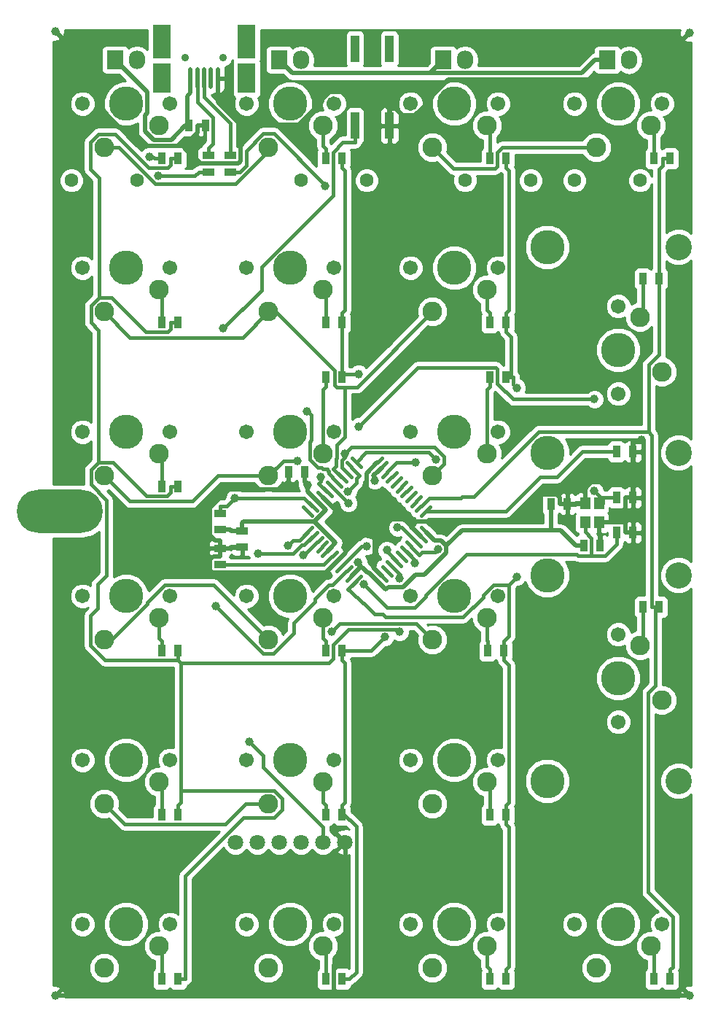
<source format=gbl>
G04 (created by PCBNEW (2013-02-13 BZR 3947)-testing) date 9/17/2013 2:51:22 PM*
%MOIN*%
G04 Gerber Fmt 3.4, Leading zero omitted, Abs format*
%FSLAX34Y34*%
G01*
G70*
G90*
G04 APERTURE LIST*
%ADD10C,0*%
%ADD11O,0.3937X0.1969*%
%ADD12R,0.0393701X0.122047*%
%ADD13R,0.0807X0.1575*%
%ADD14R,0.0807X0.1378*%
%ADD15O,0.0197008X0.0984252*%
%ADD16C,0.0354331*%
%ADD17R,0.0453X0.0551*%
%ADD18C,0.016*%
%ADD19R,0.035X0.055*%
%ADD20R,0.055X0.035*%
%ADD21C,0.0708661*%
%ADD22C,0.0629921*%
%ADD23C,0.09*%
%ADD24C,0.157*%
%ADD25C,0.067*%
%ADD26O,0.075X0.085*%
%ADD27R,0.075X0.085*%
%ADD28C,0.0393701*%
%ADD29C,0.12*%
%ADD30C,0.0159921*%
%ADD31C,0.02*%
%ADD32C,0.01*%
G04 APERTURE END LIST*
G54D10*
G54D11*
X574Y-22244D03*
G54D12*
X15639Y-4623D03*
X14064Y-1119D03*
X15638Y-1119D03*
X14064Y-4623D03*
G54D13*
X9104Y-775D03*
X5226Y-775D03*
G54D14*
X5226Y-2449D03*
X9104Y-2449D03*
G54D15*
X7165Y-2449D03*
X6850Y-2449D03*
X6535Y-2449D03*
X7480Y-2449D03*
X7795Y-2449D03*
G54D16*
X6299Y-1523D03*
X8031Y-1523D03*
G54D17*
X24586Y-21887D03*
X24586Y-22753D03*
X25216Y-21887D03*
X25216Y-22753D03*
G54D18*
X15984Y-24103D02*
X16400Y-24519D01*
X15761Y-24326D02*
X16177Y-24742D01*
X15539Y-24549D02*
X15954Y-24965D01*
X15316Y-24772D02*
X15732Y-25187D01*
X15093Y-24994D02*
X15509Y-25410D01*
X14870Y-25217D02*
X15286Y-25633D01*
X16207Y-23881D02*
X16622Y-24297D01*
X16429Y-23658D02*
X16845Y-24074D01*
X16652Y-23435D02*
X17068Y-23851D01*
X16875Y-23213D02*
X17291Y-23628D01*
X17098Y-22990D02*
X17513Y-23406D01*
X12802Y-20921D02*
X13218Y-21337D01*
X12579Y-21144D02*
X12995Y-21560D01*
X12357Y-21367D02*
X12772Y-21783D01*
X12134Y-21590D02*
X12550Y-22005D01*
X11911Y-21812D02*
X12327Y-22228D01*
X11688Y-22035D02*
X12104Y-22451D01*
X13025Y-20699D02*
X13441Y-21115D01*
X13247Y-20476D02*
X13663Y-20892D01*
X13470Y-20253D02*
X13886Y-20669D01*
X13693Y-20031D02*
X14109Y-20446D01*
X13916Y-19808D02*
X14331Y-20224D01*
X12802Y-24519D02*
X13218Y-24103D01*
X15984Y-21337D02*
X16400Y-20921D01*
X12579Y-24297D02*
X12995Y-23881D01*
X15761Y-21115D02*
X16177Y-20699D01*
X15539Y-20892D02*
X15954Y-20476D01*
X12357Y-24074D02*
X12772Y-23658D01*
X12134Y-23851D02*
X12550Y-23435D01*
X15316Y-20669D02*
X15732Y-20253D01*
X15093Y-20446D02*
X15509Y-20031D01*
X11911Y-23628D02*
X12327Y-23213D01*
X11688Y-23406D02*
X12104Y-22990D01*
X14870Y-20224D02*
X15286Y-19808D01*
X16207Y-21560D02*
X16622Y-21144D01*
X13025Y-24742D02*
X13441Y-24326D01*
X13247Y-24965D02*
X13663Y-24549D01*
X16429Y-21783D02*
X16845Y-21367D01*
X16652Y-22005D02*
X17068Y-21590D01*
X13470Y-25187D02*
X13886Y-24772D01*
X13693Y-25410D02*
X14109Y-24994D01*
X16875Y-22228D02*
X17291Y-21812D01*
X17098Y-22451D02*
X17513Y-22035D01*
X13916Y-25633D02*
X14331Y-25217D01*
G54D19*
X6476Y-4621D03*
X7226Y-4621D03*
X26026Y-21620D03*
X26776Y-21620D03*
X26026Y-23220D03*
X26776Y-23220D03*
G54D20*
X8901Y-23145D03*
X8901Y-23895D03*
G54D19*
X11771Y-20434D03*
X11021Y-20434D03*
X24526Y-23820D03*
X25276Y-23820D03*
X23026Y-21920D03*
X23776Y-21920D03*
G54D20*
X7351Y-6746D03*
X7351Y-5996D03*
X8351Y-6746D03*
X8351Y-5996D03*
X7901Y-24695D03*
X7901Y-23945D03*
G54D19*
X26026Y-19520D03*
X26776Y-19520D03*
G54D20*
X7901Y-23095D03*
X7901Y-22345D03*
G54D19*
X28476Y-43620D03*
X27726Y-43620D03*
X20976Y-43620D03*
X20226Y-43620D03*
X27976Y-26620D03*
X27226Y-26620D03*
X27976Y-11621D03*
X27226Y-11621D03*
X28476Y-6121D03*
X27726Y-6121D03*
X20876Y-28620D03*
X20126Y-28620D03*
X20976Y-16120D03*
X20226Y-16120D03*
X20976Y-13621D03*
X20226Y-13621D03*
X20976Y-6121D03*
X20226Y-6121D03*
G54D21*
X12601Y-37370D03*
X10601Y-37370D03*
X8601Y-37370D03*
X11601Y-37370D03*
X9601Y-37370D03*
X13601Y-37370D03*
G54D22*
X1101Y-7121D03*
X4101Y-7121D03*
G54D23*
X17601Y-43120D03*
X20101Y-42120D03*
G54D24*
X18601Y-41120D03*
G54D25*
X20601Y-41120D03*
X16601Y-41120D03*
G54D23*
X17601Y-28120D03*
X20101Y-27120D03*
G54D24*
X18601Y-26120D03*
G54D25*
X20601Y-26120D03*
X16601Y-26120D03*
G54D23*
X17601Y-13121D03*
X20101Y-12121D03*
G54D24*
X18601Y-11121D03*
G54D25*
X20601Y-11121D03*
X16601Y-11121D03*
G54D23*
X25101Y-5622D03*
X27601Y-4622D03*
G54D24*
X26101Y-3622D03*
G54D25*
X28101Y-3622D03*
X24101Y-3622D03*
G54D23*
X17601Y-5622D03*
X20101Y-4622D03*
G54D24*
X18601Y-3622D03*
G54D25*
X20601Y-3622D03*
X16601Y-3622D03*
G54D23*
X17601Y-20620D03*
X20101Y-19620D03*
G54D24*
X18601Y-18620D03*
G54D25*
X20601Y-18620D03*
X16601Y-18620D03*
G54D23*
X25101Y-43120D03*
X27601Y-42120D03*
G54D24*
X26101Y-41120D03*
G54D25*
X28101Y-41120D03*
X24101Y-41120D03*
G54D26*
X26601Y-1621D03*
G54D27*
X25601Y-1621D03*
G54D26*
X4101Y-1621D03*
G54D27*
X3101Y-1621D03*
G54D28*
X351Y-44370D03*
X29351Y-371D03*
X29351Y-44370D03*
X351Y-322D03*
G54D19*
X13476Y-28620D03*
X12726Y-28620D03*
X13476Y-43620D03*
X12726Y-43620D03*
X5976Y-43620D03*
X5226Y-43620D03*
X20976Y-36120D03*
X20226Y-36120D03*
X13476Y-36120D03*
X12726Y-36120D03*
X5976Y-36120D03*
X5226Y-36120D03*
X5976Y-21120D03*
X5226Y-21120D03*
X5976Y-6121D03*
X5226Y-6121D03*
X13476Y-16120D03*
X12726Y-16120D03*
X13476Y-13621D03*
X12726Y-13621D03*
X5976Y-28620D03*
X5226Y-28620D03*
X5976Y-13621D03*
X5226Y-13621D03*
X13476Y-6121D03*
X12726Y-6121D03*
G54D23*
X2601Y-5621D03*
X5101Y-4621D03*
G54D24*
X3601Y-3621D03*
G54D25*
X5601Y-3621D03*
X1601Y-3621D03*
G54D23*
X2601Y-28120D03*
X5101Y-27120D03*
G54D24*
X3601Y-26120D03*
G54D25*
X5601Y-26120D03*
X1601Y-26120D03*
G54D23*
X10101Y-28120D03*
X12601Y-27120D03*
G54D24*
X11101Y-26120D03*
G54D25*
X13101Y-26120D03*
X9101Y-26120D03*
G54D23*
X10101Y-35620D03*
X12601Y-34620D03*
G54D24*
X11101Y-33620D03*
G54D25*
X13101Y-33620D03*
X9101Y-33620D03*
G54D23*
X17601Y-35620D03*
X20101Y-34620D03*
G54D24*
X18601Y-33620D03*
G54D25*
X20601Y-33620D03*
X16601Y-33620D03*
G54D23*
X2601Y-35620D03*
X5101Y-34620D03*
G54D24*
X3601Y-33620D03*
G54D25*
X5601Y-33620D03*
X1601Y-33620D03*
G54D23*
X10101Y-20620D03*
X12601Y-19620D03*
G54D24*
X11101Y-18620D03*
G54D25*
X13101Y-18620D03*
X9101Y-18620D03*
G54D23*
X2601Y-20620D03*
X5101Y-19620D03*
G54D24*
X3601Y-18620D03*
G54D25*
X5601Y-18620D03*
X1601Y-18620D03*
G54D23*
X10101Y-13121D03*
X12601Y-12121D03*
G54D24*
X11101Y-11121D03*
G54D25*
X13101Y-11121D03*
X9101Y-11121D03*
G54D23*
X10101Y-43120D03*
X12601Y-42120D03*
G54D24*
X11101Y-41120D03*
G54D25*
X13101Y-41120D03*
X9101Y-41120D03*
G54D23*
X2601Y-43120D03*
X5101Y-42120D03*
G54D24*
X3601Y-41120D03*
G54D25*
X5601Y-41120D03*
X1601Y-41120D03*
G54D23*
X2601Y-13121D03*
X5101Y-12121D03*
G54D24*
X3601Y-11121D03*
G54D25*
X5601Y-11121D03*
X1601Y-11121D03*
G54D23*
X10101Y-5621D03*
X12601Y-4621D03*
G54D24*
X11101Y-3621D03*
G54D25*
X13101Y-3621D03*
X9101Y-3621D03*
G54D23*
X28101Y-15870D03*
X27101Y-13370D03*
G54D24*
X26101Y-14870D03*
G54D25*
X26101Y-12870D03*
X26101Y-16870D03*
G54D29*
X28851Y-10170D03*
X28851Y-19570D03*
G54D24*
X22851Y-10170D03*
X22851Y-19570D03*
G54D23*
X28101Y-30870D03*
X27101Y-28370D03*
G54D24*
X26101Y-29870D03*
G54D25*
X26101Y-27870D03*
X26101Y-31870D03*
G54D29*
X28851Y-25170D03*
X28851Y-34570D03*
G54D24*
X22851Y-25170D03*
X22851Y-34570D03*
G54D22*
X24101Y-7121D03*
X27101Y-7121D03*
X14601Y-7121D03*
X11601Y-7121D03*
X22101Y-7121D03*
X19101Y-7121D03*
G54D26*
X11601Y-1621D03*
G54D27*
X10601Y-1621D03*
G54D26*
X19101Y-1621D03*
G54D27*
X18101Y-1621D03*
G54D28*
X16006Y-22997D03*
X17869Y-23986D03*
X16809Y-24628D03*
X9247Y-32783D03*
X10996Y-23822D03*
X16105Y-27758D03*
X16105Y-25320D03*
X15524Y-24023D03*
X14229Y-15969D03*
X15436Y-27995D03*
X21465Y-25242D03*
X21465Y-16609D03*
X9630Y-24172D03*
X11878Y-17673D03*
X13588Y-19605D03*
X11421Y-19934D03*
X13012Y-27740D03*
X13740Y-21336D03*
X16823Y-20007D03*
X17775Y-19888D03*
X11686Y-24264D03*
X8574Y-21643D03*
X8044Y-13897D03*
X27178Y-18974D03*
X25005Y-21322D03*
X25005Y-17130D03*
X14237Y-18375D03*
X12502Y-20689D03*
X14479Y-25582D03*
X13764Y-21883D03*
X5081Y-6919D03*
X7687Y-26580D03*
X4664Y-6040D03*
X12702Y-7367D03*
X14600Y-23845D03*
X11889Y-21040D03*
X14213Y-24586D03*
X14968Y-20842D03*
G54D18*
X16860Y-23643D02*
X16482Y-23265D01*
X16214Y-22997D02*
X16006Y-22997D01*
X16482Y-23265D02*
X16214Y-22997D01*
X17134Y-24125D02*
X17015Y-24244D01*
X17730Y-24125D02*
X17134Y-24125D01*
X17869Y-23986D02*
X17730Y-24125D01*
X16637Y-23866D02*
X17015Y-24244D01*
X16809Y-24483D02*
X16809Y-24628D01*
X16415Y-24089D02*
X16809Y-24483D01*
X11243Y-23575D02*
X10996Y-23822D01*
X11518Y-23575D02*
X11243Y-23575D01*
X11519Y-23575D02*
X11518Y-23575D01*
X11896Y-23198D02*
X11519Y-23575D01*
X9876Y-33412D02*
X9247Y-32783D01*
X9876Y-33959D02*
X9876Y-33412D01*
X12601Y-36685D02*
X9876Y-33959D01*
X12601Y-37370D02*
X12601Y-36685D01*
X5976Y-36120D02*
X5976Y-35685D01*
X5976Y-28828D02*
X5976Y-29055D01*
X5976Y-28828D02*
X5976Y-28620D01*
X5976Y-21120D02*
X5641Y-21120D01*
X2996Y-20009D02*
X2331Y-20009D01*
X4542Y-21555D02*
X2996Y-20009D01*
X5467Y-21555D02*
X4542Y-21555D01*
X5641Y-21382D02*
X5467Y-21555D01*
X5641Y-21120D02*
X5641Y-21382D01*
X2633Y-29055D02*
X5976Y-29055D01*
X1972Y-28395D02*
X2633Y-29055D01*
X1972Y-27004D02*
X1972Y-28395D01*
X2283Y-26694D02*
X1972Y-27004D01*
X2283Y-25595D02*
X2283Y-26694D01*
X2703Y-25175D02*
X2283Y-25595D01*
X2703Y-21749D02*
X2703Y-25175D01*
X1984Y-21031D02*
X2703Y-21749D01*
X1984Y-20356D02*
X1984Y-21031D01*
X2331Y-20009D02*
X1984Y-20356D01*
X5976Y-13621D02*
X5641Y-13621D01*
X5976Y-6121D02*
X5641Y-6121D01*
X5641Y-6414D02*
X5641Y-6121D01*
X5499Y-6556D02*
X5641Y-6414D01*
X4634Y-6556D02*
X5499Y-6556D01*
X3087Y-5009D02*
X4634Y-6556D01*
X2347Y-5009D02*
X3087Y-5009D01*
X1975Y-5380D02*
X2347Y-5009D01*
X1975Y-6630D02*
X1975Y-5380D01*
X2355Y-7010D02*
X1975Y-6630D01*
X2355Y-12490D02*
X2355Y-7010D01*
X2927Y-12490D02*
X2355Y-12490D01*
X4493Y-14056D02*
X2927Y-12490D01*
X5499Y-14056D02*
X4493Y-14056D01*
X5641Y-13914D02*
X5499Y-14056D01*
X5641Y-13621D02*
X5641Y-13914D01*
X2331Y-13966D02*
X2331Y-20009D01*
X1984Y-13618D02*
X2331Y-13966D01*
X1984Y-12861D02*
X1984Y-13618D01*
X2355Y-12490D02*
X1984Y-12861D01*
X5976Y-43620D02*
X6311Y-43620D01*
X6099Y-35562D02*
X6099Y-35004D01*
X5976Y-35685D02*
X6099Y-35562D01*
X6311Y-38907D02*
X6311Y-43620D01*
X8976Y-36242D02*
X6311Y-38907D01*
X10368Y-36242D02*
X8976Y-36242D01*
X10716Y-35894D02*
X10368Y-36242D01*
X10716Y-35367D02*
X10716Y-35894D01*
X10353Y-35004D02*
X10716Y-35367D01*
X6099Y-35004D02*
X10353Y-35004D01*
X16105Y-25154D02*
X16105Y-25320D01*
X16124Y-25135D02*
X16105Y-25154D01*
X15746Y-24757D02*
X16124Y-25135D01*
X6099Y-35004D02*
X6099Y-29179D01*
X6099Y-29179D02*
X5976Y-29055D01*
X15985Y-27638D02*
X16105Y-27758D01*
X13773Y-27638D02*
X15985Y-27638D01*
X13071Y-28340D02*
X13773Y-27638D01*
X13071Y-28967D02*
X13071Y-28340D01*
X12859Y-29179D02*
X13071Y-28967D01*
X6099Y-29179D02*
X12859Y-29179D01*
X13598Y-29177D02*
X13476Y-29055D01*
X13598Y-35563D02*
X13598Y-29177D01*
X13476Y-35685D02*
X13598Y-35563D01*
X13476Y-28620D02*
X13476Y-29055D01*
X15524Y-24089D02*
X15524Y-24023D01*
X15969Y-24534D02*
X15524Y-24089D01*
X13476Y-15969D02*
X14229Y-15969D01*
X13476Y-13621D02*
X13476Y-15969D01*
X13476Y-15969D02*
X13476Y-16120D01*
X13605Y-13057D02*
X13476Y-13185D01*
X13605Y-6685D02*
X13605Y-13057D01*
X13476Y-6556D02*
X13605Y-6685D01*
X13476Y-6121D02*
X13476Y-6556D01*
X13476Y-13621D02*
X13476Y-13185D01*
X13476Y-36120D02*
X13476Y-36012D01*
X13476Y-36012D02*
X13476Y-35685D01*
X14119Y-43313D02*
X13811Y-43620D01*
X14119Y-36655D02*
X14119Y-43313D01*
X13476Y-36012D02*
X14119Y-36655D01*
X13476Y-43620D02*
X13811Y-43620D01*
X14811Y-28620D02*
X13476Y-28620D01*
X15436Y-27995D02*
X14811Y-28620D01*
X21099Y-43062D02*
X20976Y-43185D01*
X21099Y-36679D02*
X21099Y-43062D01*
X20976Y-36555D02*
X21099Y-36679D01*
X20976Y-43620D02*
X20976Y-43185D01*
X20976Y-36338D02*
X20976Y-36555D01*
X14124Y-25425D02*
X13746Y-25803D01*
X21115Y-6695D02*
X20976Y-6556D01*
X21115Y-13047D02*
X21115Y-6695D01*
X20976Y-13185D02*
X21115Y-13047D01*
X20976Y-13621D02*
X20976Y-13185D01*
X20976Y-6121D02*
X20976Y-6556D01*
X21311Y-16455D02*
X21465Y-16609D01*
X21311Y-16120D02*
X21311Y-16455D01*
X20876Y-28620D02*
X20876Y-28185D01*
X21102Y-27959D02*
X20876Y-28185D01*
X21102Y-25604D02*
X21102Y-27959D01*
X20389Y-25604D02*
X21102Y-25604D01*
X19919Y-26073D02*
X20389Y-25604D01*
X19919Y-26167D02*
X19919Y-26073D01*
X19008Y-27078D02*
X19919Y-26167D01*
X15463Y-27078D02*
X19008Y-27078D01*
X15342Y-26956D02*
X15463Y-27078D01*
X14977Y-26956D02*
X15342Y-26956D01*
X14476Y-26455D02*
X14977Y-26956D01*
X14418Y-26455D02*
X14476Y-26455D01*
X13836Y-25873D02*
X14418Y-26455D01*
X13816Y-25873D02*
X13836Y-25873D01*
X13746Y-25803D02*
X13816Y-25873D01*
X21102Y-25604D02*
X21465Y-25242D01*
X20976Y-36338D02*
X20976Y-36120D01*
X21100Y-29279D02*
X20876Y-29055D01*
X21100Y-35561D02*
X21100Y-29279D01*
X20976Y-35685D02*
X21100Y-35561D01*
X20976Y-36120D02*
X20976Y-35685D01*
X20876Y-28620D02*
X20876Y-29055D01*
X20976Y-16120D02*
X21204Y-16120D01*
X21204Y-16120D02*
X21311Y-16120D01*
X21204Y-14284D02*
X20976Y-14056D01*
X21204Y-16120D02*
X21204Y-14284D01*
X20976Y-13621D02*
X20976Y-14056D01*
X28476Y-6121D02*
X28141Y-6121D01*
X27976Y-6621D02*
X27976Y-11621D01*
X28141Y-6456D02*
X27976Y-6621D01*
X28141Y-6121D02*
X28141Y-6456D01*
X27976Y-26620D02*
X27809Y-26620D01*
X27809Y-26620D02*
X27641Y-26620D01*
X28597Y-43065D02*
X28476Y-43185D01*
X28597Y-40770D02*
X28597Y-43065D01*
X27481Y-39654D02*
X28597Y-40770D01*
X27481Y-30534D02*
X27481Y-39654D01*
X27809Y-30206D02*
X27481Y-30534D01*
X27809Y-26620D02*
X27809Y-30206D01*
X28476Y-43620D02*
X28476Y-43185D01*
X27486Y-15560D02*
X27486Y-18617D01*
X27976Y-15069D02*
X27486Y-15560D01*
X27976Y-11621D02*
X27976Y-15069D01*
X27641Y-18772D02*
X27641Y-26620D01*
X27486Y-18617D02*
X27641Y-18772D01*
X17083Y-22020D02*
X17461Y-21643D01*
X22450Y-18617D02*
X27486Y-18617D01*
X19484Y-21582D02*
X22450Y-18617D01*
X18969Y-21582D02*
X19484Y-21582D01*
X18909Y-21643D02*
X18969Y-21582D01*
X17461Y-21643D02*
X18909Y-21643D01*
X17461Y-21643D02*
X17461Y-21643D01*
X12119Y-23420D02*
X11741Y-23798D01*
X10590Y-24172D02*
X9630Y-24172D01*
X10611Y-24193D02*
X10590Y-24172D01*
X11246Y-24193D02*
X10611Y-24193D01*
X11641Y-23798D02*
X11246Y-24193D01*
X11741Y-23798D02*
X11641Y-23798D01*
X11741Y-23798D02*
X11741Y-23798D01*
G54D30*
X12838Y-20374D02*
X12838Y-20406D01*
X12788Y-20324D02*
X12838Y-20374D01*
G54D18*
X12855Y-20423D02*
X12855Y-20529D01*
X12838Y-20406D02*
X12855Y-20423D01*
X13233Y-20907D02*
X12855Y-20529D01*
X20796Y-5622D02*
X25101Y-5622D01*
X20561Y-5857D02*
X20796Y-5622D01*
X20561Y-6474D02*
X20561Y-5857D01*
X20453Y-6582D02*
X20561Y-6474D01*
X18562Y-6582D02*
X20453Y-6582D01*
X17601Y-5622D02*
X18562Y-6582D01*
X10101Y-5781D02*
X10101Y-5621D01*
X8597Y-7285D02*
X10101Y-5781D01*
X4943Y-7285D02*
X8597Y-7285D01*
X3278Y-5621D02*
X4943Y-7285D01*
X2601Y-5621D02*
X3278Y-5621D01*
X12065Y-17860D02*
X11878Y-17673D01*
X12065Y-18993D02*
X12065Y-17860D01*
X11991Y-19067D02*
X12065Y-18993D01*
X11991Y-19873D02*
X11991Y-19067D01*
X12367Y-20249D02*
X11991Y-19873D01*
X12528Y-20249D02*
X12367Y-20249D01*
X12603Y-20324D02*
X12528Y-20249D01*
X12788Y-20324D02*
X12603Y-20324D01*
X13455Y-20684D02*
X13078Y-20306D01*
X14154Y-16568D02*
X13599Y-16568D01*
X17601Y-13121D02*
X14154Y-16568D01*
X13213Y-20171D02*
X13078Y-20306D01*
X13213Y-19832D02*
X13213Y-20171D01*
X13230Y-19814D02*
X13213Y-19832D01*
X13230Y-19230D02*
X13230Y-19814D01*
X13599Y-18861D02*
X13230Y-19230D01*
X13599Y-16568D02*
X13599Y-18861D01*
X10431Y-13121D02*
X10101Y-13121D01*
X13141Y-15830D02*
X10431Y-13121D01*
X13141Y-16482D02*
X13141Y-15830D01*
X13227Y-16568D02*
X13141Y-16482D01*
X13599Y-16568D02*
X13227Y-16568D01*
X3781Y-14300D02*
X2601Y-13121D01*
X8921Y-14300D02*
X3781Y-14300D01*
X10101Y-13121D02*
X8921Y-14300D01*
X7801Y-20620D02*
X10101Y-20620D01*
X6625Y-21797D02*
X7801Y-20620D01*
X3777Y-21797D02*
X6625Y-21797D01*
X2601Y-20620D02*
X3777Y-21797D01*
X10787Y-19934D02*
X11421Y-19934D01*
X10101Y-20620D02*
X10787Y-19934D01*
X13588Y-19796D02*
X13588Y-19605D01*
X13453Y-19931D02*
X13588Y-19796D01*
X13453Y-20236D02*
X13453Y-19931D01*
X13678Y-20461D02*
X13453Y-20236D01*
X18140Y-20081D02*
X17601Y-20620D01*
X18140Y-19748D02*
X18140Y-20081D01*
X17693Y-19301D02*
X18140Y-19748D01*
X13891Y-19301D02*
X17693Y-19301D01*
X13588Y-19605D02*
X13891Y-19301D01*
X13901Y-20238D02*
X14279Y-20616D01*
X2938Y-28120D02*
X2601Y-28120D01*
X4565Y-26493D02*
X2938Y-28120D01*
X4565Y-26424D02*
X4565Y-26493D01*
X5370Y-25619D02*
X4565Y-26424D01*
X7599Y-25619D02*
X5370Y-25619D01*
X10101Y-28120D02*
X7599Y-25619D01*
X14132Y-20943D02*
X13740Y-21336D01*
X14132Y-20762D02*
X14132Y-20943D01*
X14279Y-20616D02*
X14132Y-20762D01*
X13353Y-27398D02*
X13012Y-27740D01*
X16879Y-27398D02*
X13353Y-27398D01*
X17601Y-28120D02*
X16879Y-27398D01*
X3536Y-36555D02*
X2601Y-35620D01*
X8120Y-36555D02*
X3536Y-36555D01*
X9055Y-35620D02*
X8120Y-36555D01*
X10101Y-35620D02*
X9055Y-35620D01*
X15978Y-20007D02*
X15524Y-20461D01*
X16823Y-20007D02*
X15978Y-20007D01*
X17447Y-19560D02*
X17775Y-19888D01*
X14579Y-19560D02*
X17447Y-19560D01*
X14124Y-20016D02*
X14579Y-19560D01*
X11720Y-24264D02*
X11686Y-24264D01*
X12342Y-23643D02*
X11720Y-24264D01*
X12119Y-22020D02*
X11741Y-21643D01*
X8207Y-22010D02*
X8574Y-21643D01*
X7901Y-22010D02*
X8207Y-22010D01*
X7901Y-22345D02*
X7901Y-22010D01*
X11741Y-21643D02*
X8574Y-21643D01*
X11741Y-21643D02*
X11741Y-21643D01*
X13500Y-5393D02*
X14064Y-5393D01*
X13061Y-5832D02*
X13500Y-5393D01*
X13061Y-7800D02*
X13061Y-5832D01*
X9783Y-11078D02*
X13061Y-7800D01*
X9783Y-12159D02*
X9783Y-11078D01*
X8044Y-13897D02*
X9783Y-12159D01*
X14064Y-4623D02*
X14064Y-5393D01*
G54D31*
X25216Y-23305D02*
X25216Y-22753D01*
X25276Y-23365D02*
X25216Y-23305D01*
X26776Y-23220D02*
X26421Y-23220D01*
X7226Y-4621D02*
X6871Y-4621D01*
X27087Y-19065D02*
X26776Y-19065D01*
X27178Y-18974D02*
X27087Y-19065D01*
X26776Y-19520D02*
X26776Y-19065D01*
X25276Y-23820D02*
X25276Y-23365D01*
X26776Y-21620D02*
X26421Y-21620D01*
X25216Y-22753D02*
X25623Y-22753D01*
X26421Y-22753D02*
X25623Y-22753D01*
X26421Y-23220D02*
X26421Y-22753D01*
X26421Y-22753D02*
X26421Y-21620D01*
X17083Y-23420D02*
X16691Y-23029D01*
X8901Y-23895D02*
X8446Y-23895D01*
X24586Y-21887D02*
X24179Y-21887D01*
X24586Y-21887D02*
X24586Y-21432D01*
X26776Y-19520D02*
X26776Y-20924D01*
X26776Y-20924D02*
X26776Y-21620D01*
X12564Y-21575D02*
X12956Y-21967D01*
X13624Y-24142D02*
X13624Y-22610D01*
X13625Y-24142D02*
X13624Y-24142D01*
X12981Y-21967D02*
X12956Y-21967D01*
X13624Y-22610D02*
X12981Y-21967D01*
X24146Y-21920D02*
X24179Y-21887D01*
X23776Y-21920D02*
X24146Y-21920D01*
X23776Y-21920D02*
X23421Y-21920D01*
X16837Y-22720D02*
X16628Y-22930D01*
X21182Y-22720D02*
X16837Y-22720D01*
X22437Y-21465D02*
X21182Y-22720D01*
X23277Y-21465D02*
X22437Y-21465D01*
X23421Y-21610D02*
X23277Y-21465D01*
X23421Y-21920D02*
X23421Y-21610D01*
X16628Y-22965D02*
X16691Y-23029D01*
X16628Y-22930D02*
X16628Y-22965D01*
X15301Y-25202D02*
X14909Y-24810D01*
X16315Y-22617D02*
X14981Y-22617D01*
X16628Y-22930D02*
X16315Y-22617D01*
X14981Y-24739D02*
X14909Y-24810D01*
X14981Y-22617D02*
X14981Y-24739D01*
X14560Y-22196D02*
X14981Y-22617D01*
X14589Y-22167D02*
X14560Y-22196D01*
X14589Y-20505D02*
X14589Y-22167D01*
X15078Y-20016D02*
X14589Y-20505D01*
X14146Y-22610D02*
X13624Y-22610D01*
X14560Y-22196D02*
X14146Y-22610D01*
X13429Y-24338D02*
X13625Y-24142D01*
X10659Y-21251D02*
X11021Y-20889D01*
X8274Y-21251D02*
X10659Y-21251D01*
X7429Y-22095D02*
X8274Y-21251D01*
X7429Y-23340D02*
X7429Y-22095D01*
X7679Y-23590D02*
X7429Y-23340D01*
X7901Y-23590D02*
X7679Y-23590D01*
X7901Y-23945D02*
X7901Y-23590D01*
X11021Y-20434D02*
X11021Y-20889D01*
X8406Y-23895D02*
X8356Y-23945D01*
X8446Y-23895D02*
X8406Y-23895D01*
X7901Y-23945D02*
X8356Y-23945D01*
X13429Y-24338D02*
X13233Y-24534D01*
X7590Y-24300D02*
X7901Y-24300D01*
X7446Y-24445D02*
X7590Y-24300D01*
X7446Y-24948D02*
X7446Y-24445D01*
X7548Y-25051D02*
X7446Y-24948D01*
X12716Y-25051D02*
X7548Y-25051D01*
X13233Y-24534D02*
X12716Y-25051D01*
X7901Y-23945D02*
X7901Y-24300D01*
X351Y-44370D02*
X13101Y-44370D01*
X13101Y-44370D02*
X29351Y-44370D01*
X13633Y-37403D02*
X13601Y-37370D01*
X13633Y-42440D02*
X13633Y-37403D01*
X13101Y-42973D02*
X13633Y-42440D01*
X13101Y-44370D02*
X13101Y-42973D01*
X4148Y-5550D02*
X6281Y-5550D01*
X2286Y-3688D02*
X4148Y-5550D01*
X2286Y-2257D02*
X2286Y-3688D01*
X351Y-322D02*
X2286Y-2257D01*
X6871Y-4961D02*
X6871Y-4621D01*
X6281Y-5550D02*
X6871Y-4961D01*
X15921Y-3832D02*
X15639Y-3832D01*
X16231Y-4142D02*
X15921Y-3832D01*
X16815Y-4142D02*
X16231Y-4142D01*
X17283Y-3674D02*
X16815Y-4142D01*
X17283Y-3567D02*
X17283Y-3674D01*
X18344Y-2506D02*
X17283Y-3567D01*
X27215Y-2506D02*
X18344Y-2506D01*
X29351Y-371D02*
X27215Y-2506D01*
X15639Y-4623D02*
X15639Y-3832D01*
X14894Y-3087D02*
X15639Y-3832D01*
X12904Y-3087D02*
X14894Y-3087D01*
X12571Y-3421D02*
X12904Y-3087D01*
X12571Y-3526D02*
X12571Y-3421D01*
X11508Y-4588D02*
X12571Y-3526D01*
X8822Y-4588D02*
X11508Y-4588D01*
X8822Y-6259D02*
X8822Y-4588D01*
X8730Y-6351D02*
X8822Y-6259D01*
X6983Y-6351D02*
X8730Y-6351D01*
X6281Y-5649D02*
X6983Y-6351D01*
X6281Y-5550D02*
X6281Y-5649D01*
X7795Y-3561D02*
X7795Y-2449D01*
X8822Y-4588D02*
X7795Y-3561D01*
X24586Y-21203D02*
X24586Y-21432D01*
X24865Y-20924D02*
X24586Y-21203D01*
X26776Y-20924D02*
X24865Y-20924D01*
G54D18*
X25216Y-21887D02*
X25409Y-21887D01*
X12787Y-21352D02*
X12409Y-20974D01*
X12502Y-20882D02*
X12502Y-20689D01*
X12409Y-20974D02*
X12502Y-20882D01*
X21291Y-17130D02*
X25005Y-17130D01*
X20561Y-16400D02*
X21291Y-17130D01*
X20561Y-15754D02*
X20561Y-16400D01*
X20492Y-15685D02*
X20561Y-15754D01*
X16927Y-15685D02*
X20492Y-15685D01*
X14237Y-18375D02*
X16927Y-15685D01*
X25303Y-21620D02*
X25005Y-21322D01*
X25409Y-21620D02*
X25303Y-21620D01*
X25409Y-21887D02*
X25409Y-21620D01*
X25409Y-21620D02*
X26026Y-21620D01*
X20964Y-22243D02*
X17306Y-22243D01*
X22517Y-20690D02*
X20964Y-22243D01*
X23301Y-20690D02*
X22517Y-20690D01*
X24471Y-19520D02*
X23301Y-20690D01*
X26026Y-19520D02*
X24471Y-19520D01*
X24586Y-22753D02*
X24586Y-23189D01*
X24871Y-23474D02*
X24586Y-23189D01*
X24871Y-24269D02*
X24871Y-23474D01*
X25507Y-24269D02*
X24871Y-24269D01*
X26026Y-23750D02*
X25507Y-24269D01*
X26026Y-23220D02*
X26026Y-23750D01*
X13764Y-21883D02*
X13010Y-21129D01*
X15532Y-26636D02*
X14479Y-25582D01*
X16799Y-26636D02*
X15532Y-26636D01*
X17283Y-26152D02*
X16799Y-26636D01*
X17283Y-26095D02*
X17283Y-26152D01*
X19153Y-24225D02*
X17283Y-26095D01*
X24208Y-24225D02*
X19153Y-24225D01*
X24252Y-24269D02*
X24208Y-24225D01*
X24871Y-24269D02*
X24252Y-24269D01*
X6850Y-3534D02*
X6850Y-2449D01*
X7561Y-4245D02*
X6850Y-3534D01*
X7561Y-5450D02*
X7561Y-4245D01*
X7351Y-5660D02*
X7561Y-5450D01*
X7351Y-5996D02*
X7351Y-5660D01*
X8351Y-4507D02*
X8351Y-5660D01*
X7165Y-3321D02*
X8351Y-4507D01*
X7165Y-2449D02*
X7165Y-3321D01*
X8351Y-5996D02*
X8351Y-5660D01*
X5101Y-28060D02*
X5226Y-28185D01*
X5101Y-27120D02*
X5101Y-28060D01*
X5226Y-28620D02*
X5226Y-28185D01*
X27226Y-28245D02*
X27226Y-26620D01*
X27101Y-28370D02*
X27226Y-28245D01*
X5226Y-19745D02*
X5226Y-21120D01*
X5101Y-19620D02*
X5226Y-19745D01*
X5226Y-34745D02*
X5226Y-36120D01*
X5101Y-34620D02*
X5226Y-34745D01*
X12601Y-35560D02*
X12726Y-35685D01*
X12601Y-34620D02*
X12601Y-35560D01*
X12726Y-36120D02*
X12726Y-35685D01*
X20226Y-34745D02*
X20226Y-36120D01*
X20101Y-34620D02*
X20226Y-34745D01*
X7351Y-6746D02*
X6916Y-6746D01*
X6743Y-6919D02*
X5081Y-6919D01*
X6916Y-6746D02*
X6743Y-6919D01*
X9856Y-28748D02*
X7687Y-26580D01*
X10336Y-28748D02*
X9856Y-28748D01*
X11266Y-27818D02*
X10336Y-28748D01*
X11266Y-27349D02*
X11266Y-27818D01*
X12241Y-26374D02*
X11266Y-27349D01*
X12241Y-26257D02*
X12241Y-26374D01*
X12873Y-25625D02*
X12241Y-26257D01*
X13032Y-25625D02*
X12873Y-25625D01*
X13678Y-24980D02*
X13032Y-25625D01*
X27726Y-4747D02*
X27726Y-6121D01*
X27601Y-4622D02*
X27726Y-4747D01*
X27226Y-13245D02*
X27226Y-11621D01*
X27101Y-13370D02*
X27226Y-13245D01*
X5226Y-6121D02*
X4891Y-6121D01*
X4811Y-6040D02*
X4664Y-6040D01*
X4891Y-6121D02*
X4811Y-6040D01*
X12726Y-42245D02*
X12726Y-43620D01*
X12601Y-42120D02*
X12726Y-42245D01*
X20101Y-43060D02*
X20226Y-43185D01*
X20101Y-42120D02*
X20101Y-43060D01*
X20226Y-43620D02*
X20226Y-43185D01*
X5226Y-42245D02*
X5226Y-43620D01*
X5101Y-42120D02*
X5226Y-42245D01*
X27726Y-42245D02*
X27726Y-43620D01*
X27601Y-42120D02*
X27726Y-42245D01*
X12601Y-5560D02*
X12726Y-5685D01*
X12601Y-4621D02*
X12601Y-5560D01*
X12726Y-6121D02*
X12726Y-5685D01*
X20226Y-4747D02*
X20226Y-6121D01*
X20101Y-4622D02*
X20226Y-4747D01*
X7901Y-24695D02*
X8336Y-24695D01*
X12626Y-24695D02*
X13010Y-24311D01*
X8336Y-24695D02*
X12626Y-24695D01*
X5226Y-12246D02*
X5226Y-13621D01*
X5101Y-12121D02*
X5226Y-12246D01*
X12726Y-12246D02*
X12726Y-13621D01*
X12601Y-12121D02*
X12726Y-12246D01*
X20101Y-13060D02*
X20226Y-13185D01*
X20101Y-12121D02*
X20101Y-13060D01*
X20226Y-13621D02*
X20226Y-13185D01*
X12726Y-16120D02*
X12726Y-16555D01*
X12601Y-16680D02*
X12726Y-16555D01*
X12601Y-19620D02*
X12601Y-16680D01*
X20101Y-16680D02*
X20226Y-16555D01*
X20101Y-19620D02*
X20101Y-16680D01*
X20226Y-16120D02*
X20226Y-16555D01*
X12601Y-28060D02*
X12726Y-28185D01*
X12601Y-27120D02*
X12601Y-28060D01*
X12726Y-28620D02*
X12726Y-28185D01*
X20101Y-28160D02*
X20126Y-28185D01*
X20101Y-27120D02*
X20101Y-28160D01*
X20126Y-28620D02*
X20126Y-28185D01*
X14367Y-23845D02*
X14600Y-23845D01*
X13455Y-24757D02*
X14367Y-23845D01*
X12702Y-7333D02*
X12702Y-7367D01*
X10356Y-4986D02*
X12702Y-7333D01*
X9870Y-4986D02*
X10356Y-4986D01*
X9082Y-5774D02*
X9870Y-4986D01*
X9082Y-6450D02*
X9082Y-5774D01*
X8786Y-6746D02*
X9082Y-6450D01*
X8351Y-6746D02*
X8786Y-6746D01*
G54D31*
X17101Y-2226D02*
X17496Y-2226D01*
X17496Y-2226D02*
X18101Y-1621D01*
X7901Y-23095D02*
X8356Y-23095D01*
X4578Y-3098D02*
X3101Y-1621D01*
X4578Y-4053D02*
X4578Y-3098D01*
X4471Y-4161D02*
X4578Y-4053D01*
X4471Y-4889D02*
X4471Y-4161D01*
X4852Y-5270D02*
X4471Y-4889D01*
X5649Y-5270D02*
X4852Y-5270D01*
X6298Y-4621D02*
X5649Y-5270D01*
X11771Y-20434D02*
X11771Y-20889D01*
X6476Y-4621D02*
X6387Y-4621D01*
X6387Y-4621D02*
X6298Y-4621D01*
X6387Y-3269D02*
X6535Y-3121D01*
X6387Y-4621D02*
X6387Y-3269D01*
X6535Y-2449D02*
X6535Y-3121D01*
X25601Y-1621D02*
X25046Y-1621D01*
X12342Y-21798D02*
X12734Y-22189D01*
X12787Y-24089D02*
X13179Y-23697D01*
X23026Y-21920D02*
X23026Y-22375D01*
X24526Y-23820D02*
X24171Y-23820D01*
X11206Y-2226D02*
X10601Y-1621D01*
X24441Y-2226D02*
X17101Y-2226D01*
X17101Y-2226D02*
X11206Y-2226D01*
X25046Y-1621D02*
X24441Y-2226D01*
X17306Y-23198D02*
X17697Y-23589D01*
X23026Y-23126D02*
X23026Y-22375D01*
X23476Y-23126D02*
X23026Y-23126D01*
X24171Y-23820D02*
X23476Y-23126D01*
X18953Y-23126D02*
X18248Y-23830D01*
X23026Y-23126D02*
X18953Y-23126D01*
X18008Y-23589D02*
X17697Y-23589D01*
X18248Y-23830D02*
X18008Y-23589D01*
X13901Y-25202D02*
X14293Y-24810D01*
X18248Y-24140D02*
X18248Y-23830D01*
X17234Y-25155D02*
X18248Y-24140D01*
X16825Y-25155D02*
X17234Y-25155D01*
X16281Y-25700D02*
X16825Y-25155D01*
X15587Y-25700D02*
X16281Y-25700D01*
X15470Y-25817D02*
X15587Y-25700D01*
X15078Y-25425D02*
X14686Y-25033D01*
X11771Y-20922D02*
X11889Y-21040D01*
X11771Y-20889D02*
X11771Y-20922D01*
X11889Y-21345D02*
X12342Y-21798D01*
X11889Y-21040D02*
X11889Y-21345D01*
X13179Y-23697D02*
X12203Y-22720D01*
X12203Y-22720D02*
X12734Y-22189D01*
X8406Y-23145D02*
X8901Y-23145D01*
X8356Y-23095D02*
X8406Y-23145D01*
X8971Y-22720D02*
X12203Y-22720D01*
X8901Y-22790D02*
X8971Y-22720D01*
X8901Y-23145D02*
X8901Y-22790D01*
X15078Y-25425D02*
X15470Y-25817D01*
X14293Y-24666D02*
X14213Y-24586D01*
X14293Y-24810D02*
X14293Y-24666D01*
X14293Y-24810D02*
X14293Y-24810D01*
X14686Y-25033D02*
X14686Y-25033D01*
X14633Y-25033D02*
X14686Y-25033D01*
X14410Y-24810D02*
X14633Y-25033D01*
X14293Y-24810D02*
X14410Y-24810D01*
X15301Y-20238D02*
X14909Y-20630D01*
X14968Y-20689D02*
X14968Y-20842D01*
X14909Y-20630D02*
X14968Y-20689D01*
G54D10*
G36*
X4719Y-5594D02*
X4576Y-5594D01*
X4411Y-5661D01*
X4309Y-5764D01*
X3320Y-4775D01*
X3213Y-4704D01*
X3087Y-4679D01*
X2347Y-4679D01*
X2221Y-4704D01*
X2186Y-4727D01*
X2186Y-3505D01*
X2097Y-3290D01*
X1933Y-3125D01*
X1718Y-3036D01*
X1485Y-3035D01*
X1270Y-3124D01*
X1105Y-3289D01*
X1016Y-3504D01*
X1016Y-3736D01*
X1105Y-3952D01*
X1269Y-4116D01*
X1484Y-4205D01*
X1717Y-4206D01*
X1932Y-4117D01*
X2097Y-3952D01*
X2186Y-3737D01*
X2186Y-3505D01*
X2186Y-4727D01*
X2114Y-4775D01*
X1742Y-5147D01*
X1671Y-5254D01*
X1645Y-5380D01*
X1645Y-6630D01*
X1671Y-6756D01*
X1742Y-6863D01*
X2025Y-7146D01*
X2025Y-10717D01*
X1933Y-10625D01*
X1718Y-10536D01*
X1666Y-10536D01*
X1666Y-7009D01*
X1580Y-6801D01*
X1421Y-6642D01*
X1214Y-6556D01*
X989Y-6556D01*
X781Y-6641D01*
X622Y-6800D01*
X536Y-7008D01*
X536Y-7232D01*
X622Y-7440D01*
X780Y-7599D01*
X988Y-7685D01*
X1213Y-7686D01*
X1420Y-7600D01*
X1580Y-7441D01*
X1666Y-7233D01*
X1666Y-7009D01*
X1666Y-10536D01*
X1485Y-10535D01*
X1270Y-10624D01*
X1105Y-10789D01*
X1016Y-11004D01*
X1016Y-11236D01*
X1105Y-11452D01*
X1269Y-11616D01*
X1484Y-11705D01*
X1717Y-11706D01*
X1932Y-11617D01*
X2025Y-11524D01*
X2025Y-12353D01*
X1750Y-12628D01*
X1679Y-12735D01*
X1654Y-12861D01*
X1654Y-13618D01*
X1679Y-13745D01*
X1750Y-13852D01*
X2001Y-14102D01*
X2001Y-18193D01*
X1933Y-18125D01*
X1718Y-18035D01*
X1485Y-18035D01*
X1270Y-18124D01*
X1105Y-18289D01*
X1016Y-18503D01*
X1016Y-18736D01*
X1105Y-18951D01*
X1269Y-19116D01*
X1484Y-19205D01*
X1717Y-19205D01*
X1932Y-19117D01*
X2001Y-19048D01*
X2001Y-19873D01*
X1751Y-20123D01*
X1679Y-20230D01*
X1654Y-20356D01*
X1654Y-21020D01*
X1601Y-21009D01*
X270Y-21009D01*
X270Y-766D01*
X294Y-774D01*
X471Y-761D01*
X577Y-717D01*
X591Y-633D01*
X351Y-392D01*
X345Y-398D01*
X275Y-327D01*
X280Y-322D01*
X275Y-316D01*
X345Y-245D01*
X351Y-251D01*
X356Y-245D01*
X427Y-316D01*
X422Y-322D01*
X662Y-562D01*
X747Y-547D01*
X803Y-379D01*
X793Y-240D01*
X4572Y-240D01*
X4572Y-1160D01*
X4543Y-1115D01*
X4340Y-980D01*
X4101Y-932D01*
X3862Y-980D01*
X3702Y-1087D01*
X3688Y-1054D01*
X3618Y-984D01*
X3526Y-946D01*
X3426Y-946D01*
X2676Y-946D01*
X2584Y-983D01*
X2514Y-1054D01*
X2476Y-1146D01*
X2476Y-1245D01*
X2476Y-2095D01*
X2514Y-2187D01*
X2584Y-2257D01*
X2676Y-2296D01*
X2775Y-2296D01*
X3281Y-2296D01*
X3571Y-2586D01*
X3396Y-2585D01*
X3015Y-2743D01*
X2724Y-3034D01*
X2566Y-3414D01*
X2566Y-3826D01*
X2723Y-4206D01*
X3014Y-4497D01*
X3394Y-4655D01*
X3806Y-4656D01*
X4121Y-4526D01*
X4121Y-4889D01*
X4147Y-5023D01*
X4223Y-5136D01*
X4605Y-5518D01*
X4605Y-5518D01*
X4718Y-5594D01*
X4719Y-5594D01*
X4719Y-5594D01*
G37*
G54D32*
X4719Y-5594D02*
X4576Y-5594D01*
X4411Y-5661D01*
X4309Y-5764D01*
X3320Y-4775D01*
X3213Y-4704D01*
X3087Y-4679D01*
X2347Y-4679D01*
X2221Y-4704D01*
X2186Y-4727D01*
X2186Y-3505D01*
X2097Y-3290D01*
X1933Y-3125D01*
X1718Y-3036D01*
X1485Y-3035D01*
X1270Y-3124D01*
X1105Y-3289D01*
X1016Y-3504D01*
X1016Y-3736D01*
X1105Y-3952D01*
X1269Y-4116D01*
X1484Y-4205D01*
X1717Y-4206D01*
X1932Y-4117D01*
X2097Y-3952D01*
X2186Y-3737D01*
X2186Y-3505D01*
X2186Y-4727D01*
X2114Y-4775D01*
X1742Y-5147D01*
X1671Y-5254D01*
X1645Y-5380D01*
X1645Y-6630D01*
X1671Y-6756D01*
X1742Y-6863D01*
X2025Y-7146D01*
X2025Y-10717D01*
X1933Y-10625D01*
X1718Y-10536D01*
X1666Y-10536D01*
X1666Y-7009D01*
X1580Y-6801D01*
X1421Y-6642D01*
X1214Y-6556D01*
X989Y-6556D01*
X781Y-6641D01*
X622Y-6800D01*
X536Y-7008D01*
X536Y-7232D01*
X622Y-7440D01*
X780Y-7599D01*
X988Y-7685D01*
X1213Y-7686D01*
X1420Y-7600D01*
X1580Y-7441D01*
X1666Y-7233D01*
X1666Y-7009D01*
X1666Y-10536D01*
X1485Y-10535D01*
X1270Y-10624D01*
X1105Y-10789D01*
X1016Y-11004D01*
X1016Y-11236D01*
X1105Y-11452D01*
X1269Y-11616D01*
X1484Y-11705D01*
X1717Y-11706D01*
X1932Y-11617D01*
X2025Y-11524D01*
X2025Y-12353D01*
X1750Y-12628D01*
X1679Y-12735D01*
X1654Y-12861D01*
X1654Y-13618D01*
X1679Y-13745D01*
X1750Y-13852D01*
X2001Y-14102D01*
X2001Y-18193D01*
X1933Y-18125D01*
X1718Y-18035D01*
X1485Y-18035D01*
X1270Y-18124D01*
X1105Y-18289D01*
X1016Y-18503D01*
X1016Y-18736D01*
X1105Y-18951D01*
X1269Y-19116D01*
X1484Y-19205D01*
X1717Y-19205D01*
X1932Y-19117D01*
X2001Y-19048D01*
X2001Y-19873D01*
X1751Y-20123D01*
X1679Y-20230D01*
X1654Y-20356D01*
X1654Y-21020D01*
X1601Y-21009D01*
X270Y-21009D01*
X270Y-766D01*
X294Y-774D01*
X471Y-761D01*
X577Y-717D01*
X591Y-633D01*
X351Y-392D01*
X345Y-398D01*
X275Y-327D01*
X280Y-322D01*
X275Y-316D01*
X345Y-245D01*
X351Y-251D01*
X356Y-245D01*
X427Y-316D01*
X422Y-322D01*
X662Y-562D01*
X747Y-547D01*
X803Y-379D01*
X793Y-240D01*
X4572Y-240D01*
X4572Y-1160D01*
X4543Y-1115D01*
X4340Y-980D01*
X4101Y-932D01*
X3862Y-980D01*
X3702Y-1087D01*
X3688Y-1054D01*
X3618Y-984D01*
X3526Y-946D01*
X3426Y-946D01*
X2676Y-946D01*
X2584Y-983D01*
X2514Y-1054D01*
X2476Y-1146D01*
X2476Y-1245D01*
X2476Y-2095D01*
X2514Y-2187D01*
X2584Y-2257D01*
X2676Y-2296D01*
X2775Y-2296D01*
X3281Y-2296D01*
X3571Y-2586D01*
X3396Y-2585D01*
X3015Y-2743D01*
X2724Y-3034D01*
X2566Y-3414D01*
X2566Y-3826D01*
X2723Y-4206D01*
X3014Y-4497D01*
X3394Y-4655D01*
X3806Y-4656D01*
X4121Y-4526D01*
X4121Y-4889D01*
X4147Y-5023D01*
X4223Y-5136D01*
X4605Y-5518D01*
X4605Y-5518D01*
X4718Y-5594D01*
X4719Y-5594D01*
G54D10*
G36*
X7231Y-5314D02*
X7118Y-5427D01*
X7046Y-5534D01*
X7039Y-5571D01*
X7026Y-5571D01*
X6934Y-5608D01*
X6864Y-5679D01*
X6826Y-5771D01*
X6826Y-5870D01*
X6826Y-6220D01*
X6864Y-6312D01*
X6922Y-6371D01*
X6868Y-6425D01*
X6789Y-6441D01*
X6682Y-6512D01*
X6682Y-6512D01*
X6682Y-6512D01*
X6606Y-6589D01*
X6311Y-6589D01*
X6363Y-6537D01*
X6401Y-6446D01*
X6401Y-6346D01*
X6401Y-5796D01*
X6363Y-5704D01*
X6293Y-5634D01*
X6201Y-5596D01*
X6101Y-5596D01*
X5773Y-5596D01*
X5783Y-5594D01*
X5783Y-5594D01*
X5896Y-5518D01*
X6268Y-5146D01*
X6350Y-5146D01*
X6700Y-5146D01*
X6792Y-5108D01*
X6851Y-5049D01*
X6909Y-5108D01*
X7001Y-5146D01*
X7113Y-5146D01*
X7176Y-5083D01*
X7176Y-4671D01*
X7168Y-4671D01*
X7168Y-4571D01*
X7176Y-4571D01*
X7176Y-4563D01*
X7231Y-4563D01*
X7231Y-5314D01*
X7231Y-5314D01*
G37*
G54D32*
X7231Y-5314D02*
X7118Y-5427D01*
X7046Y-5534D01*
X7039Y-5571D01*
X7026Y-5571D01*
X6934Y-5608D01*
X6864Y-5679D01*
X6826Y-5771D01*
X6826Y-5870D01*
X6826Y-6220D01*
X6864Y-6312D01*
X6922Y-6371D01*
X6868Y-6425D01*
X6789Y-6441D01*
X6682Y-6512D01*
X6682Y-6512D01*
X6682Y-6512D01*
X6606Y-6589D01*
X6311Y-6589D01*
X6363Y-6537D01*
X6401Y-6446D01*
X6401Y-6346D01*
X6401Y-5796D01*
X6363Y-5704D01*
X6293Y-5634D01*
X6201Y-5596D01*
X6101Y-5596D01*
X5773Y-5596D01*
X5783Y-5594D01*
X5783Y-5594D01*
X5896Y-5518D01*
X6268Y-5146D01*
X6350Y-5146D01*
X6700Y-5146D01*
X6792Y-5108D01*
X6851Y-5049D01*
X6909Y-5108D01*
X7001Y-5146D01*
X7113Y-5146D01*
X7176Y-5083D01*
X7176Y-4671D01*
X7168Y-4671D01*
X7168Y-4571D01*
X7176Y-4571D01*
X7176Y-4563D01*
X7231Y-4563D01*
X7231Y-5314D01*
G54D10*
G36*
X11530Y-21313D02*
X10259Y-21313D01*
X10497Y-21214D01*
X10694Y-21017D01*
X10730Y-20931D01*
X10796Y-20959D01*
X10908Y-20959D01*
X10971Y-20896D01*
X10971Y-20484D01*
X10963Y-20484D01*
X10963Y-20384D01*
X10971Y-20384D01*
X10971Y-20376D01*
X11071Y-20376D01*
X11071Y-20384D01*
X11079Y-20384D01*
X11079Y-20484D01*
X11071Y-20484D01*
X11071Y-20896D01*
X11133Y-20959D01*
X11245Y-20959D01*
X11337Y-20921D01*
X11396Y-20862D01*
X11421Y-20887D01*
X11421Y-20889D01*
X11421Y-20922D01*
X11442Y-21028D01*
X11442Y-21028D01*
X11442Y-21128D01*
X11510Y-21292D01*
X11530Y-21313D01*
X11530Y-21313D01*
G37*
G54D32*
X11530Y-21313D02*
X10259Y-21313D01*
X10497Y-21214D01*
X10694Y-21017D01*
X10730Y-20931D01*
X10796Y-20959D01*
X10908Y-20959D01*
X10971Y-20896D01*
X10971Y-20484D01*
X10963Y-20484D01*
X10963Y-20384D01*
X10971Y-20384D01*
X10971Y-20376D01*
X11071Y-20376D01*
X11071Y-20384D01*
X11079Y-20384D01*
X11079Y-20484D01*
X11071Y-20484D01*
X11071Y-20896D01*
X11133Y-20959D01*
X11245Y-20959D01*
X11337Y-20921D01*
X11396Y-20862D01*
X11421Y-20887D01*
X11421Y-20889D01*
X11421Y-20922D01*
X11442Y-21028D01*
X11442Y-21028D01*
X11442Y-21128D01*
X11510Y-21292D01*
X11530Y-21313D01*
G54D10*
G36*
X12997Y-25194D02*
X12896Y-25295D01*
X12873Y-25295D01*
X12873Y-25295D01*
X12848Y-25300D01*
X12747Y-25320D01*
X12640Y-25392D01*
X12640Y-25392D01*
X12640Y-25392D01*
X12130Y-25901D01*
X11979Y-25535D01*
X11688Y-25243D01*
X11308Y-25086D01*
X10896Y-25085D01*
X10515Y-25242D01*
X10224Y-25533D01*
X10066Y-25914D01*
X10066Y-26325D01*
X10223Y-26706D01*
X10514Y-26997D01*
X10894Y-27155D01*
X11006Y-27155D01*
X10961Y-27223D01*
X10936Y-27349D01*
X10936Y-27682D01*
X10753Y-27865D01*
X10695Y-27724D01*
X10498Y-27527D01*
X10241Y-27420D01*
X9962Y-27420D01*
X9895Y-27448D01*
X9153Y-26705D01*
X9217Y-26705D01*
X9432Y-26617D01*
X9597Y-26452D01*
X9686Y-26237D01*
X9686Y-26005D01*
X9597Y-25789D01*
X9433Y-25625D01*
X9218Y-25535D01*
X8985Y-25535D01*
X8770Y-25624D01*
X8605Y-25789D01*
X8516Y-26003D01*
X8516Y-26069D01*
X7832Y-25385D01*
X7725Y-25314D01*
X7599Y-25289D01*
X5370Y-25289D01*
X5244Y-25314D01*
X5137Y-25385D01*
X4627Y-25895D01*
X4479Y-25535D01*
X4188Y-25243D01*
X3808Y-25086D01*
X3396Y-25085D01*
X3020Y-25241D01*
X3033Y-25175D01*
X3033Y-21749D01*
X3007Y-21623D01*
X3007Y-21623D01*
X2936Y-21516D01*
X2740Y-21320D01*
X2807Y-21293D01*
X3544Y-22030D01*
X3544Y-22030D01*
X3651Y-22102D01*
X3651Y-22102D01*
X3752Y-22122D01*
X3777Y-22127D01*
X3777Y-22127D01*
X3777Y-22127D01*
X6625Y-22127D01*
X6751Y-22102D01*
X6751Y-22102D01*
X6858Y-22030D01*
X7938Y-20950D01*
X9480Y-20950D01*
X9507Y-21016D01*
X9704Y-21213D01*
X9943Y-21313D01*
X8876Y-21313D01*
X8828Y-21264D01*
X8664Y-21196D01*
X8486Y-21196D01*
X8322Y-21264D01*
X8196Y-21389D01*
X8128Y-21553D01*
X8128Y-21623D01*
X8070Y-21680D01*
X7901Y-21680D01*
X7775Y-21705D01*
X7668Y-21777D01*
X7596Y-21884D01*
X7589Y-21920D01*
X7576Y-21920D01*
X7484Y-21958D01*
X7414Y-22029D01*
X7376Y-22120D01*
X7376Y-22220D01*
X7376Y-22570D01*
X7414Y-22662D01*
X7472Y-22720D01*
X7414Y-22779D01*
X7376Y-22870D01*
X7376Y-22970D01*
X7376Y-23320D01*
X7414Y-23412D01*
X7484Y-23482D01*
X7576Y-23520D01*
X7626Y-23520D01*
X7576Y-23520D01*
X7484Y-23559D01*
X7414Y-23629D01*
X7376Y-23721D01*
X7376Y-23833D01*
X7438Y-23895D01*
X7851Y-23895D01*
X7851Y-23887D01*
X7951Y-23887D01*
X7951Y-23895D01*
X8363Y-23895D01*
X8426Y-23833D01*
X8438Y-23845D01*
X8851Y-23845D01*
X8851Y-23837D01*
X8951Y-23837D01*
X8951Y-23845D01*
X8959Y-23845D01*
X8959Y-23945D01*
X8951Y-23945D01*
X8951Y-24258D01*
X9013Y-24320D01*
X9126Y-24320D01*
X9207Y-24320D01*
X9226Y-24365D01*
X8374Y-24365D01*
X8329Y-24320D01*
X8388Y-24262D01*
X8411Y-24205D01*
X8414Y-24212D01*
X8484Y-24282D01*
X8576Y-24320D01*
X8675Y-24320D01*
X8788Y-24320D01*
X8851Y-24258D01*
X8851Y-23945D01*
X8438Y-23945D01*
X8376Y-24008D01*
X8363Y-23995D01*
X7951Y-23995D01*
X7951Y-24003D01*
X7851Y-24003D01*
X7851Y-23995D01*
X7438Y-23995D01*
X7376Y-24058D01*
X7376Y-24170D01*
X7414Y-24262D01*
X7472Y-24320D01*
X7414Y-24379D01*
X7376Y-24470D01*
X7376Y-24570D01*
X7376Y-24920D01*
X7414Y-25012D01*
X7484Y-25082D01*
X7576Y-25120D01*
X7675Y-25120D01*
X8225Y-25120D01*
X8317Y-25082D01*
X8374Y-25025D01*
X12626Y-25025D01*
X12752Y-25000D01*
X12752Y-25000D01*
X12859Y-24929D01*
X12932Y-24856D01*
X12923Y-24900D01*
X12866Y-24957D01*
X12865Y-25031D01*
X12925Y-25053D01*
X12934Y-25100D01*
X12997Y-25194D01*
X12997Y-25194D01*
G37*
G54D32*
X12997Y-25194D02*
X12896Y-25295D01*
X12873Y-25295D01*
X12873Y-25295D01*
X12848Y-25300D01*
X12747Y-25320D01*
X12640Y-25392D01*
X12640Y-25392D01*
X12640Y-25392D01*
X12130Y-25901D01*
X11979Y-25535D01*
X11688Y-25243D01*
X11308Y-25086D01*
X10896Y-25085D01*
X10515Y-25242D01*
X10224Y-25533D01*
X10066Y-25914D01*
X10066Y-26325D01*
X10223Y-26706D01*
X10514Y-26997D01*
X10894Y-27155D01*
X11006Y-27155D01*
X10961Y-27223D01*
X10936Y-27349D01*
X10936Y-27682D01*
X10753Y-27865D01*
X10695Y-27724D01*
X10498Y-27527D01*
X10241Y-27420D01*
X9962Y-27420D01*
X9895Y-27448D01*
X9153Y-26705D01*
X9217Y-26705D01*
X9432Y-26617D01*
X9597Y-26452D01*
X9686Y-26237D01*
X9686Y-26005D01*
X9597Y-25789D01*
X9433Y-25625D01*
X9218Y-25535D01*
X8985Y-25535D01*
X8770Y-25624D01*
X8605Y-25789D01*
X8516Y-26003D01*
X8516Y-26069D01*
X7832Y-25385D01*
X7725Y-25314D01*
X7599Y-25289D01*
X5370Y-25289D01*
X5244Y-25314D01*
X5137Y-25385D01*
X4627Y-25895D01*
X4479Y-25535D01*
X4188Y-25243D01*
X3808Y-25086D01*
X3396Y-25085D01*
X3020Y-25241D01*
X3033Y-25175D01*
X3033Y-21749D01*
X3007Y-21623D01*
X3007Y-21623D01*
X2936Y-21516D01*
X2740Y-21320D01*
X2807Y-21293D01*
X3544Y-22030D01*
X3544Y-22030D01*
X3651Y-22102D01*
X3651Y-22102D01*
X3752Y-22122D01*
X3777Y-22127D01*
X3777Y-22127D01*
X3777Y-22127D01*
X6625Y-22127D01*
X6751Y-22102D01*
X6751Y-22102D01*
X6858Y-22030D01*
X7938Y-20950D01*
X9480Y-20950D01*
X9507Y-21016D01*
X9704Y-21213D01*
X9943Y-21313D01*
X8876Y-21313D01*
X8828Y-21264D01*
X8664Y-21196D01*
X8486Y-21196D01*
X8322Y-21264D01*
X8196Y-21389D01*
X8128Y-21553D01*
X8128Y-21623D01*
X8070Y-21680D01*
X7901Y-21680D01*
X7775Y-21705D01*
X7668Y-21777D01*
X7596Y-21884D01*
X7589Y-21920D01*
X7576Y-21920D01*
X7484Y-21958D01*
X7414Y-22029D01*
X7376Y-22120D01*
X7376Y-22220D01*
X7376Y-22570D01*
X7414Y-22662D01*
X7472Y-22720D01*
X7414Y-22779D01*
X7376Y-22870D01*
X7376Y-22970D01*
X7376Y-23320D01*
X7414Y-23412D01*
X7484Y-23482D01*
X7576Y-23520D01*
X7626Y-23520D01*
X7576Y-23520D01*
X7484Y-23559D01*
X7414Y-23629D01*
X7376Y-23721D01*
X7376Y-23833D01*
X7438Y-23895D01*
X7851Y-23895D01*
X7851Y-23887D01*
X7951Y-23887D01*
X7951Y-23895D01*
X8363Y-23895D01*
X8426Y-23833D01*
X8438Y-23845D01*
X8851Y-23845D01*
X8851Y-23837D01*
X8951Y-23837D01*
X8951Y-23845D01*
X8959Y-23845D01*
X8959Y-23945D01*
X8951Y-23945D01*
X8951Y-24258D01*
X9013Y-24320D01*
X9126Y-24320D01*
X9207Y-24320D01*
X9226Y-24365D01*
X8374Y-24365D01*
X8329Y-24320D01*
X8388Y-24262D01*
X8411Y-24205D01*
X8414Y-24212D01*
X8484Y-24282D01*
X8576Y-24320D01*
X8675Y-24320D01*
X8788Y-24320D01*
X8851Y-24258D01*
X8851Y-23945D01*
X8438Y-23945D01*
X8376Y-24008D01*
X8363Y-23995D01*
X7951Y-23995D01*
X7951Y-24003D01*
X7851Y-24003D01*
X7851Y-23995D01*
X7438Y-23995D01*
X7376Y-24058D01*
X7376Y-24170D01*
X7414Y-24262D01*
X7472Y-24320D01*
X7414Y-24379D01*
X7376Y-24470D01*
X7376Y-24570D01*
X7376Y-24920D01*
X7414Y-25012D01*
X7484Y-25082D01*
X7576Y-25120D01*
X7675Y-25120D01*
X8225Y-25120D01*
X8317Y-25082D01*
X8374Y-25025D01*
X12626Y-25025D01*
X12752Y-25000D01*
X12752Y-25000D01*
X12859Y-24929D01*
X12932Y-24856D01*
X12923Y-24900D01*
X12866Y-24957D01*
X12865Y-25031D01*
X12925Y-25053D01*
X12934Y-25100D01*
X12997Y-25194D01*
G54D10*
G36*
X16897Y-22720D02*
X16856Y-22748D01*
X16784Y-22855D01*
X16775Y-22901D01*
X16715Y-22924D01*
X16716Y-22983D01*
X16677Y-22944D01*
X16652Y-22969D01*
X16447Y-22764D01*
X16340Y-22692D01*
X16331Y-22690D01*
X16259Y-22618D01*
X16095Y-22550D01*
X15917Y-22550D01*
X15753Y-22618D01*
X15627Y-22744D01*
X15559Y-22908D01*
X15559Y-23086D01*
X15627Y-23250D01*
X15752Y-23376D01*
X15916Y-23444D01*
X16094Y-23444D01*
X16165Y-23415D01*
X16179Y-23429D01*
X16116Y-23523D01*
X16109Y-23560D01*
X16072Y-23567D01*
X15965Y-23639D01*
X15893Y-23746D01*
X15891Y-23758D01*
X15777Y-23645D01*
X15613Y-23577D01*
X15435Y-23576D01*
X15271Y-23644D01*
X15145Y-23770D01*
X15077Y-23934D01*
X15077Y-24112D01*
X15145Y-24276D01*
X15248Y-24379D01*
X15225Y-24414D01*
X15218Y-24451D01*
X15181Y-24458D01*
X15074Y-24530D01*
X15002Y-24637D01*
X14993Y-24683D01*
X14933Y-24706D01*
X14934Y-24765D01*
X14895Y-24726D01*
X14875Y-24746D01*
X14820Y-24710D01*
X14801Y-24706D01*
X14659Y-24565D01*
X14660Y-24497D01*
X14592Y-24333D01*
X14551Y-24292D01*
X14689Y-24292D01*
X14853Y-24224D01*
X14979Y-24099D01*
X15047Y-23935D01*
X15047Y-23757D01*
X14979Y-23593D01*
X14854Y-23467D01*
X14689Y-23399D01*
X14512Y-23398D01*
X14347Y-23466D01*
X14281Y-23532D01*
X14240Y-23541D01*
X14133Y-23612D01*
X13663Y-24082D01*
X13639Y-24058D01*
X13600Y-24096D01*
X13601Y-24038D01*
X13541Y-24015D01*
X13531Y-23969D01*
X13471Y-23878D01*
X13502Y-23831D01*
X13529Y-23697D01*
X13502Y-23563D01*
X13427Y-23449D01*
X13426Y-23449D01*
X12698Y-22720D01*
X12981Y-22437D01*
X12981Y-22437D01*
X13057Y-22323D01*
X13057Y-22323D01*
X13063Y-22290D01*
X13084Y-22189D01*
X13084Y-22189D01*
X13057Y-22056D01*
X13057Y-22056D01*
X13021Y-22001D01*
X13041Y-21981D01*
X13002Y-21942D01*
X13061Y-21943D01*
X13083Y-21883D01*
X13130Y-21874D01*
X13224Y-21810D01*
X13317Y-21903D01*
X13317Y-21972D01*
X13385Y-22136D01*
X13510Y-22262D01*
X13674Y-22330D01*
X13852Y-22330D01*
X14016Y-22262D01*
X14142Y-22136D01*
X14210Y-21972D01*
X14210Y-21795D01*
X14143Y-21630D01*
X14110Y-21598D01*
X14118Y-21590D01*
X14186Y-21425D01*
X14186Y-21356D01*
X14366Y-21177D01*
X14437Y-21070D01*
X14437Y-21070D01*
X14462Y-20943D01*
X14462Y-20899D01*
X14512Y-20849D01*
X14521Y-20835D01*
X14521Y-20931D01*
X14589Y-21095D01*
X14715Y-21221D01*
X14879Y-21289D01*
X15057Y-21289D01*
X15221Y-21221D01*
X15304Y-21139D01*
X15404Y-21205D01*
X15440Y-21213D01*
X15448Y-21249D01*
X15519Y-21357D01*
X15626Y-21428D01*
X15663Y-21435D01*
X15670Y-21472D01*
X15742Y-21579D01*
X15849Y-21651D01*
X15886Y-21658D01*
X15893Y-21695D01*
X15965Y-21802D01*
X16072Y-21874D01*
X16109Y-21881D01*
X16116Y-21918D01*
X16187Y-22025D01*
X16295Y-22096D01*
X16331Y-22104D01*
X16339Y-22140D01*
X16410Y-22247D01*
X16517Y-22319D01*
X16554Y-22326D01*
X16561Y-22363D01*
X16633Y-22470D01*
X16740Y-22542D01*
X16777Y-22549D01*
X16784Y-22586D01*
X16856Y-22693D01*
X16897Y-22720D01*
X16897Y-22720D01*
G37*
G54D32*
X16897Y-22720D02*
X16856Y-22748D01*
X16784Y-22855D01*
X16775Y-22901D01*
X16715Y-22924D01*
X16716Y-22983D01*
X16677Y-22944D01*
X16652Y-22969D01*
X16447Y-22764D01*
X16340Y-22692D01*
X16331Y-22690D01*
X16259Y-22618D01*
X16095Y-22550D01*
X15917Y-22550D01*
X15753Y-22618D01*
X15627Y-22744D01*
X15559Y-22908D01*
X15559Y-23086D01*
X15627Y-23250D01*
X15752Y-23376D01*
X15916Y-23444D01*
X16094Y-23444D01*
X16165Y-23415D01*
X16179Y-23429D01*
X16116Y-23523D01*
X16109Y-23560D01*
X16072Y-23567D01*
X15965Y-23639D01*
X15893Y-23746D01*
X15891Y-23758D01*
X15777Y-23645D01*
X15613Y-23577D01*
X15435Y-23576D01*
X15271Y-23644D01*
X15145Y-23770D01*
X15077Y-23934D01*
X15077Y-24112D01*
X15145Y-24276D01*
X15248Y-24379D01*
X15225Y-24414D01*
X15218Y-24451D01*
X15181Y-24458D01*
X15074Y-24530D01*
X15002Y-24637D01*
X14993Y-24683D01*
X14933Y-24706D01*
X14934Y-24765D01*
X14895Y-24726D01*
X14875Y-24746D01*
X14820Y-24710D01*
X14801Y-24706D01*
X14659Y-24565D01*
X14660Y-24497D01*
X14592Y-24333D01*
X14551Y-24292D01*
X14689Y-24292D01*
X14853Y-24224D01*
X14979Y-24099D01*
X15047Y-23935D01*
X15047Y-23757D01*
X14979Y-23593D01*
X14854Y-23467D01*
X14689Y-23399D01*
X14512Y-23398D01*
X14347Y-23466D01*
X14281Y-23532D01*
X14240Y-23541D01*
X14133Y-23612D01*
X13663Y-24082D01*
X13639Y-24058D01*
X13600Y-24096D01*
X13601Y-24038D01*
X13541Y-24015D01*
X13531Y-23969D01*
X13471Y-23878D01*
X13502Y-23831D01*
X13529Y-23697D01*
X13502Y-23563D01*
X13427Y-23449D01*
X13426Y-23449D01*
X12698Y-22720D01*
X12981Y-22437D01*
X12981Y-22437D01*
X13057Y-22323D01*
X13057Y-22323D01*
X13063Y-22290D01*
X13084Y-22189D01*
X13084Y-22189D01*
X13057Y-22056D01*
X13057Y-22056D01*
X13021Y-22001D01*
X13041Y-21981D01*
X13002Y-21942D01*
X13061Y-21943D01*
X13083Y-21883D01*
X13130Y-21874D01*
X13224Y-21810D01*
X13317Y-21903D01*
X13317Y-21972D01*
X13385Y-22136D01*
X13510Y-22262D01*
X13674Y-22330D01*
X13852Y-22330D01*
X14016Y-22262D01*
X14142Y-22136D01*
X14210Y-21972D01*
X14210Y-21795D01*
X14143Y-21630D01*
X14110Y-21598D01*
X14118Y-21590D01*
X14186Y-21425D01*
X14186Y-21356D01*
X14366Y-21177D01*
X14437Y-21070D01*
X14437Y-21070D01*
X14462Y-20943D01*
X14462Y-20899D01*
X14512Y-20849D01*
X14521Y-20835D01*
X14521Y-20931D01*
X14589Y-21095D01*
X14715Y-21221D01*
X14879Y-21289D01*
X15057Y-21289D01*
X15221Y-21221D01*
X15304Y-21139D01*
X15404Y-21205D01*
X15440Y-21213D01*
X15448Y-21249D01*
X15519Y-21357D01*
X15626Y-21428D01*
X15663Y-21435D01*
X15670Y-21472D01*
X15742Y-21579D01*
X15849Y-21651D01*
X15886Y-21658D01*
X15893Y-21695D01*
X15965Y-21802D01*
X16072Y-21874D01*
X16109Y-21881D01*
X16116Y-21918D01*
X16187Y-22025D01*
X16295Y-22096D01*
X16331Y-22104D01*
X16339Y-22140D01*
X16410Y-22247D01*
X16517Y-22319D01*
X16554Y-22326D01*
X16561Y-22363D01*
X16633Y-22470D01*
X16740Y-22542D01*
X16777Y-22549D01*
X16784Y-22586D01*
X16856Y-22693D01*
X16897Y-22720D01*
G54D10*
G36*
X25601Y-23342D02*
X25593Y-23333D01*
X25501Y-23295D01*
X25389Y-23295D01*
X25326Y-23358D01*
X25326Y-23770D01*
X25334Y-23770D01*
X25334Y-23870D01*
X25326Y-23870D01*
X25326Y-23878D01*
X25226Y-23878D01*
X25226Y-23870D01*
X25218Y-23870D01*
X25218Y-23770D01*
X25226Y-23770D01*
X25226Y-23358D01*
X25164Y-23295D01*
X25141Y-23295D01*
X25119Y-23263D01*
X25166Y-23216D01*
X25166Y-22803D01*
X25158Y-22803D01*
X25158Y-22703D01*
X25166Y-22703D01*
X25166Y-22695D01*
X25266Y-22695D01*
X25266Y-22703D01*
X25274Y-22703D01*
X25274Y-22803D01*
X25266Y-22803D01*
X25266Y-23216D01*
X25329Y-23279D01*
X25393Y-23279D01*
X25493Y-23279D01*
X25584Y-23241D01*
X25601Y-23224D01*
X25601Y-23342D01*
X25601Y-23342D01*
G37*
G54D32*
X25601Y-23342D02*
X25593Y-23333D01*
X25501Y-23295D01*
X25389Y-23295D01*
X25326Y-23358D01*
X25326Y-23770D01*
X25334Y-23770D01*
X25334Y-23870D01*
X25326Y-23870D01*
X25326Y-23878D01*
X25226Y-23878D01*
X25226Y-23870D01*
X25218Y-23870D01*
X25218Y-23770D01*
X25226Y-23770D01*
X25226Y-23358D01*
X25164Y-23295D01*
X25141Y-23295D01*
X25119Y-23263D01*
X25166Y-23216D01*
X25166Y-22803D01*
X25158Y-22803D01*
X25158Y-22703D01*
X25166Y-22703D01*
X25166Y-22695D01*
X25266Y-22695D01*
X25266Y-22703D01*
X25274Y-22703D01*
X25274Y-22803D01*
X25266Y-22803D01*
X25266Y-23216D01*
X25329Y-23279D01*
X25393Y-23279D01*
X25493Y-23279D01*
X25584Y-23241D01*
X25601Y-23224D01*
X25601Y-23342D01*
G54D10*
G36*
X29431Y-9549D02*
X29333Y-9450D01*
X29021Y-9321D01*
X28683Y-9320D01*
X28370Y-9449D01*
X28306Y-9513D01*
X28306Y-6757D01*
X28374Y-6689D01*
X28374Y-6689D01*
X28374Y-6689D01*
X28403Y-6646D01*
X28403Y-6646D01*
X28701Y-6646D01*
X28793Y-6608D01*
X28863Y-6537D01*
X28901Y-6446D01*
X28901Y-6346D01*
X28901Y-5796D01*
X28863Y-5704D01*
X28793Y-5634D01*
X28701Y-5596D01*
X28602Y-5596D01*
X28252Y-5596D01*
X28160Y-5633D01*
X28101Y-5692D01*
X28056Y-5647D01*
X28056Y-5156D01*
X28194Y-5019D01*
X28301Y-4761D01*
X28301Y-4483D01*
X28195Y-4226D01*
X28176Y-4207D01*
X28217Y-4207D01*
X28432Y-4118D01*
X28597Y-3953D01*
X28686Y-3738D01*
X28686Y-3506D01*
X28597Y-3291D01*
X28433Y-3126D01*
X28218Y-3037D01*
X27985Y-3036D01*
X27770Y-3125D01*
X27605Y-3290D01*
X27516Y-3505D01*
X27516Y-3737D01*
X27592Y-3922D01*
X27462Y-3921D01*
X27226Y-4019D01*
X27226Y-1684D01*
X27226Y-1557D01*
X27178Y-1318D01*
X27043Y-1115D01*
X26840Y-980D01*
X26601Y-932D01*
X26362Y-980D01*
X26202Y-1087D01*
X26188Y-1054D01*
X26118Y-984D01*
X26026Y-946D01*
X25927Y-946D01*
X25177Y-946D01*
X25085Y-983D01*
X25014Y-1054D01*
X24976Y-1146D01*
X24976Y-1245D01*
X24976Y-1284D01*
X24912Y-1297D01*
X24798Y-1373D01*
X24296Y-1876D01*
X19688Y-1876D01*
X19726Y-1684D01*
X19726Y-1557D01*
X19678Y-1318D01*
X19543Y-1115D01*
X19340Y-980D01*
X19101Y-932D01*
X18862Y-980D01*
X18702Y-1087D01*
X18688Y-1054D01*
X18618Y-984D01*
X18526Y-946D01*
X18427Y-946D01*
X17677Y-946D01*
X17585Y-983D01*
X17514Y-1054D01*
X17476Y-1146D01*
X17476Y-1245D01*
X17476Y-1751D01*
X17351Y-1876D01*
X17101Y-1876D01*
X16041Y-1876D01*
X16046Y-1871D01*
X16084Y-1779D01*
X16085Y-1679D01*
X16085Y-459D01*
X16047Y-367D01*
X15976Y-297D01*
X15884Y-258D01*
X15785Y-258D01*
X15391Y-258D01*
X15299Y-296D01*
X15229Y-367D01*
X15191Y-458D01*
X15191Y-558D01*
X15191Y-1778D01*
X15229Y-1870D01*
X15234Y-1876D01*
X14467Y-1876D01*
X14472Y-1871D01*
X14510Y-1779D01*
X14511Y-1679D01*
X14511Y-459D01*
X14473Y-367D01*
X14402Y-297D01*
X14310Y-258D01*
X14211Y-258D01*
X13817Y-258D01*
X13725Y-296D01*
X13655Y-367D01*
X13617Y-458D01*
X13617Y-558D01*
X13617Y-1778D01*
X13655Y-1870D01*
X13660Y-1876D01*
X12188Y-1876D01*
X12226Y-1684D01*
X12226Y-1557D01*
X12178Y-1318D01*
X12043Y-1115D01*
X11840Y-980D01*
X11601Y-932D01*
X11362Y-980D01*
X11202Y-1087D01*
X11188Y-1054D01*
X11118Y-984D01*
X11026Y-946D01*
X10926Y-946D01*
X10176Y-946D01*
X10084Y-983D01*
X10014Y-1054D01*
X9976Y-1146D01*
X9976Y-1245D01*
X9976Y-2095D01*
X10014Y-2187D01*
X10084Y-2257D01*
X10176Y-2296D01*
X10275Y-2296D01*
X10781Y-2296D01*
X10959Y-2473D01*
X11072Y-2549D01*
X11206Y-2576D01*
X17101Y-2576D01*
X17496Y-2576D01*
X24441Y-2576D01*
X24575Y-2549D01*
X24575Y-2549D01*
X24688Y-2473D01*
X25002Y-2159D01*
X25014Y-2187D01*
X25084Y-2257D01*
X25176Y-2296D01*
X25276Y-2296D01*
X26026Y-2296D01*
X26118Y-2258D01*
X26188Y-2187D01*
X26202Y-2154D01*
X26362Y-2261D01*
X26601Y-2309D01*
X26840Y-2261D01*
X27043Y-2126D01*
X27178Y-1923D01*
X27226Y-1684D01*
X27226Y-4019D01*
X27205Y-4028D01*
X27136Y-4096D01*
X27136Y-3417D01*
X26979Y-3036D01*
X26688Y-2745D01*
X26308Y-2587D01*
X25896Y-2586D01*
X25516Y-2744D01*
X25224Y-3035D01*
X25066Y-3415D01*
X25066Y-3827D01*
X25223Y-4207D01*
X25514Y-4498D01*
X25894Y-4656D01*
X26306Y-4657D01*
X26687Y-4499D01*
X26978Y-4209D01*
X27136Y-3828D01*
X27136Y-3417D01*
X27136Y-4096D01*
X27008Y-4225D01*
X26901Y-4482D01*
X26901Y-4760D01*
X27007Y-5018D01*
X27204Y-5215D01*
X27396Y-5294D01*
X27396Y-5647D01*
X27339Y-5704D01*
X27301Y-5796D01*
X27301Y-5895D01*
X27301Y-6445D01*
X27339Y-6537D01*
X27409Y-6607D01*
X27501Y-6646D01*
X27601Y-6646D01*
X27646Y-6646D01*
X27646Y-6960D01*
X27580Y-6801D01*
X27422Y-6642D01*
X27214Y-6556D01*
X26989Y-6556D01*
X26781Y-6641D01*
X26622Y-6800D01*
X26536Y-7008D01*
X26536Y-7232D01*
X26622Y-7440D01*
X26781Y-7599D01*
X26988Y-7685D01*
X27213Y-7686D01*
X27421Y-7600D01*
X27580Y-7441D01*
X27646Y-7281D01*
X27646Y-11147D01*
X27601Y-11192D01*
X27543Y-11134D01*
X27451Y-11096D01*
X27352Y-11096D01*
X27002Y-11096D01*
X26910Y-11133D01*
X26839Y-11204D01*
X26801Y-11296D01*
X26801Y-11395D01*
X26801Y-11945D01*
X26839Y-12037D01*
X26896Y-12094D01*
X26896Y-12698D01*
X26705Y-12777D01*
X26686Y-12795D01*
X26686Y-12755D01*
X26597Y-12539D01*
X26433Y-12375D01*
X26218Y-12285D01*
X25985Y-12285D01*
X25770Y-12374D01*
X25605Y-12539D01*
X25516Y-12753D01*
X25516Y-12986D01*
X25605Y-13201D01*
X25769Y-13366D01*
X25984Y-13455D01*
X26217Y-13455D01*
X26401Y-13379D01*
X26401Y-13509D01*
X26507Y-13766D01*
X26704Y-13963D01*
X26961Y-14070D01*
X27240Y-14070D01*
X27497Y-13964D01*
X27646Y-13815D01*
X27646Y-14933D01*
X27252Y-15326D01*
X27181Y-15433D01*
X27156Y-15560D01*
X27156Y-18287D01*
X27136Y-18287D01*
X27136Y-14665D01*
X26979Y-14285D01*
X26688Y-13993D01*
X26308Y-13836D01*
X25896Y-13835D01*
X25516Y-13992D01*
X25224Y-14283D01*
X25066Y-14664D01*
X25066Y-15075D01*
X25223Y-15456D01*
X25514Y-15747D01*
X25894Y-15905D01*
X26306Y-15906D01*
X26687Y-15748D01*
X26978Y-15457D01*
X27136Y-15077D01*
X27136Y-14665D01*
X27136Y-18287D01*
X26686Y-18287D01*
X26686Y-16755D01*
X26597Y-16539D01*
X26433Y-16375D01*
X26218Y-16285D01*
X25985Y-16285D01*
X25770Y-16374D01*
X25605Y-16539D01*
X25516Y-16753D01*
X25516Y-16986D01*
X25605Y-17201D01*
X25769Y-17366D01*
X25984Y-17455D01*
X26217Y-17455D01*
X26432Y-17367D01*
X26597Y-17202D01*
X26686Y-16987D01*
X26686Y-16755D01*
X26686Y-18287D01*
X22450Y-18287D01*
X22449Y-18287D01*
X22424Y-18292D01*
X22323Y-18312D01*
X22216Y-18384D01*
X22216Y-18384D01*
X22216Y-18384D01*
X20773Y-19826D01*
X20801Y-19760D01*
X20801Y-19482D01*
X20695Y-19224D01*
X20676Y-19205D01*
X20717Y-19205D01*
X20932Y-19117D01*
X21097Y-18952D01*
X21186Y-18737D01*
X21186Y-18505D01*
X21097Y-18289D01*
X20933Y-18125D01*
X20718Y-18035D01*
X20485Y-18035D01*
X20431Y-18058D01*
X20431Y-16817D01*
X20459Y-16789D01*
X20459Y-16789D01*
X20459Y-16789D01*
X20469Y-16774D01*
X21057Y-17363D01*
X21165Y-17434D01*
X21165Y-17434D01*
X21291Y-17460D01*
X24703Y-17460D01*
X24752Y-17508D01*
X24916Y-17576D01*
X25094Y-17577D01*
X25258Y-17509D01*
X25384Y-17383D01*
X25452Y-17219D01*
X25452Y-17041D01*
X25384Y-16877D01*
X25259Y-16751D01*
X25095Y-16683D01*
X24917Y-16683D01*
X24752Y-16751D01*
X24703Y-16800D01*
X24666Y-16800D01*
X24666Y-7009D01*
X24580Y-6801D01*
X24422Y-6642D01*
X24214Y-6556D01*
X23989Y-6556D01*
X23781Y-6641D01*
X23622Y-6800D01*
X23536Y-7008D01*
X23536Y-7232D01*
X23622Y-7440D01*
X23781Y-7599D01*
X23988Y-7685D01*
X24213Y-7686D01*
X24421Y-7600D01*
X24580Y-7441D01*
X24666Y-7233D01*
X24666Y-7009D01*
X24666Y-16800D01*
X23886Y-16800D01*
X23886Y-9965D01*
X23729Y-9585D01*
X23438Y-9293D01*
X23058Y-9136D01*
X22666Y-9135D01*
X22666Y-7009D01*
X22580Y-6801D01*
X22422Y-6642D01*
X22214Y-6556D01*
X21989Y-6556D01*
X21781Y-6641D01*
X21622Y-6800D01*
X21536Y-7008D01*
X21536Y-7232D01*
X21622Y-7440D01*
X21781Y-7599D01*
X21988Y-7685D01*
X22213Y-7686D01*
X22421Y-7600D01*
X22580Y-7441D01*
X22666Y-7233D01*
X22666Y-7009D01*
X22666Y-9135D01*
X22646Y-9135D01*
X22266Y-9292D01*
X21974Y-9583D01*
X21816Y-9964D01*
X21816Y-10375D01*
X21973Y-10756D01*
X22264Y-11047D01*
X22644Y-11205D01*
X23056Y-11206D01*
X23437Y-11048D01*
X23728Y-10757D01*
X23886Y-10377D01*
X23886Y-9965D01*
X23886Y-16800D01*
X21869Y-16800D01*
X21911Y-16698D01*
X21911Y-16520D01*
X21844Y-16356D01*
X21718Y-16230D01*
X21641Y-16198D01*
X21641Y-16120D01*
X21616Y-15994D01*
X21545Y-15887D01*
X21534Y-15880D01*
X21534Y-14284D01*
X21509Y-14158D01*
X21509Y-14158D01*
X21438Y-14051D01*
X21438Y-14051D01*
X21381Y-13994D01*
X21401Y-13946D01*
X21401Y-13846D01*
X21401Y-13296D01*
X21377Y-13237D01*
X21420Y-13173D01*
X21420Y-13173D01*
X21445Y-13047D01*
X21445Y-6695D01*
X21420Y-6568D01*
X21420Y-6568D01*
X21377Y-6504D01*
X21401Y-6446D01*
X21401Y-6346D01*
X21401Y-5952D01*
X24480Y-5952D01*
X24507Y-6018D01*
X24704Y-6215D01*
X24961Y-6321D01*
X25240Y-6322D01*
X25497Y-6215D01*
X25694Y-6019D01*
X25801Y-5761D01*
X25801Y-5483D01*
X25695Y-5226D01*
X25498Y-5028D01*
X25241Y-4922D01*
X24962Y-4921D01*
X24705Y-5028D01*
X24686Y-5047D01*
X24686Y-3506D01*
X24597Y-3291D01*
X24433Y-3126D01*
X24218Y-3037D01*
X23985Y-3036D01*
X23770Y-3125D01*
X23605Y-3290D01*
X23516Y-3505D01*
X23516Y-3737D01*
X23605Y-3952D01*
X23769Y-4117D01*
X23984Y-4206D01*
X24217Y-4207D01*
X24432Y-4118D01*
X24597Y-3953D01*
X24686Y-3738D01*
X24686Y-3506D01*
X24686Y-5047D01*
X24508Y-5225D01*
X24480Y-5292D01*
X20796Y-5292D01*
X20670Y-5317D01*
X20563Y-5388D01*
X20556Y-5395D01*
X20556Y-5156D01*
X20694Y-5019D01*
X20801Y-4761D01*
X20801Y-4483D01*
X20695Y-4226D01*
X20676Y-4207D01*
X20717Y-4207D01*
X20932Y-4118D01*
X21097Y-3953D01*
X21186Y-3738D01*
X21186Y-3506D01*
X21097Y-3291D01*
X20933Y-3126D01*
X20718Y-3037D01*
X20485Y-3036D01*
X20270Y-3125D01*
X20105Y-3290D01*
X20016Y-3505D01*
X20016Y-3737D01*
X20092Y-3922D01*
X19962Y-3921D01*
X19705Y-4028D01*
X19636Y-4096D01*
X19636Y-3417D01*
X19479Y-3036D01*
X19188Y-2745D01*
X18808Y-2587D01*
X18396Y-2586D01*
X18016Y-2744D01*
X17724Y-3035D01*
X17566Y-3415D01*
X17566Y-3827D01*
X17723Y-4207D01*
X18014Y-4498D01*
X18394Y-4656D01*
X18806Y-4657D01*
X19187Y-4499D01*
X19478Y-4209D01*
X19636Y-3828D01*
X19636Y-3417D01*
X19636Y-4096D01*
X19508Y-4225D01*
X19401Y-4482D01*
X19401Y-4760D01*
X19507Y-5018D01*
X19704Y-5215D01*
X19896Y-5294D01*
X19896Y-5647D01*
X19839Y-5704D01*
X19801Y-5796D01*
X19801Y-5895D01*
X19801Y-6252D01*
X18698Y-6252D01*
X18274Y-5827D01*
X18301Y-5761D01*
X18301Y-5483D01*
X18195Y-5226D01*
X17998Y-5028D01*
X17741Y-4922D01*
X17462Y-4921D01*
X17205Y-5028D01*
X17186Y-5047D01*
X17186Y-3506D01*
X17097Y-3291D01*
X16933Y-3126D01*
X16718Y-3037D01*
X16485Y-3036D01*
X16270Y-3125D01*
X16105Y-3290D01*
X16016Y-3505D01*
X16016Y-3737D01*
X16105Y-3952D01*
X16269Y-4117D01*
X16484Y-4206D01*
X16717Y-4207D01*
X16932Y-4118D01*
X17097Y-3953D01*
X17186Y-3738D01*
X17186Y-3506D01*
X17186Y-5047D01*
X17008Y-5225D01*
X16901Y-5482D01*
X16901Y-5760D01*
X17007Y-6018D01*
X17204Y-6215D01*
X17461Y-6321D01*
X17740Y-6322D01*
X17807Y-6294D01*
X18328Y-6816D01*
X18435Y-6887D01*
X18435Y-6887D01*
X18562Y-6912D01*
X18576Y-6912D01*
X18536Y-7008D01*
X18536Y-7232D01*
X18622Y-7440D01*
X18781Y-7599D01*
X18988Y-7685D01*
X19213Y-7686D01*
X19421Y-7600D01*
X19580Y-7441D01*
X19666Y-7233D01*
X19666Y-7009D01*
X19626Y-6912D01*
X20453Y-6912D01*
X20579Y-6887D01*
X20579Y-6887D01*
X20687Y-6816D01*
X20731Y-6771D01*
X20743Y-6789D01*
X20785Y-6831D01*
X20785Y-10563D01*
X20718Y-10536D01*
X20485Y-10535D01*
X20270Y-10624D01*
X20105Y-10789D01*
X20016Y-11004D01*
X20016Y-11236D01*
X20092Y-11421D01*
X19962Y-11420D01*
X19705Y-11527D01*
X19636Y-11595D01*
X19636Y-10916D01*
X19479Y-10535D01*
X19188Y-10244D01*
X18808Y-10086D01*
X18396Y-10085D01*
X18016Y-10243D01*
X17724Y-10534D01*
X17566Y-10914D01*
X17566Y-11326D01*
X17723Y-11706D01*
X18014Y-11997D01*
X18394Y-12155D01*
X18806Y-12156D01*
X19187Y-11999D01*
X19478Y-11708D01*
X19636Y-11327D01*
X19636Y-10916D01*
X19636Y-11595D01*
X19508Y-11724D01*
X19401Y-11981D01*
X19401Y-12259D01*
X19507Y-12517D01*
X19704Y-12714D01*
X19771Y-12741D01*
X19771Y-13060D01*
X19796Y-13187D01*
X19827Y-13233D01*
X19801Y-13296D01*
X19801Y-13395D01*
X19801Y-13945D01*
X19839Y-14037D01*
X19909Y-14107D01*
X20001Y-14146D01*
X20101Y-14146D01*
X20451Y-14146D01*
X20543Y-14108D01*
X20601Y-14049D01*
X20656Y-14104D01*
X20671Y-14182D01*
X20743Y-14289D01*
X20874Y-14421D01*
X20874Y-15595D01*
X20844Y-15595D01*
X20795Y-15521D01*
X20795Y-15521D01*
X20726Y-15452D01*
X20619Y-15380D01*
X20492Y-15355D01*
X16927Y-15355D01*
X16801Y-15380D01*
X16694Y-15452D01*
X14217Y-17928D01*
X14148Y-17928D01*
X13984Y-17996D01*
X13929Y-18051D01*
X13929Y-16898D01*
X14154Y-16898D01*
X14280Y-16873D01*
X14280Y-16873D01*
X14387Y-16801D01*
X17395Y-13793D01*
X17461Y-13820D01*
X17740Y-13821D01*
X17997Y-13714D01*
X18194Y-13518D01*
X18301Y-13260D01*
X18301Y-12982D01*
X18195Y-12725D01*
X17998Y-12527D01*
X17741Y-12421D01*
X17462Y-12420D01*
X17205Y-12527D01*
X17186Y-12546D01*
X17186Y-11005D01*
X17097Y-10790D01*
X16933Y-10625D01*
X16718Y-10536D01*
X16485Y-10535D01*
X16270Y-10624D01*
X16105Y-10789D01*
X16086Y-10837D01*
X16086Y-5282D01*
X16086Y-3963D01*
X16048Y-3871D01*
X15977Y-3800D01*
X15885Y-3762D01*
X15786Y-3762D01*
X15751Y-3762D01*
X15689Y-3825D01*
X15689Y-4573D01*
X16023Y-4573D01*
X16086Y-4510D01*
X16086Y-3963D01*
X16086Y-5282D01*
X16086Y-4735D01*
X16023Y-4673D01*
X15689Y-4673D01*
X15689Y-5420D01*
X15751Y-5483D01*
X15786Y-5483D01*
X15885Y-5483D01*
X15977Y-5445D01*
X16048Y-5374D01*
X16086Y-5282D01*
X16086Y-10837D01*
X16016Y-11004D01*
X16016Y-11236D01*
X16105Y-11452D01*
X16269Y-11616D01*
X16484Y-11705D01*
X16717Y-11706D01*
X16932Y-11617D01*
X17097Y-11452D01*
X17186Y-11237D01*
X17186Y-11005D01*
X17186Y-12546D01*
X17008Y-12724D01*
X16901Y-12981D01*
X16901Y-13259D01*
X16929Y-13326D01*
X15589Y-14666D01*
X15589Y-5420D01*
X15589Y-4673D01*
X15589Y-4573D01*
X15589Y-3825D01*
X15526Y-3762D01*
X15491Y-3762D01*
X15392Y-3762D01*
X15300Y-3800D01*
X15230Y-3871D01*
X15192Y-3963D01*
X15192Y-4510D01*
X15254Y-4573D01*
X15589Y-4573D01*
X15589Y-4673D01*
X15254Y-4673D01*
X15192Y-4735D01*
X15192Y-5282D01*
X15230Y-5374D01*
X15300Y-5445D01*
X15392Y-5483D01*
X15491Y-5483D01*
X15526Y-5483D01*
X15589Y-5420D01*
X15589Y-14666D01*
X15166Y-15089D01*
X15166Y-7009D01*
X15080Y-6801D01*
X14921Y-6642D01*
X14714Y-6556D01*
X14489Y-6556D01*
X14281Y-6641D01*
X14122Y-6800D01*
X14036Y-7008D01*
X14036Y-7232D01*
X14122Y-7440D01*
X14280Y-7599D01*
X14488Y-7685D01*
X14713Y-7686D01*
X14920Y-7600D01*
X15080Y-7441D01*
X15166Y-7233D01*
X15166Y-7009D01*
X15166Y-15089D01*
X14573Y-15682D01*
X14482Y-15591D01*
X14318Y-15523D01*
X14140Y-15522D01*
X13976Y-15590D01*
X13927Y-15639D01*
X13806Y-15639D01*
X13806Y-14094D01*
X13863Y-14037D01*
X13901Y-13946D01*
X13901Y-13846D01*
X13901Y-13296D01*
X13875Y-13234D01*
X13910Y-13183D01*
X13910Y-13183D01*
X13935Y-13057D01*
X13935Y-13057D01*
X13935Y-6685D01*
X13935Y-6685D01*
X13910Y-6558D01*
X13910Y-6558D01*
X13875Y-6507D01*
X13901Y-6446D01*
X13901Y-6346D01*
X13901Y-5796D01*
X13871Y-5723D01*
X14064Y-5723D01*
X14190Y-5698D01*
X14297Y-5626D01*
X14369Y-5519D01*
X14382Y-5453D01*
X14402Y-5445D01*
X14472Y-5375D01*
X14510Y-5283D01*
X14511Y-5183D01*
X14511Y-3963D01*
X14473Y-3871D01*
X14402Y-3800D01*
X14310Y-3762D01*
X14211Y-3762D01*
X13817Y-3762D01*
X13725Y-3800D01*
X13655Y-3870D01*
X13617Y-3962D01*
X13617Y-4062D01*
X13617Y-5063D01*
X13500Y-5063D01*
X13374Y-5088D01*
X13267Y-5160D01*
X13267Y-5160D01*
X12965Y-5461D01*
X12965Y-5461D01*
X12959Y-5452D01*
X12959Y-5452D01*
X12931Y-5424D01*
X12931Y-5242D01*
X12997Y-5214D01*
X13194Y-5018D01*
X13301Y-4760D01*
X13301Y-4482D01*
X13195Y-4225D01*
X13176Y-4206D01*
X13217Y-4206D01*
X13432Y-4117D01*
X13597Y-3952D01*
X13686Y-3737D01*
X13686Y-3505D01*
X13597Y-3290D01*
X13433Y-3125D01*
X13218Y-3036D01*
X12985Y-3035D01*
X12770Y-3124D01*
X12605Y-3289D01*
X12516Y-3504D01*
X12516Y-3736D01*
X12592Y-3921D01*
X12462Y-3920D01*
X12205Y-4027D01*
X12136Y-4095D01*
X12136Y-3416D01*
X11979Y-3035D01*
X11688Y-2744D01*
X11308Y-2586D01*
X10896Y-2585D01*
X10515Y-2743D01*
X10224Y-3034D01*
X10066Y-3414D01*
X10066Y-3826D01*
X10223Y-4206D01*
X10514Y-4497D01*
X10894Y-4655D01*
X11306Y-4656D01*
X11686Y-4499D01*
X11978Y-4208D01*
X12136Y-3827D01*
X12136Y-3416D01*
X12136Y-4095D01*
X12008Y-4224D01*
X11901Y-4481D01*
X11901Y-4759D01*
X12007Y-5017D01*
X12204Y-5214D01*
X12271Y-5241D01*
X12271Y-5560D01*
X12296Y-5687D01*
X12327Y-5733D01*
X12301Y-5796D01*
X12301Y-5895D01*
X12301Y-6445D01*
X12314Y-6478D01*
X10589Y-4753D01*
X10482Y-4681D01*
X10356Y-4656D01*
X9870Y-4656D01*
X9744Y-4681D01*
X9637Y-4753D01*
X8849Y-5541D01*
X8789Y-5630D01*
X8768Y-5609D01*
X8681Y-5573D01*
X8681Y-4507D01*
X8656Y-4381D01*
X8656Y-4381D01*
X8584Y-4274D01*
X8143Y-3833D01*
X8143Y-2892D01*
X8143Y-2499D01*
X7844Y-2499D01*
X7844Y-3124D01*
X7897Y-3175D01*
X8006Y-3124D01*
X8098Y-3022D01*
X8143Y-2892D01*
X8143Y-3833D01*
X7510Y-3199D01*
X7613Y-3179D01*
X7649Y-3155D01*
X7692Y-3175D01*
X7746Y-3124D01*
X7746Y-3074D01*
X7802Y-2990D01*
X7828Y-2857D01*
X7828Y-2391D01*
X7844Y-2391D01*
X7844Y-2399D01*
X8143Y-2399D01*
X8143Y-2005D01*
X8123Y-1947D01*
X8273Y-1885D01*
X8393Y-1765D01*
X8454Y-1619D01*
X8471Y-1661D01*
X8450Y-1710D01*
X8450Y-1809D01*
X8450Y-3187D01*
X8488Y-3279D01*
X8559Y-3350D01*
X8577Y-3357D01*
X8516Y-3504D01*
X8516Y-3736D01*
X8605Y-3952D01*
X8769Y-4116D01*
X8984Y-4205D01*
X9217Y-4206D01*
X9432Y-4117D01*
X9597Y-3952D01*
X9686Y-3737D01*
X9686Y-3505D01*
X9626Y-3359D01*
X9649Y-3350D01*
X9719Y-3279D01*
X9757Y-3188D01*
X9757Y-3088D01*
X9757Y-1710D01*
X9737Y-1661D01*
X9757Y-1612D01*
X9757Y-1513D01*
X9757Y-240D01*
X28923Y-240D01*
X28899Y-313D01*
X28911Y-491D01*
X28955Y-596D01*
X29040Y-611D01*
X29280Y-371D01*
X29274Y-365D01*
X29345Y-294D01*
X29351Y-300D01*
X29356Y-294D01*
X29427Y-365D01*
X29421Y-371D01*
X29427Y-376D01*
X29356Y-447D01*
X29351Y-441D01*
X29110Y-682D01*
X29125Y-766D01*
X29294Y-823D01*
X29431Y-813D01*
X29431Y-9549D01*
X29431Y-9549D01*
G37*
G54D32*
X29431Y-9549D02*
X29333Y-9450D01*
X29021Y-9321D01*
X28683Y-9320D01*
X28370Y-9449D01*
X28306Y-9513D01*
X28306Y-6757D01*
X28374Y-6689D01*
X28374Y-6689D01*
X28374Y-6689D01*
X28403Y-6646D01*
X28403Y-6646D01*
X28701Y-6646D01*
X28793Y-6608D01*
X28863Y-6537D01*
X28901Y-6446D01*
X28901Y-6346D01*
X28901Y-5796D01*
X28863Y-5704D01*
X28793Y-5634D01*
X28701Y-5596D01*
X28602Y-5596D01*
X28252Y-5596D01*
X28160Y-5633D01*
X28101Y-5692D01*
X28056Y-5647D01*
X28056Y-5156D01*
X28194Y-5019D01*
X28301Y-4761D01*
X28301Y-4483D01*
X28195Y-4226D01*
X28176Y-4207D01*
X28217Y-4207D01*
X28432Y-4118D01*
X28597Y-3953D01*
X28686Y-3738D01*
X28686Y-3506D01*
X28597Y-3291D01*
X28433Y-3126D01*
X28218Y-3037D01*
X27985Y-3036D01*
X27770Y-3125D01*
X27605Y-3290D01*
X27516Y-3505D01*
X27516Y-3737D01*
X27592Y-3922D01*
X27462Y-3921D01*
X27226Y-4019D01*
X27226Y-1684D01*
X27226Y-1557D01*
X27178Y-1318D01*
X27043Y-1115D01*
X26840Y-980D01*
X26601Y-932D01*
X26362Y-980D01*
X26202Y-1087D01*
X26188Y-1054D01*
X26118Y-984D01*
X26026Y-946D01*
X25927Y-946D01*
X25177Y-946D01*
X25085Y-983D01*
X25014Y-1054D01*
X24976Y-1146D01*
X24976Y-1245D01*
X24976Y-1284D01*
X24912Y-1297D01*
X24798Y-1373D01*
X24296Y-1876D01*
X19688Y-1876D01*
X19726Y-1684D01*
X19726Y-1557D01*
X19678Y-1318D01*
X19543Y-1115D01*
X19340Y-980D01*
X19101Y-932D01*
X18862Y-980D01*
X18702Y-1087D01*
X18688Y-1054D01*
X18618Y-984D01*
X18526Y-946D01*
X18427Y-946D01*
X17677Y-946D01*
X17585Y-983D01*
X17514Y-1054D01*
X17476Y-1146D01*
X17476Y-1245D01*
X17476Y-1751D01*
X17351Y-1876D01*
X17101Y-1876D01*
X16041Y-1876D01*
X16046Y-1871D01*
X16084Y-1779D01*
X16085Y-1679D01*
X16085Y-459D01*
X16047Y-367D01*
X15976Y-297D01*
X15884Y-258D01*
X15785Y-258D01*
X15391Y-258D01*
X15299Y-296D01*
X15229Y-367D01*
X15191Y-458D01*
X15191Y-558D01*
X15191Y-1778D01*
X15229Y-1870D01*
X15234Y-1876D01*
X14467Y-1876D01*
X14472Y-1871D01*
X14510Y-1779D01*
X14511Y-1679D01*
X14511Y-459D01*
X14473Y-367D01*
X14402Y-297D01*
X14310Y-258D01*
X14211Y-258D01*
X13817Y-258D01*
X13725Y-296D01*
X13655Y-367D01*
X13617Y-458D01*
X13617Y-558D01*
X13617Y-1778D01*
X13655Y-1870D01*
X13660Y-1876D01*
X12188Y-1876D01*
X12226Y-1684D01*
X12226Y-1557D01*
X12178Y-1318D01*
X12043Y-1115D01*
X11840Y-980D01*
X11601Y-932D01*
X11362Y-980D01*
X11202Y-1087D01*
X11188Y-1054D01*
X11118Y-984D01*
X11026Y-946D01*
X10926Y-946D01*
X10176Y-946D01*
X10084Y-983D01*
X10014Y-1054D01*
X9976Y-1146D01*
X9976Y-1245D01*
X9976Y-2095D01*
X10014Y-2187D01*
X10084Y-2257D01*
X10176Y-2296D01*
X10275Y-2296D01*
X10781Y-2296D01*
X10959Y-2473D01*
X11072Y-2549D01*
X11206Y-2576D01*
X17101Y-2576D01*
X17496Y-2576D01*
X24441Y-2576D01*
X24575Y-2549D01*
X24575Y-2549D01*
X24688Y-2473D01*
X25002Y-2159D01*
X25014Y-2187D01*
X25084Y-2257D01*
X25176Y-2296D01*
X25276Y-2296D01*
X26026Y-2296D01*
X26118Y-2258D01*
X26188Y-2187D01*
X26202Y-2154D01*
X26362Y-2261D01*
X26601Y-2309D01*
X26840Y-2261D01*
X27043Y-2126D01*
X27178Y-1923D01*
X27226Y-1684D01*
X27226Y-4019D01*
X27205Y-4028D01*
X27136Y-4096D01*
X27136Y-3417D01*
X26979Y-3036D01*
X26688Y-2745D01*
X26308Y-2587D01*
X25896Y-2586D01*
X25516Y-2744D01*
X25224Y-3035D01*
X25066Y-3415D01*
X25066Y-3827D01*
X25223Y-4207D01*
X25514Y-4498D01*
X25894Y-4656D01*
X26306Y-4657D01*
X26687Y-4499D01*
X26978Y-4209D01*
X27136Y-3828D01*
X27136Y-3417D01*
X27136Y-4096D01*
X27008Y-4225D01*
X26901Y-4482D01*
X26901Y-4760D01*
X27007Y-5018D01*
X27204Y-5215D01*
X27396Y-5294D01*
X27396Y-5647D01*
X27339Y-5704D01*
X27301Y-5796D01*
X27301Y-5895D01*
X27301Y-6445D01*
X27339Y-6537D01*
X27409Y-6607D01*
X27501Y-6646D01*
X27601Y-6646D01*
X27646Y-6646D01*
X27646Y-6960D01*
X27580Y-6801D01*
X27422Y-6642D01*
X27214Y-6556D01*
X26989Y-6556D01*
X26781Y-6641D01*
X26622Y-6800D01*
X26536Y-7008D01*
X26536Y-7232D01*
X26622Y-7440D01*
X26781Y-7599D01*
X26988Y-7685D01*
X27213Y-7686D01*
X27421Y-7600D01*
X27580Y-7441D01*
X27646Y-7281D01*
X27646Y-11147D01*
X27601Y-11192D01*
X27543Y-11134D01*
X27451Y-11096D01*
X27352Y-11096D01*
X27002Y-11096D01*
X26910Y-11133D01*
X26839Y-11204D01*
X26801Y-11296D01*
X26801Y-11395D01*
X26801Y-11945D01*
X26839Y-12037D01*
X26896Y-12094D01*
X26896Y-12698D01*
X26705Y-12777D01*
X26686Y-12795D01*
X26686Y-12755D01*
X26597Y-12539D01*
X26433Y-12375D01*
X26218Y-12285D01*
X25985Y-12285D01*
X25770Y-12374D01*
X25605Y-12539D01*
X25516Y-12753D01*
X25516Y-12986D01*
X25605Y-13201D01*
X25769Y-13366D01*
X25984Y-13455D01*
X26217Y-13455D01*
X26401Y-13379D01*
X26401Y-13509D01*
X26507Y-13766D01*
X26704Y-13963D01*
X26961Y-14070D01*
X27240Y-14070D01*
X27497Y-13964D01*
X27646Y-13815D01*
X27646Y-14933D01*
X27252Y-15326D01*
X27181Y-15433D01*
X27156Y-15560D01*
X27156Y-18287D01*
X27136Y-18287D01*
X27136Y-14665D01*
X26979Y-14285D01*
X26688Y-13993D01*
X26308Y-13836D01*
X25896Y-13835D01*
X25516Y-13992D01*
X25224Y-14283D01*
X25066Y-14664D01*
X25066Y-15075D01*
X25223Y-15456D01*
X25514Y-15747D01*
X25894Y-15905D01*
X26306Y-15906D01*
X26687Y-15748D01*
X26978Y-15457D01*
X27136Y-15077D01*
X27136Y-14665D01*
X27136Y-18287D01*
X26686Y-18287D01*
X26686Y-16755D01*
X26597Y-16539D01*
X26433Y-16375D01*
X26218Y-16285D01*
X25985Y-16285D01*
X25770Y-16374D01*
X25605Y-16539D01*
X25516Y-16753D01*
X25516Y-16986D01*
X25605Y-17201D01*
X25769Y-17366D01*
X25984Y-17455D01*
X26217Y-17455D01*
X26432Y-17367D01*
X26597Y-17202D01*
X26686Y-16987D01*
X26686Y-16755D01*
X26686Y-18287D01*
X22450Y-18287D01*
X22449Y-18287D01*
X22424Y-18292D01*
X22323Y-18312D01*
X22216Y-18384D01*
X22216Y-18384D01*
X22216Y-18384D01*
X20773Y-19826D01*
X20801Y-19760D01*
X20801Y-19482D01*
X20695Y-19224D01*
X20676Y-19205D01*
X20717Y-19205D01*
X20932Y-19117D01*
X21097Y-18952D01*
X21186Y-18737D01*
X21186Y-18505D01*
X21097Y-18289D01*
X20933Y-18125D01*
X20718Y-18035D01*
X20485Y-18035D01*
X20431Y-18058D01*
X20431Y-16817D01*
X20459Y-16789D01*
X20459Y-16789D01*
X20459Y-16789D01*
X20469Y-16774D01*
X21057Y-17363D01*
X21165Y-17434D01*
X21165Y-17434D01*
X21291Y-17460D01*
X24703Y-17460D01*
X24752Y-17508D01*
X24916Y-17576D01*
X25094Y-17577D01*
X25258Y-17509D01*
X25384Y-17383D01*
X25452Y-17219D01*
X25452Y-17041D01*
X25384Y-16877D01*
X25259Y-16751D01*
X25095Y-16683D01*
X24917Y-16683D01*
X24752Y-16751D01*
X24703Y-16800D01*
X24666Y-16800D01*
X24666Y-7009D01*
X24580Y-6801D01*
X24422Y-6642D01*
X24214Y-6556D01*
X23989Y-6556D01*
X23781Y-6641D01*
X23622Y-6800D01*
X23536Y-7008D01*
X23536Y-7232D01*
X23622Y-7440D01*
X23781Y-7599D01*
X23988Y-7685D01*
X24213Y-7686D01*
X24421Y-7600D01*
X24580Y-7441D01*
X24666Y-7233D01*
X24666Y-7009D01*
X24666Y-16800D01*
X23886Y-16800D01*
X23886Y-9965D01*
X23729Y-9585D01*
X23438Y-9293D01*
X23058Y-9136D01*
X22666Y-9135D01*
X22666Y-7009D01*
X22580Y-6801D01*
X22422Y-6642D01*
X22214Y-6556D01*
X21989Y-6556D01*
X21781Y-6641D01*
X21622Y-6800D01*
X21536Y-7008D01*
X21536Y-7232D01*
X21622Y-7440D01*
X21781Y-7599D01*
X21988Y-7685D01*
X22213Y-7686D01*
X22421Y-7600D01*
X22580Y-7441D01*
X22666Y-7233D01*
X22666Y-7009D01*
X22666Y-9135D01*
X22646Y-9135D01*
X22266Y-9292D01*
X21974Y-9583D01*
X21816Y-9964D01*
X21816Y-10375D01*
X21973Y-10756D01*
X22264Y-11047D01*
X22644Y-11205D01*
X23056Y-11206D01*
X23437Y-11048D01*
X23728Y-10757D01*
X23886Y-10377D01*
X23886Y-9965D01*
X23886Y-16800D01*
X21869Y-16800D01*
X21911Y-16698D01*
X21911Y-16520D01*
X21844Y-16356D01*
X21718Y-16230D01*
X21641Y-16198D01*
X21641Y-16120D01*
X21616Y-15994D01*
X21545Y-15887D01*
X21534Y-15880D01*
X21534Y-14284D01*
X21509Y-14158D01*
X21509Y-14158D01*
X21438Y-14051D01*
X21438Y-14051D01*
X21381Y-13994D01*
X21401Y-13946D01*
X21401Y-13846D01*
X21401Y-13296D01*
X21377Y-13237D01*
X21420Y-13173D01*
X21420Y-13173D01*
X21445Y-13047D01*
X21445Y-6695D01*
X21420Y-6568D01*
X21420Y-6568D01*
X21377Y-6504D01*
X21401Y-6446D01*
X21401Y-6346D01*
X21401Y-5952D01*
X24480Y-5952D01*
X24507Y-6018D01*
X24704Y-6215D01*
X24961Y-6321D01*
X25240Y-6322D01*
X25497Y-6215D01*
X25694Y-6019D01*
X25801Y-5761D01*
X25801Y-5483D01*
X25695Y-5226D01*
X25498Y-5028D01*
X25241Y-4922D01*
X24962Y-4921D01*
X24705Y-5028D01*
X24686Y-5047D01*
X24686Y-3506D01*
X24597Y-3291D01*
X24433Y-3126D01*
X24218Y-3037D01*
X23985Y-3036D01*
X23770Y-3125D01*
X23605Y-3290D01*
X23516Y-3505D01*
X23516Y-3737D01*
X23605Y-3952D01*
X23769Y-4117D01*
X23984Y-4206D01*
X24217Y-4207D01*
X24432Y-4118D01*
X24597Y-3953D01*
X24686Y-3738D01*
X24686Y-3506D01*
X24686Y-5047D01*
X24508Y-5225D01*
X24480Y-5292D01*
X20796Y-5292D01*
X20670Y-5317D01*
X20563Y-5388D01*
X20556Y-5395D01*
X20556Y-5156D01*
X20694Y-5019D01*
X20801Y-4761D01*
X20801Y-4483D01*
X20695Y-4226D01*
X20676Y-4207D01*
X20717Y-4207D01*
X20932Y-4118D01*
X21097Y-3953D01*
X21186Y-3738D01*
X21186Y-3506D01*
X21097Y-3291D01*
X20933Y-3126D01*
X20718Y-3037D01*
X20485Y-3036D01*
X20270Y-3125D01*
X20105Y-3290D01*
X20016Y-3505D01*
X20016Y-3737D01*
X20092Y-3922D01*
X19962Y-3921D01*
X19705Y-4028D01*
X19636Y-4096D01*
X19636Y-3417D01*
X19479Y-3036D01*
X19188Y-2745D01*
X18808Y-2587D01*
X18396Y-2586D01*
X18016Y-2744D01*
X17724Y-3035D01*
X17566Y-3415D01*
X17566Y-3827D01*
X17723Y-4207D01*
X18014Y-4498D01*
X18394Y-4656D01*
X18806Y-4657D01*
X19187Y-4499D01*
X19478Y-4209D01*
X19636Y-3828D01*
X19636Y-3417D01*
X19636Y-4096D01*
X19508Y-4225D01*
X19401Y-4482D01*
X19401Y-4760D01*
X19507Y-5018D01*
X19704Y-5215D01*
X19896Y-5294D01*
X19896Y-5647D01*
X19839Y-5704D01*
X19801Y-5796D01*
X19801Y-5895D01*
X19801Y-6252D01*
X18698Y-6252D01*
X18274Y-5827D01*
X18301Y-5761D01*
X18301Y-5483D01*
X18195Y-5226D01*
X17998Y-5028D01*
X17741Y-4922D01*
X17462Y-4921D01*
X17205Y-5028D01*
X17186Y-5047D01*
X17186Y-3506D01*
X17097Y-3291D01*
X16933Y-3126D01*
X16718Y-3037D01*
X16485Y-3036D01*
X16270Y-3125D01*
X16105Y-3290D01*
X16016Y-3505D01*
X16016Y-3737D01*
X16105Y-3952D01*
X16269Y-4117D01*
X16484Y-4206D01*
X16717Y-4207D01*
X16932Y-4118D01*
X17097Y-3953D01*
X17186Y-3738D01*
X17186Y-3506D01*
X17186Y-5047D01*
X17008Y-5225D01*
X16901Y-5482D01*
X16901Y-5760D01*
X17007Y-6018D01*
X17204Y-6215D01*
X17461Y-6321D01*
X17740Y-6322D01*
X17807Y-6294D01*
X18328Y-6816D01*
X18435Y-6887D01*
X18435Y-6887D01*
X18562Y-6912D01*
X18576Y-6912D01*
X18536Y-7008D01*
X18536Y-7232D01*
X18622Y-7440D01*
X18781Y-7599D01*
X18988Y-7685D01*
X19213Y-7686D01*
X19421Y-7600D01*
X19580Y-7441D01*
X19666Y-7233D01*
X19666Y-7009D01*
X19626Y-6912D01*
X20453Y-6912D01*
X20579Y-6887D01*
X20579Y-6887D01*
X20687Y-6816D01*
X20731Y-6771D01*
X20743Y-6789D01*
X20785Y-6831D01*
X20785Y-10563D01*
X20718Y-10536D01*
X20485Y-10535D01*
X20270Y-10624D01*
X20105Y-10789D01*
X20016Y-11004D01*
X20016Y-11236D01*
X20092Y-11421D01*
X19962Y-11420D01*
X19705Y-11527D01*
X19636Y-11595D01*
X19636Y-10916D01*
X19479Y-10535D01*
X19188Y-10244D01*
X18808Y-10086D01*
X18396Y-10085D01*
X18016Y-10243D01*
X17724Y-10534D01*
X17566Y-10914D01*
X17566Y-11326D01*
X17723Y-11706D01*
X18014Y-11997D01*
X18394Y-12155D01*
X18806Y-12156D01*
X19187Y-11999D01*
X19478Y-11708D01*
X19636Y-11327D01*
X19636Y-10916D01*
X19636Y-11595D01*
X19508Y-11724D01*
X19401Y-11981D01*
X19401Y-12259D01*
X19507Y-12517D01*
X19704Y-12714D01*
X19771Y-12741D01*
X19771Y-13060D01*
X19796Y-13187D01*
X19827Y-13233D01*
X19801Y-13296D01*
X19801Y-13395D01*
X19801Y-13945D01*
X19839Y-14037D01*
X19909Y-14107D01*
X20001Y-14146D01*
X20101Y-14146D01*
X20451Y-14146D01*
X20543Y-14108D01*
X20601Y-14049D01*
X20656Y-14104D01*
X20671Y-14182D01*
X20743Y-14289D01*
X20874Y-14421D01*
X20874Y-15595D01*
X20844Y-15595D01*
X20795Y-15521D01*
X20795Y-15521D01*
X20726Y-15452D01*
X20619Y-15380D01*
X20492Y-15355D01*
X16927Y-15355D01*
X16801Y-15380D01*
X16694Y-15452D01*
X14217Y-17928D01*
X14148Y-17928D01*
X13984Y-17996D01*
X13929Y-18051D01*
X13929Y-16898D01*
X14154Y-16898D01*
X14280Y-16873D01*
X14280Y-16873D01*
X14387Y-16801D01*
X17395Y-13793D01*
X17461Y-13820D01*
X17740Y-13821D01*
X17997Y-13714D01*
X18194Y-13518D01*
X18301Y-13260D01*
X18301Y-12982D01*
X18195Y-12725D01*
X17998Y-12527D01*
X17741Y-12421D01*
X17462Y-12420D01*
X17205Y-12527D01*
X17186Y-12546D01*
X17186Y-11005D01*
X17097Y-10790D01*
X16933Y-10625D01*
X16718Y-10536D01*
X16485Y-10535D01*
X16270Y-10624D01*
X16105Y-10789D01*
X16086Y-10837D01*
X16086Y-5282D01*
X16086Y-3963D01*
X16048Y-3871D01*
X15977Y-3800D01*
X15885Y-3762D01*
X15786Y-3762D01*
X15751Y-3762D01*
X15689Y-3825D01*
X15689Y-4573D01*
X16023Y-4573D01*
X16086Y-4510D01*
X16086Y-3963D01*
X16086Y-5282D01*
X16086Y-4735D01*
X16023Y-4673D01*
X15689Y-4673D01*
X15689Y-5420D01*
X15751Y-5483D01*
X15786Y-5483D01*
X15885Y-5483D01*
X15977Y-5445D01*
X16048Y-5374D01*
X16086Y-5282D01*
X16086Y-10837D01*
X16016Y-11004D01*
X16016Y-11236D01*
X16105Y-11452D01*
X16269Y-11616D01*
X16484Y-11705D01*
X16717Y-11706D01*
X16932Y-11617D01*
X17097Y-11452D01*
X17186Y-11237D01*
X17186Y-11005D01*
X17186Y-12546D01*
X17008Y-12724D01*
X16901Y-12981D01*
X16901Y-13259D01*
X16929Y-13326D01*
X15589Y-14666D01*
X15589Y-5420D01*
X15589Y-4673D01*
X15589Y-4573D01*
X15589Y-3825D01*
X15526Y-3762D01*
X15491Y-3762D01*
X15392Y-3762D01*
X15300Y-3800D01*
X15230Y-3871D01*
X15192Y-3963D01*
X15192Y-4510D01*
X15254Y-4573D01*
X15589Y-4573D01*
X15589Y-4673D01*
X15254Y-4673D01*
X15192Y-4735D01*
X15192Y-5282D01*
X15230Y-5374D01*
X15300Y-5445D01*
X15392Y-5483D01*
X15491Y-5483D01*
X15526Y-5483D01*
X15589Y-5420D01*
X15589Y-14666D01*
X15166Y-15089D01*
X15166Y-7009D01*
X15080Y-6801D01*
X14921Y-6642D01*
X14714Y-6556D01*
X14489Y-6556D01*
X14281Y-6641D01*
X14122Y-6800D01*
X14036Y-7008D01*
X14036Y-7232D01*
X14122Y-7440D01*
X14280Y-7599D01*
X14488Y-7685D01*
X14713Y-7686D01*
X14920Y-7600D01*
X15080Y-7441D01*
X15166Y-7233D01*
X15166Y-7009D01*
X15166Y-15089D01*
X14573Y-15682D01*
X14482Y-15591D01*
X14318Y-15523D01*
X14140Y-15522D01*
X13976Y-15590D01*
X13927Y-15639D01*
X13806Y-15639D01*
X13806Y-14094D01*
X13863Y-14037D01*
X13901Y-13946D01*
X13901Y-13846D01*
X13901Y-13296D01*
X13875Y-13234D01*
X13910Y-13183D01*
X13910Y-13183D01*
X13935Y-13057D01*
X13935Y-13057D01*
X13935Y-6685D01*
X13935Y-6685D01*
X13910Y-6558D01*
X13910Y-6558D01*
X13875Y-6507D01*
X13901Y-6446D01*
X13901Y-6346D01*
X13901Y-5796D01*
X13871Y-5723D01*
X14064Y-5723D01*
X14190Y-5698D01*
X14297Y-5626D01*
X14369Y-5519D01*
X14382Y-5453D01*
X14402Y-5445D01*
X14472Y-5375D01*
X14510Y-5283D01*
X14511Y-5183D01*
X14511Y-3963D01*
X14473Y-3871D01*
X14402Y-3800D01*
X14310Y-3762D01*
X14211Y-3762D01*
X13817Y-3762D01*
X13725Y-3800D01*
X13655Y-3870D01*
X13617Y-3962D01*
X13617Y-4062D01*
X13617Y-5063D01*
X13500Y-5063D01*
X13374Y-5088D01*
X13267Y-5160D01*
X13267Y-5160D01*
X12965Y-5461D01*
X12965Y-5461D01*
X12959Y-5452D01*
X12959Y-5452D01*
X12931Y-5424D01*
X12931Y-5242D01*
X12997Y-5214D01*
X13194Y-5018D01*
X13301Y-4760D01*
X13301Y-4482D01*
X13195Y-4225D01*
X13176Y-4206D01*
X13217Y-4206D01*
X13432Y-4117D01*
X13597Y-3952D01*
X13686Y-3737D01*
X13686Y-3505D01*
X13597Y-3290D01*
X13433Y-3125D01*
X13218Y-3036D01*
X12985Y-3035D01*
X12770Y-3124D01*
X12605Y-3289D01*
X12516Y-3504D01*
X12516Y-3736D01*
X12592Y-3921D01*
X12462Y-3920D01*
X12205Y-4027D01*
X12136Y-4095D01*
X12136Y-3416D01*
X11979Y-3035D01*
X11688Y-2744D01*
X11308Y-2586D01*
X10896Y-2585D01*
X10515Y-2743D01*
X10224Y-3034D01*
X10066Y-3414D01*
X10066Y-3826D01*
X10223Y-4206D01*
X10514Y-4497D01*
X10894Y-4655D01*
X11306Y-4656D01*
X11686Y-4499D01*
X11978Y-4208D01*
X12136Y-3827D01*
X12136Y-3416D01*
X12136Y-4095D01*
X12008Y-4224D01*
X11901Y-4481D01*
X11901Y-4759D01*
X12007Y-5017D01*
X12204Y-5214D01*
X12271Y-5241D01*
X12271Y-5560D01*
X12296Y-5687D01*
X12327Y-5733D01*
X12301Y-5796D01*
X12301Y-5895D01*
X12301Y-6445D01*
X12314Y-6478D01*
X10589Y-4753D01*
X10482Y-4681D01*
X10356Y-4656D01*
X9870Y-4656D01*
X9744Y-4681D01*
X9637Y-4753D01*
X8849Y-5541D01*
X8789Y-5630D01*
X8768Y-5609D01*
X8681Y-5573D01*
X8681Y-4507D01*
X8656Y-4381D01*
X8656Y-4381D01*
X8584Y-4274D01*
X8143Y-3833D01*
X8143Y-2892D01*
X8143Y-2499D01*
X7844Y-2499D01*
X7844Y-3124D01*
X7897Y-3175D01*
X8006Y-3124D01*
X8098Y-3022D01*
X8143Y-2892D01*
X8143Y-3833D01*
X7510Y-3199D01*
X7613Y-3179D01*
X7649Y-3155D01*
X7692Y-3175D01*
X7746Y-3124D01*
X7746Y-3074D01*
X7802Y-2990D01*
X7828Y-2857D01*
X7828Y-2391D01*
X7844Y-2391D01*
X7844Y-2399D01*
X8143Y-2399D01*
X8143Y-2005D01*
X8123Y-1947D01*
X8273Y-1885D01*
X8393Y-1765D01*
X8454Y-1619D01*
X8471Y-1661D01*
X8450Y-1710D01*
X8450Y-1809D01*
X8450Y-3187D01*
X8488Y-3279D01*
X8559Y-3350D01*
X8577Y-3357D01*
X8516Y-3504D01*
X8516Y-3736D01*
X8605Y-3952D01*
X8769Y-4116D01*
X8984Y-4205D01*
X9217Y-4206D01*
X9432Y-4117D01*
X9597Y-3952D01*
X9686Y-3737D01*
X9686Y-3505D01*
X9626Y-3359D01*
X9649Y-3350D01*
X9719Y-3279D01*
X9757Y-3188D01*
X9757Y-3088D01*
X9757Y-1710D01*
X9737Y-1661D01*
X9757Y-1612D01*
X9757Y-1513D01*
X9757Y-240D01*
X28923Y-240D01*
X28899Y-313D01*
X28911Y-491D01*
X28955Y-596D01*
X29040Y-611D01*
X29280Y-371D01*
X29274Y-365D01*
X29345Y-294D01*
X29351Y-300D01*
X29356Y-294D01*
X29427Y-365D01*
X29421Y-371D01*
X29427Y-376D01*
X29356Y-447D01*
X29351Y-441D01*
X29110Y-682D01*
X29125Y-766D01*
X29294Y-823D01*
X29431Y-813D01*
X29431Y-9549D01*
G54D10*
G36*
X29431Y-43926D02*
X29408Y-43918D01*
X29230Y-43931D01*
X29125Y-43975D01*
X29110Y-44059D01*
X29351Y-44300D01*
X29356Y-44294D01*
X29427Y-44365D01*
X29421Y-44370D01*
X29427Y-44376D01*
X29356Y-44447D01*
X29351Y-44441D01*
X29345Y-44447D01*
X29274Y-44376D01*
X29280Y-44370D01*
X29040Y-44130D01*
X28955Y-44145D01*
X28899Y-44313D01*
X28908Y-44451D01*
X25801Y-44451D01*
X25801Y-42982D01*
X25695Y-42724D01*
X25498Y-42527D01*
X25241Y-42420D01*
X24962Y-42420D01*
X24705Y-42527D01*
X24686Y-42545D01*
X24686Y-41005D01*
X24597Y-40789D01*
X24433Y-40625D01*
X24218Y-40535D01*
X23985Y-40535D01*
X23886Y-40576D01*
X23886Y-34365D01*
X23729Y-33985D01*
X23438Y-33693D01*
X23058Y-33536D01*
X22646Y-33535D01*
X22266Y-33692D01*
X21974Y-33983D01*
X21816Y-34364D01*
X21816Y-34775D01*
X21973Y-35156D01*
X22264Y-35447D01*
X22644Y-35605D01*
X23056Y-35606D01*
X23437Y-35448D01*
X23728Y-35157D01*
X23886Y-34777D01*
X23886Y-34365D01*
X23886Y-40576D01*
X23770Y-40624D01*
X23605Y-40789D01*
X23516Y-41003D01*
X23516Y-41236D01*
X23605Y-41451D01*
X23769Y-41616D01*
X23984Y-41705D01*
X24217Y-41705D01*
X24432Y-41617D01*
X24597Y-41452D01*
X24686Y-41237D01*
X24686Y-41005D01*
X24686Y-42545D01*
X24508Y-42723D01*
X24401Y-42981D01*
X24401Y-43259D01*
X24507Y-43516D01*
X24704Y-43713D01*
X24961Y-43820D01*
X25240Y-43820D01*
X25497Y-43714D01*
X25694Y-43517D01*
X25801Y-43260D01*
X25801Y-42982D01*
X25801Y-44451D01*
X18301Y-44451D01*
X18301Y-42982D01*
X18195Y-42724D01*
X17998Y-42527D01*
X17741Y-42420D01*
X17462Y-42420D01*
X17205Y-42527D01*
X17186Y-42545D01*
X17186Y-41005D01*
X17097Y-40789D01*
X16933Y-40625D01*
X16718Y-40535D01*
X16485Y-40535D01*
X16270Y-40624D01*
X16105Y-40789D01*
X16016Y-41003D01*
X16016Y-41236D01*
X16105Y-41451D01*
X16269Y-41616D01*
X16484Y-41705D01*
X16717Y-41705D01*
X16932Y-41617D01*
X17097Y-41452D01*
X17186Y-41237D01*
X17186Y-41005D01*
X17186Y-42545D01*
X17008Y-42723D01*
X16901Y-42981D01*
X16901Y-43259D01*
X17007Y-43516D01*
X17204Y-43713D01*
X17461Y-43820D01*
X17740Y-43820D01*
X17997Y-43714D01*
X18194Y-43517D01*
X18301Y-43260D01*
X18301Y-42982D01*
X18301Y-44451D01*
X10801Y-44451D01*
X10801Y-42982D01*
X10695Y-42724D01*
X10498Y-42527D01*
X10241Y-42420D01*
X9962Y-42420D01*
X9705Y-42527D01*
X9686Y-42545D01*
X9686Y-41005D01*
X9597Y-40789D01*
X9433Y-40625D01*
X9218Y-40535D01*
X8985Y-40535D01*
X8770Y-40624D01*
X8605Y-40789D01*
X8516Y-41003D01*
X8516Y-41236D01*
X8605Y-41451D01*
X8769Y-41616D01*
X8984Y-41705D01*
X9217Y-41705D01*
X9432Y-41617D01*
X9597Y-41452D01*
X9686Y-41237D01*
X9686Y-41005D01*
X9686Y-42545D01*
X9508Y-42723D01*
X9401Y-42981D01*
X9401Y-43259D01*
X9507Y-43516D01*
X9704Y-43713D01*
X9961Y-43820D01*
X10240Y-43820D01*
X10497Y-43714D01*
X10694Y-43517D01*
X10801Y-43260D01*
X10801Y-42982D01*
X10801Y-44451D01*
X3301Y-44451D01*
X3301Y-42982D01*
X3195Y-42724D01*
X2998Y-42527D01*
X2741Y-42420D01*
X2462Y-42420D01*
X2205Y-42527D01*
X2186Y-42545D01*
X2186Y-41005D01*
X2097Y-40789D01*
X1933Y-40625D01*
X1718Y-40535D01*
X1485Y-40535D01*
X1270Y-40624D01*
X1105Y-40789D01*
X1016Y-41003D01*
X1016Y-41236D01*
X1105Y-41451D01*
X1269Y-41616D01*
X1484Y-41705D01*
X1717Y-41705D01*
X1932Y-41617D01*
X2097Y-41452D01*
X2186Y-41237D01*
X2186Y-41005D01*
X2186Y-42545D01*
X2008Y-42723D01*
X1901Y-42981D01*
X1901Y-43259D01*
X2007Y-43516D01*
X2204Y-43713D01*
X2461Y-43820D01*
X2740Y-43820D01*
X2997Y-43714D01*
X3194Y-43517D01*
X3301Y-43260D01*
X3301Y-42982D01*
X3301Y-44451D01*
X795Y-44451D01*
X803Y-44427D01*
X790Y-44250D01*
X747Y-44145D01*
X662Y-44130D01*
X422Y-44370D01*
X427Y-44376D01*
X356Y-44447D01*
X351Y-44441D01*
X345Y-44447D01*
X275Y-44376D01*
X280Y-44370D01*
X275Y-44365D01*
X345Y-44294D01*
X351Y-44300D01*
X591Y-44059D01*
X577Y-43975D01*
X408Y-43918D01*
X270Y-43928D01*
X270Y-23478D01*
X1601Y-23478D01*
X2074Y-23385D01*
X2373Y-23185D01*
X2373Y-25039D01*
X2049Y-25362D01*
X1978Y-25469D01*
X1953Y-25595D01*
X1953Y-25645D01*
X1933Y-25625D01*
X1718Y-25535D01*
X1485Y-25535D01*
X1270Y-25624D01*
X1105Y-25789D01*
X1016Y-26003D01*
X1016Y-26236D01*
X1105Y-26451D01*
X1269Y-26616D01*
X1484Y-26705D01*
X1717Y-26705D01*
X1866Y-26644D01*
X1739Y-26771D01*
X1667Y-26878D01*
X1642Y-27004D01*
X1642Y-28395D01*
X1667Y-28521D01*
X1739Y-28628D01*
X2399Y-29289D01*
X2506Y-29360D01*
X2506Y-29360D01*
X2633Y-29385D01*
X5769Y-29385D01*
X5769Y-33057D01*
X5718Y-33035D01*
X5485Y-33035D01*
X5270Y-33124D01*
X5105Y-33289D01*
X5016Y-33503D01*
X5016Y-33736D01*
X5092Y-33920D01*
X4962Y-33920D01*
X4705Y-34027D01*
X4636Y-34095D01*
X4636Y-33415D01*
X4479Y-33035D01*
X4188Y-32743D01*
X3808Y-32586D01*
X3396Y-32585D01*
X3015Y-32742D01*
X2724Y-33033D01*
X2566Y-33414D01*
X2566Y-33825D01*
X2723Y-34206D01*
X3014Y-34497D01*
X3394Y-34655D01*
X3806Y-34656D01*
X4186Y-34498D01*
X4478Y-34207D01*
X4636Y-33827D01*
X4636Y-33415D01*
X4636Y-34095D01*
X4508Y-34223D01*
X4401Y-34481D01*
X4401Y-34759D01*
X4507Y-35016D01*
X4704Y-35213D01*
X4896Y-35293D01*
X4896Y-35647D01*
X4839Y-35704D01*
X4801Y-35795D01*
X4801Y-35895D01*
X4801Y-36225D01*
X3673Y-36225D01*
X3273Y-35826D01*
X3301Y-35760D01*
X3301Y-35482D01*
X3195Y-35224D01*
X2998Y-35027D01*
X2741Y-34920D01*
X2462Y-34920D01*
X2205Y-35027D01*
X2186Y-35045D01*
X2186Y-33505D01*
X2097Y-33289D01*
X1933Y-33125D01*
X1718Y-33035D01*
X1485Y-33035D01*
X1270Y-33124D01*
X1105Y-33289D01*
X1016Y-33503D01*
X1016Y-33736D01*
X1105Y-33951D01*
X1269Y-34116D01*
X1484Y-34205D01*
X1717Y-34205D01*
X1932Y-34117D01*
X2097Y-33952D01*
X2186Y-33737D01*
X2186Y-33505D01*
X2186Y-35045D01*
X2008Y-35223D01*
X1901Y-35481D01*
X1901Y-35759D01*
X2007Y-36016D01*
X2204Y-36213D01*
X2461Y-36320D01*
X2740Y-36320D01*
X2807Y-36293D01*
X3303Y-36789D01*
X3410Y-36860D01*
X3410Y-36860D01*
X3536Y-36885D01*
X7866Y-36885D01*
X6078Y-38674D01*
X6006Y-38781D01*
X5981Y-38907D01*
X5981Y-40673D01*
X5933Y-40625D01*
X5718Y-40535D01*
X5485Y-40535D01*
X5270Y-40624D01*
X5105Y-40789D01*
X5016Y-41003D01*
X5016Y-41236D01*
X5092Y-41420D01*
X4962Y-41420D01*
X4705Y-41527D01*
X4636Y-41595D01*
X4636Y-40915D01*
X4479Y-40535D01*
X4188Y-40243D01*
X3808Y-40086D01*
X3396Y-40085D01*
X3015Y-40242D01*
X2724Y-40533D01*
X2566Y-40914D01*
X2566Y-41325D01*
X2723Y-41706D01*
X3014Y-41997D01*
X3394Y-42155D01*
X3806Y-42156D01*
X4186Y-41998D01*
X4478Y-41707D01*
X4636Y-41327D01*
X4636Y-40915D01*
X4636Y-41595D01*
X4508Y-41723D01*
X4401Y-41981D01*
X4401Y-42259D01*
X4507Y-42516D01*
X4704Y-42713D01*
X4896Y-42793D01*
X4896Y-43147D01*
X4839Y-43204D01*
X4801Y-43295D01*
X4801Y-43395D01*
X4801Y-43945D01*
X4839Y-44037D01*
X4909Y-44107D01*
X5001Y-44145D01*
X5100Y-44145D01*
X5450Y-44145D01*
X5542Y-44107D01*
X5601Y-44049D01*
X5659Y-44107D01*
X5751Y-44145D01*
X5850Y-44145D01*
X6200Y-44145D01*
X6292Y-44107D01*
X6363Y-44037D01*
X6401Y-43945D01*
X6401Y-43932D01*
X6437Y-43925D01*
X6544Y-43854D01*
X6616Y-43747D01*
X6641Y-43620D01*
X6641Y-39044D01*
X8055Y-37631D01*
X8088Y-37712D01*
X8258Y-37882D01*
X8480Y-37975D01*
X8721Y-37975D01*
X8943Y-37883D01*
X9101Y-37725D01*
X9258Y-37882D01*
X9480Y-37975D01*
X9721Y-37975D01*
X9943Y-37883D01*
X10101Y-37725D01*
X10258Y-37882D01*
X10480Y-37975D01*
X10721Y-37975D01*
X10943Y-37883D01*
X11101Y-37725D01*
X11258Y-37882D01*
X11480Y-37975D01*
X11721Y-37975D01*
X11943Y-37883D01*
X12101Y-37725D01*
X12258Y-37882D01*
X12480Y-37975D01*
X12721Y-37975D01*
X12943Y-37883D01*
X13113Y-37713D01*
X13117Y-37705D01*
X13176Y-37725D01*
X13530Y-37370D01*
X13176Y-37016D01*
X13117Y-37036D01*
X13114Y-37028D01*
X12944Y-36858D01*
X12931Y-36853D01*
X12931Y-36685D01*
X12923Y-36645D01*
X12950Y-36645D01*
X13042Y-36607D01*
X13101Y-36549D01*
X13159Y-36607D01*
X13251Y-36645D01*
X13350Y-36645D01*
X13643Y-36645D01*
X13789Y-36791D01*
X13789Y-36796D01*
X13696Y-36762D01*
X13456Y-36772D01*
X13281Y-36844D01*
X13247Y-36945D01*
X13601Y-37300D01*
X13607Y-37294D01*
X13677Y-37365D01*
X13672Y-37370D01*
X13677Y-37376D01*
X13607Y-37447D01*
X13601Y-37441D01*
X13247Y-37796D01*
X13281Y-37897D01*
X13506Y-37979D01*
X13747Y-37969D01*
X13789Y-37952D01*
X13789Y-43132D01*
X13701Y-43095D01*
X13601Y-43095D01*
X13251Y-43095D01*
X13159Y-43133D01*
X13101Y-43192D01*
X13056Y-43147D01*
X13056Y-42655D01*
X13194Y-42517D01*
X13301Y-42260D01*
X13301Y-41982D01*
X13195Y-41724D01*
X13176Y-41705D01*
X13217Y-41705D01*
X13432Y-41617D01*
X13597Y-41452D01*
X13686Y-41237D01*
X13686Y-41005D01*
X13597Y-40789D01*
X13433Y-40625D01*
X13218Y-40535D01*
X12985Y-40535D01*
X12770Y-40624D01*
X12605Y-40789D01*
X12516Y-41003D01*
X12516Y-41236D01*
X12592Y-41420D01*
X12462Y-41420D01*
X12205Y-41527D01*
X12136Y-41595D01*
X12136Y-40915D01*
X11979Y-40535D01*
X11688Y-40243D01*
X11308Y-40086D01*
X10896Y-40085D01*
X10515Y-40242D01*
X10224Y-40533D01*
X10066Y-40914D01*
X10066Y-41325D01*
X10223Y-41706D01*
X10514Y-41997D01*
X10894Y-42155D01*
X11306Y-42156D01*
X11686Y-41998D01*
X11978Y-41707D01*
X12136Y-41327D01*
X12136Y-40915D01*
X12136Y-41595D01*
X12008Y-41723D01*
X11901Y-41981D01*
X11901Y-42259D01*
X12007Y-42516D01*
X12204Y-42713D01*
X12396Y-42793D01*
X12396Y-43147D01*
X12339Y-43204D01*
X12301Y-43295D01*
X12301Y-43395D01*
X12301Y-43945D01*
X12339Y-44037D01*
X12409Y-44107D01*
X12501Y-44145D01*
X12600Y-44145D01*
X12950Y-44145D01*
X13042Y-44107D01*
X13101Y-44049D01*
X13159Y-44107D01*
X13251Y-44145D01*
X13350Y-44145D01*
X13700Y-44145D01*
X13792Y-44107D01*
X13863Y-44037D01*
X13901Y-43945D01*
X13901Y-43932D01*
X13937Y-43925D01*
X13937Y-43925D01*
X14044Y-43854D01*
X14352Y-43546D01*
X14424Y-43439D01*
X14424Y-43439D01*
X14449Y-43313D01*
X14449Y-36655D01*
X14449Y-36654D01*
X14449Y-36654D01*
X14444Y-36629D01*
X14424Y-36528D01*
X14424Y-36528D01*
X14352Y-36421D01*
X14352Y-36421D01*
X13901Y-35970D01*
X13901Y-35796D01*
X13874Y-35732D01*
X13903Y-35690D01*
X13903Y-35690D01*
X13928Y-35563D01*
X13928Y-29177D01*
X13903Y-29051D01*
X13903Y-29051D01*
X13874Y-29009D01*
X13899Y-28950D01*
X14811Y-28950D01*
X14937Y-28925D01*
X14937Y-28925D01*
X15044Y-28854D01*
X15455Y-28442D01*
X15524Y-28442D01*
X15688Y-28374D01*
X15814Y-28249D01*
X15859Y-28140D01*
X16015Y-28205D01*
X16193Y-28205D01*
X16357Y-28137D01*
X16483Y-28011D01*
X16551Y-27847D01*
X16552Y-27728D01*
X16742Y-27728D01*
X16929Y-27915D01*
X16901Y-27981D01*
X16901Y-28259D01*
X17007Y-28516D01*
X17204Y-28713D01*
X17461Y-28820D01*
X17740Y-28820D01*
X17997Y-28714D01*
X18194Y-28517D01*
X18301Y-28260D01*
X18301Y-27982D01*
X18195Y-27724D01*
X17998Y-27527D01*
X17741Y-27420D01*
X17462Y-27420D01*
X17395Y-27448D01*
X17355Y-27408D01*
X19008Y-27408D01*
X19135Y-27383D01*
X19135Y-27383D01*
X19242Y-27311D01*
X19401Y-27152D01*
X19401Y-27259D01*
X19507Y-27516D01*
X19704Y-27713D01*
X19771Y-27741D01*
X19771Y-28160D01*
X19773Y-28170D01*
X19739Y-28204D01*
X19701Y-28295D01*
X19701Y-28395D01*
X19701Y-28945D01*
X19739Y-29037D01*
X19809Y-29107D01*
X19901Y-29145D01*
X20001Y-29145D01*
X20351Y-29145D01*
X20443Y-29107D01*
X20501Y-29049D01*
X20556Y-29104D01*
X20571Y-29182D01*
X20643Y-29289D01*
X20770Y-29416D01*
X20770Y-33057D01*
X20718Y-33035D01*
X20485Y-33035D01*
X20270Y-33124D01*
X20105Y-33289D01*
X20016Y-33503D01*
X20016Y-33736D01*
X20092Y-33920D01*
X19962Y-33920D01*
X19705Y-34027D01*
X19636Y-34095D01*
X19636Y-33415D01*
X19479Y-33035D01*
X19188Y-32743D01*
X18808Y-32586D01*
X18396Y-32585D01*
X18016Y-32742D01*
X17724Y-33033D01*
X17566Y-33414D01*
X17566Y-33825D01*
X17723Y-34206D01*
X18014Y-34497D01*
X18394Y-34655D01*
X18806Y-34656D01*
X19187Y-34498D01*
X19478Y-34207D01*
X19636Y-33827D01*
X19636Y-33415D01*
X19636Y-34095D01*
X19508Y-34223D01*
X19401Y-34481D01*
X19401Y-34759D01*
X19507Y-35016D01*
X19704Y-35213D01*
X19896Y-35293D01*
X19896Y-35647D01*
X19839Y-35704D01*
X19801Y-35795D01*
X19801Y-35895D01*
X19801Y-36445D01*
X19839Y-36537D01*
X19909Y-36607D01*
X20001Y-36645D01*
X20101Y-36645D01*
X20451Y-36645D01*
X20543Y-36607D01*
X20601Y-36549D01*
X20656Y-36604D01*
X20671Y-36682D01*
X20743Y-36789D01*
X20769Y-36815D01*
X20769Y-40557D01*
X20718Y-40535D01*
X20485Y-40535D01*
X20270Y-40624D01*
X20105Y-40789D01*
X20016Y-41003D01*
X20016Y-41236D01*
X20092Y-41420D01*
X19962Y-41420D01*
X19705Y-41527D01*
X19636Y-41595D01*
X19636Y-40915D01*
X19479Y-40535D01*
X19188Y-40243D01*
X18808Y-40086D01*
X18396Y-40085D01*
X18301Y-40124D01*
X18301Y-35482D01*
X18195Y-35224D01*
X17998Y-35027D01*
X17741Y-34920D01*
X17462Y-34920D01*
X17205Y-35027D01*
X17186Y-35045D01*
X17186Y-33505D01*
X17097Y-33289D01*
X16933Y-33125D01*
X16718Y-33035D01*
X16485Y-33035D01*
X16270Y-33124D01*
X16105Y-33289D01*
X16016Y-33503D01*
X16016Y-33736D01*
X16105Y-33951D01*
X16269Y-34116D01*
X16484Y-34205D01*
X16717Y-34205D01*
X16932Y-34117D01*
X17097Y-33952D01*
X17186Y-33737D01*
X17186Y-33505D01*
X17186Y-35045D01*
X17008Y-35223D01*
X16901Y-35481D01*
X16901Y-35759D01*
X17007Y-36016D01*
X17204Y-36213D01*
X17461Y-36320D01*
X17740Y-36320D01*
X17997Y-36214D01*
X18194Y-36017D01*
X18301Y-35760D01*
X18301Y-35482D01*
X18301Y-40124D01*
X18016Y-40242D01*
X17724Y-40533D01*
X17566Y-40914D01*
X17566Y-41325D01*
X17723Y-41706D01*
X18014Y-41997D01*
X18394Y-42155D01*
X18806Y-42156D01*
X19187Y-41998D01*
X19478Y-41707D01*
X19636Y-41327D01*
X19636Y-40915D01*
X19636Y-41595D01*
X19508Y-41723D01*
X19401Y-41981D01*
X19401Y-42259D01*
X19507Y-42516D01*
X19704Y-42713D01*
X19771Y-42741D01*
X19771Y-43060D01*
X19796Y-43187D01*
X19827Y-43233D01*
X19801Y-43295D01*
X19801Y-43395D01*
X19801Y-43945D01*
X19839Y-44037D01*
X19909Y-44107D01*
X20001Y-44145D01*
X20101Y-44145D01*
X20451Y-44145D01*
X20543Y-44107D01*
X20601Y-44049D01*
X20659Y-44107D01*
X20751Y-44145D01*
X20851Y-44145D01*
X21201Y-44145D01*
X21293Y-44107D01*
X21363Y-44037D01*
X21401Y-43945D01*
X21401Y-43846D01*
X21401Y-43296D01*
X21375Y-43232D01*
X21375Y-43232D01*
X21404Y-43188D01*
X21404Y-43188D01*
X21429Y-43062D01*
X21429Y-36679D01*
X21404Y-36552D01*
X21404Y-36552D01*
X21375Y-36508D01*
X21401Y-36445D01*
X21401Y-36346D01*
X21401Y-35796D01*
X21375Y-35732D01*
X21405Y-35688D01*
X21405Y-35688D01*
X21425Y-35587D01*
X21430Y-35561D01*
X21430Y-35561D01*
X21430Y-35561D01*
X21430Y-29279D01*
X21430Y-29279D01*
X21405Y-29153D01*
X21405Y-29153D01*
X21333Y-29046D01*
X21333Y-29046D01*
X21281Y-28994D01*
X21301Y-28945D01*
X21301Y-28846D01*
X21301Y-28296D01*
X21281Y-28247D01*
X21336Y-28192D01*
X21336Y-28192D01*
X21336Y-28192D01*
X21407Y-28085D01*
X21407Y-28085D01*
X21427Y-27984D01*
X21432Y-27959D01*
X21432Y-27959D01*
X21432Y-27959D01*
X21432Y-25740D01*
X21484Y-25688D01*
X21553Y-25688D01*
X21717Y-25621D01*
X21843Y-25495D01*
X21854Y-25468D01*
X21973Y-25756D01*
X22264Y-26047D01*
X22644Y-26205D01*
X23056Y-26206D01*
X23437Y-26048D01*
X23728Y-25757D01*
X23886Y-25377D01*
X23886Y-24965D01*
X23729Y-24585D01*
X23699Y-24555D01*
X24098Y-24555D01*
X24125Y-24574D01*
X24125Y-24574D01*
X24226Y-24594D01*
X24252Y-24599D01*
X24252Y-24599D01*
X24252Y-24599D01*
X24871Y-24599D01*
X25507Y-24599D01*
X25634Y-24574D01*
X25634Y-24574D01*
X25741Y-24502D01*
X26259Y-23983D01*
X26331Y-23876D01*
X26331Y-23876D01*
X26356Y-23750D01*
X26356Y-23694D01*
X26401Y-23649D01*
X26460Y-23707D01*
X26552Y-23745D01*
X26664Y-23745D01*
X26726Y-23683D01*
X26726Y-23270D01*
X26718Y-23270D01*
X26718Y-23170D01*
X26726Y-23170D01*
X26726Y-22758D01*
X26664Y-22695D01*
X26552Y-22695D01*
X26460Y-22733D01*
X26401Y-22792D01*
X26343Y-22734D01*
X26251Y-22695D01*
X26152Y-22695D01*
X25802Y-22695D01*
X25710Y-22733D01*
X25693Y-22750D01*
X25693Y-22703D01*
X25630Y-22703D01*
X25693Y-22641D01*
X25693Y-22428D01*
X25655Y-22336D01*
X25639Y-22320D01*
X25654Y-22305D01*
X25693Y-22213D01*
X25693Y-22113D01*
X25693Y-22090D01*
X25709Y-22107D01*
X25801Y-22145D01*
X25901Y-22145D01*
X26251Y-22145D01*
X26343Y-22107D01*
X26401Y-22049D01*
X26460Y-22107D01*
X26552Y-22145D01*
X26664Y-22145D01*
X26726Y-22083D01*
X26726Y-21670D01*
X26718Y-21670D01*
X26718Y-21570D01*
X26726Y-21570D01*
X26726Y-21158D01*
X26664Y-21095D01*
X26552Y-21095D01*
X26460Y-21133D01*
X26401Y-21192D01*
X26343Y-21134D01*
X26251Y-21095D01*
X26152Y-21095D01*
X25802Y-21095D01*
X25710Y-21133D01*
X25639Y-21204D01*
X25603Y-21290D01*
X25452Y-21290D01*
X25452Y-21234D01*
X25384Y-21070D01*
X25259Y-20944D01*
X25095Y-20876D01*
X24917Y-20876D01*
X24752Y-20943D01*
X24627Y-21069D01*
X24559Y-21233D01*
X24558Y-21362D01*
X24536Y-21362D01*
X24536Y-21424D01*
X24474Y-21362D01*
X24409Y-21362D01*
X24310Y-21362D01*
X24218Y-21400D01*
X24148Y-21470D01*
X24142Y-21483D01*
X24093Y-21433D01*
X24001Y-21395D01*
X23889Y-21395D01*
X23826Y-21458D01*
X23826Y-21870D01*
X24139Y-21870D01*
X24172Y-21837D01*
X24172Y-21837D01*
X24536Y-21837D01*
X24536Y-21829D01*
X24636Y-21829D01*
X24636Y-21837D01*
X24644Y-21837D01*
X24644Y-21937D01*
X24636Y-21937D01*
X24636Y-21945D01*
X24536Y-21945D01*
X24536Y-21937D01*
X24172Y-21937D01*
X24139Y-21971D01*
X24139Y-21970D01*
X23826Y-21970D01*
X23826Y-22383D01*
X23889Y-22445D01*
X24001Y-22445D01*
X24093Y-22407D01*
X24136Y-22364D01*
X24110Y-22428D01*
X24110Y-22527D01*
X24110Y-23078D01*
X24148Y-23170D01*
X24218Y-23241D01*
X24271Y-23263D01*
X24279Y-23305D01*
X24210Y-23333D01*
X24194Y-23349D01*
X23724Y-22878D01*
X23610Y-22803D01*
X23476Y-22776D01*
X23376Y-22776D01*
X23376Y-22375D01*
X23376Y-22374D01*
X23401Y-22349D01*
X23460Y-22407D01*
X23552Y-22445D01*
X23664Y-22445D01*
X23726Y-22383D01*
X23726Y-21970D01*
X23718Y-21970D01*
X23718Y-21870D01*
X23726Y-21870D01*
X23726Y-21458D01*
X23664Y-21395D01*
X23552Y-21395D01*
X23460Y-21433D01*
X23401Y-21492D01*
X23343Y-21434D01*
X23251Y-21395D01*
X23152Y-21395D01*
X22802Y-21395D01*
X22710Y-21433D01*
X22639Y-21504D01*
X22601Y-21595D01*
X22601Y-21695D01*
X22601Y-22245D01*
X22639Y-22337D01*
X22676Y-22374D01*
X22676Y-22375D01*
X22676Y-22776D01*
X18953Y-22776D01*
X18819Y-22803D01*
X18705Y-22878D01*
X18247Y-23336D01*
X18142Y-23266D01*
X18008Y-23239D01*
X17842Y-23239D01*
X17553Y-22950D01*
X17468Y-22893D01*
X17322Y-22748D01*
X17281Y-22720D01*
X17322Y-22693D01*
X17442Y-22573D01*
X20964Y-22573D01*
X21090Y-22548D01*
X21090Y-22548D01*
X21197Y-22476D01*
X22654Y-21020D01*
X23301Y-21020D01*
X23427Y-20995D01*
X23427Y-20995D01*
X23534Y-20923D01*
X24607Y-19850D01*
X25603Y-19850D01*
X25639Y-19937D01*
X25709Y-20007D01*
X25801Y-20045D01*
X25901Y-20045D01*
X26251Y-20045D01*
X26343Y-20007D01*
X26401Y-19949D01*
X26460Y-20007D01*
X26552Y-20045D01*
X26664Y-20045D01*
X26726Y-19983D01*
X26726Y-19570D01*
X26718Y-19570D01*
X26718Y-19470D01*
X26726Y-19470D01*
X26726Y-19058D01*
X26664Y-18995D01*
X26552Y-18995D01*
X26460Y-19033D01*
X26401Y-19092D01*
X26343Y-19034D01*
X26251Y-18995D01*
X26152Y-18995D01*
X25802Y-18995D01*
X25710Y-19033D01*
X25639Y-19104D01*
X25603Y-19190D01*
X24471Y-19190D01*
X24344Y-19215D01*
X24237Y-19287D01*
X24237Y-19287D01*
X24237Y-19287D01*
X23886Y-19638D01*
X23886Y-19365D01*
X23729Y-18985D01*
X23691Y-18947D01*
X27311Y-18947D01*
X27311Y-26095D01*
X27201Y-26095D01*
X27201Y-23446D01*
X27201Y-22995D01*
X27201Y-21846D01*
X27201Y-21395D01*
X27201Y-19746D01*
X27201Y-19295D01*
X27201Y-19195D01*
X27163Y-19104D01*
X27093Y-19033D01*
X27001Y-18995D01*
X26889Y-18995D01*
X26826Y-19058D01*
X26826Y-19470D01*
X27139Y-19470D01*
X27201Y-19408D01*
X27201Y-19295D01*
X27201Y-19746D01*
X27201Y-19633D01*
X27139Y-19570D01*
X26826Y-19570D01*
X26826Y-19983D01*
X26889Y-20045D01*
X27001Y-20045D01*
X27093Y-20007D01*
X27163Y-19937D01*
X27201Y-19845D01*
X27201Y-19746D01*
X27201Y-21395D01*
X27201Y-21295D01*
X27163Y-21204D01*
X27093Y-21133D01*
X27001Y-21095D01*
X26889Y-21095D01*
X26826Y-21158D01*
X26826Y-21570D01*
X27139Y-21570D01*
X27201Y-21508D01*
X27201Y-21395D01*
X27201Y-21846D01*
X27201Y-21733D01*
X27139Y-21670D01*
X26826Y-21670D01*
X26826Y-22083D01*
X26889Y-22145D01*
X27001Y-22145D01*
X27093Y-22107D01*
X27163Y-22037D01*
X27201Y-21945D01*
X27201Y-21846D01*
X27201Y-22995D01*
X27201Y-22895D01*
X27163Y-22804D01*
X27093Y-22733D01*
X27001Y-22695D01*
X26889Y-22695D01*
X26826Y-22758D01*
X26826Y-23170D01*
X27139Y-23170D01*
X27201Y-23108D01*
X27201Y-22995D01*
X27201Y-23446D01*
X27201Y-23333D01*
X27139Y-23270D01*
X26826Y-23270D01*
X26826Y-23683D01*
X26889Y-23745D01*
X27001Y-23745D01*
X27093Y-23707D01*
X27163Y-23637D01*
X27201Y-23545D01*
X27201Y-23446D01*
X27201Y-26095D01*
X27002Y-26095D01*
X26910Y-26133D01*
X26839Y-26204D01*
X26801Y-26295D01*
X26801Y-26395D01*
X26801Y-26945D01*
X26839Y-27037D01*
X26896Y-27094D01*
X26896Y-27698D01*
X26705Y-27777D01*
X26686Y-27795D01*
X26686Y-27755D01*
X26597Y-27539D01*
X26433Y-27375D01*
X26218Y-27285D01*
X25985Y-27285D01*
X25770Y-27374D01*
X25605Y-27539D01*
X25516Y-27753D01*
X25516Y-27986D01*
X25605Y-28201D01*
X25769Y-28366D01*
X25984Y-28455D01*
X26217Y-28455D01*
X26401Y-28379D01*
X26401Y-28509D01*
X26507Y-28766D01*
X26704Y-28963D01*
X26961Y-29070D01*
X27240Y-29070D01*
X27479Y-28972D01*
X27479Y-30069D01*
X27247Y-30300D01*
X27176Y-30407D01*
X27151Y-30534D01*
X27151Y-39654D01*
X27176Y-39781D01*
X27247Y-39888D01*
X27921Y-40562D01*
X27770Y-40624D01*
X27605Y-40789D01*
X27516Y-41003D01*
X27516Y-41236D01*
X27592Y-41420D01*
X27462Y-41420D01*
X27205Y-41527D01*
X27136Y-41595D01*
X27136Y-40915D01*
X27136Y-29665D01*
X26979Y-29285D01*
X26688Y-28993D01*
X26308Y-28836D01*
X25896Y-28835D01*
X25516Y-28992D01*
X25224Y-29283D01*
X25066Y-29664D01*
X25066Y-30075D01*
X25223Y-30456D01*
X25514Y-30747D01*
X25894Y-30905D01*
X26306Y-30906D01*
X26687Y-30748D01*
X26978Y-30457D01*
X27136Y-30077D01*
X27136Y-29665D01*
X27136Y-40915D01*
X26979Y-40535D01*
X26688Y-40243D01*
X26686Y-40243D01*
X26686Y-31755D01*
X26597Y-31539D01*
X26433Y-31375D01*
X26218Y-31285D01*
X25985Y-31285D01*
X25770Y-31374D01*
X25605Y-31539D01*
X25516Y-31753D01*
X25516Y-31986D01*
X25605Y-32201D01*
X25769Y-32366D01*
X25984Y-32455D01*
X26217Y-32455D01*
X26432Y-32367D01*
X26597Y-32202D01*
X26686Y-31987D01*
X26686Y-31755D01*
X26686Y-40243D01*
X26308Y-40086D01*
X25896Y-40085D01*
X25516Y-40242D01*
X25224Y-40533D01*
X25066Y-40914D01*
X25066Y-41325D01*
X25223Y-41706D01*
X25514Y-41997D01*
X25894Y-42155D01*
X26306Y-42156D01*
X26687Y-41998D01*
X26978Y-41707D01*
X27136Y-41327D01*
X27136Y-40915D01*
X27136Y-41595D01*
X27008Y-41723D01*
X26901Y-41981D01*
X26901Y-42259D01*
X27007Y-42516D01*
X27204Y-42713D01*
X27396Y-42793D01*
X27396Y-43147D01*
X27339Y-43204D01*
X27301Y-43295D01*
X27301Y-43395D01*
X27301Y-43945D01*
X27339Y-44037D01*
X27409Y-44107D01*
X27501Y-44145D01*
X27601Y-44145D01*
X27951Y-44145D01*
X28043Y-44107D01*
X28101Y-44049D01*
X28159Y-44107D01*
X28251Y-44145D01*
X28351Y-44145D01*
X28701Y-44145D01*
X28793Y-44107D01*
X28863Y-44037D01*
X28901Y-43945D01*
X28901Y-43846D01*
X28901Y-43296D01*
X28875Y-43231D01*
X28875Y-43231D01*
X28902Y-43191D01*
X28902Y-43191D01*
X28927Y-43065D01*
X28927Y-40770D01*
X28927Y-40770D01*
X28927Y-40770D01*
X28922Y-40745D01*
X28902Y-40644D01*
X28902Y-40644D01*
X28830Y-40537D01*
X28830Y-40537D01*
X27811Y-39518D01*
X27811Y-31508D01*
X27961Y-31570D01*
X28240Y-31570D01*
X28497Y-31464D01*
X28694Y-31267D01*
X28801Y-31010D01*
X28801Y-30732D01*
X28695Y-30474D01*
X28498Y-30277D01*
X28241Y-30170D01*
X28139Y-30170D01*
X28139Y-27145D01*
X28201Y-27145D01*
X28293Y-27107D01*
X28363Y-27037D01*
X28401Y-26945D01*
X28401Y-26846D01*
X28401Y-26296D01*
X28363Y-26204D01*
X28293Y-26134D01*
X28201Y-26095D01*
X28102Y-26095D01*
X27971Y-26095D01*
X27971Y-18772D01*
X27946Y-18646D01*
X27946Y-18646D01*
X27874Y-18539D01*
X27816Y-18480D01*
X27816Y-16510D01*
X27961Y-16570D01*
X28240Y-16570D01*
X28497Y-16464D01*
X28694Y-16267D01*
X28801Y-16010D01*
X28801Y-15732D01*
X28695Y-15474D01*
X28498Y-15277D01*
X28282Y-15188D01*
X28306Y-15069D01*
X28306Y-15069D01*
X28306Y-12094D01*
X28363Y-12037D01*
X28401Y-11946D01*
X28401Y-11846D01*
X28401Y-11296D01*
X28363Y-11204D01*
X28306Y-11147D01*
X28306Y-10828D01*
X28369Y-10891D01*
X28681Y-11020D01*
X29019Y-11021D01*
X29332Y-10891D01*
X29431Y-10792D01*
X29431Y-18949D01*
X29333Y-18850D01*
X29021Y-18721D01*
X28683Y-18720D01*
X28370Y-18849D01*
X28131Y-19088D01*
X28001Y-19401D01*
X28001Y-19739D01*
X28130Y-20051D01*
X28369Y-20291D01*
X28681Y-20420D01*
X29019Y-20421D01*
X29332Y-20291D01*
X29431Y-20192D01*
X29431Y-24549D01*
X29333Y-24450D01*
X29021Y-24321D01*
X28683Y-24320D01*
X28370Y-24449D01*
X28131Y-24688D01*
X28001Y-25001D01*
X28001Y-25339D01*
X28130Y-25651D01*
X28369Y-25891D01*
X28681Y-26020D01*
X29019Y-26021D01*
X29332Y-25891D01*
X29431Y-25792D01*
X29431Y-33949D01*
X29333Y-33850D01*
X29021Y-33721D01*
X28683Y-33720D01*
X28370Y-33849D01*
X28131Y-34088D01*
X28001Y-34401D01*
X28001Y-34739D01*
X28130Y-35051D01*
X28369Y-35291D01*
X28681Y-35420D01*
X29019Y-35421D01*
X29332Y-35291D01*
X29431Y-35192D01*
X29431Y-43926D01*
X29431Y-43926D01*
G37*
G54D32*
X29431Y-43926D02*
X29408Y-43918D01*
X29230Y-43931D01*
X29125Y-43975D01*
X29110Y-44059D01*
X29351Y-44300D01*
X29356Y-44294D01*
X29427Y-44365D01*
X29421Y-44370D01*
X29427Y-44376D01*
X29356Y-44447D01*
X29351Y-44441D01*
X29345Y-44447D01*
X29274Y-44376D01*
X29280Y-44370D01*
X29040Y-44130D01*
X28955Y-44145D01*
X28899Y-44313D01*
X28908Y-44451D01*
X25801Y-44451D01*
X25801Y-42982D01*
X25695Y-42724D01*
X25498Y-42527D01*
X25241Y-42420D01*
X24962Y-42420D01*
X24705Y-42527D01*
X24686Y-42545D01*
X24686Y-41005D01*
X24597Y-40789D01*
X24433Y-40625D01*
X24218Y-40535D01*
X23985Y-40535D01*
X23886Y-40576D01*
X23886Y-34365D01*
X23729Y-33985D01*
X23438Y-33693D01*
X23058Y-33536D01*
X22646Y-33535D01*
X22266Y-33692D01*
X21974Y-33983D01*
X21816Y-34364D01*
X21816Y-34775D01*
X21973Y-35156D01*
X22264Y-35447D01*
X22644Y-35605D01*
X23056Y-35606D01*
X23437Y-35448D01*
X23728Y-35157D01*
X23886Y-34777D01*
X23886Y-34365D01*
X23886Y-40576D01*
X23770Y-40624D01*
X23605Y-40789D01*
X23516Y-41003D01*
X23516Y-41236D01*
X23605Y-41451D01*
X23769Y-41616D01*
X23984Y-41705D01*
X24217Y-41705D01*
X24432Y-41617D01*
X24597Y-41452D01*
X24686Y-41237D01*
X24686Y-41005D01*
X24686Y-42545D01*
X24508Y-42723D01*
X24401Y-42981D01*
X24401Y-43259D01*
X24507Y-43516D01*
X24704Y-43713D01*
X24961Y-43820D01*
X25240Y-43820D01*
X25497Y-43714D01*
X25694Y-43517D01*
X25801Y-43260D01*
X25801Y-42982D01*
X25801Y-44451D01*
X18301Y-44451D01*
X18301Y-42982D01*
X18195Y-42724D01*
X17998Y-42527D01*
X17741Y-42420D01*
X17462Y-42420D01*
X17205Y-42527D01*
X17186Y-42545D01*
X17186Y-41005D01*
X17097Y-40789D01*
X16933Y-40625D01*
X16718Y-40535D01*
X16485Y-40535D01*
X16270Y-40624D01*
X16105Y-40789D01*
X16016Y-41003D01*
X16016Y-41236D01*
X16105Y-41451D01*
X16269Y-41616D01*
X16484Y-41705D01*
X16717Y-41705D01*
X16932Y-41617D01*
X17097Y-41452D01*
X17186Y-41237D01*
X17186Y-41005D01*
X17186Y-42545D01*
X17008Y-42723D01*
X16901Y-42981D01*
X16901Y-43259D01*
X17007Y-43516D01*
X17204Y-43713D01*
X17461Y-43820D01*
X17740Y-43820D01*
X17997Y-43714D01*
X18194Y-43517D01*
X18301Y-43260D01*
X18301Y-42982D01*
X18301Y-44451D01*
X10801Y-44451D01*
X10801Y-42982D01*
X10695Y-42724D01*
X10498Y-42527D01*
X10241Y-42420D01*
X9962Y-42420D01*
X9705Y-42527D01*
X9686Y-42545D01*
X9686Y-41005D01*
X9597Y-40789D01*
X9433Y-40625D01*
X9218Y-40535D01*
X8985Y-40535D01*
X8770Y-40624D01*
X8605Y-40789D01*
X8516Y-41003D01*
X8516Y-41236D01*
X8605Y-41451D01*
X8769Y-41616D01*
X8984Y-41705D01*
X9217Y-41705D01*
X9432Y-41617D01*
X9597Y-41452D01*
X9686Y-41237D01*
X9686Y-41005D01*
X9686Y-42545D01*
X9508Y-42723D01*
X9401Y-42981D01*
X9401Y-43259D01*
X9507Y-43516D01*
X9704Y-43713D01*
X9961Y-43820D01*
X10240Y-43820D01*
X10497Y-43714D01*
X10694Y-43517D01*
X10801Y-43260D01*
X10801Y-42982D01*
X10801Y-44451D01*
X3301Y-44451D01*
X3301Y-42982D01*
X3195Y-42724D01*
X2998Y-42527D01*
X2741Y-42420D01*
X2462Y-42420D01*
X2205Y-42527D01*
X2186Y-42545D01*
X2186Y-41005D01*
X2097Y-40789D01*
X1933Y-40625D01*
X1718Y-40535D01*
X1485Y-40535D01*
X1270Y-40624D01*
X1105Y-40789D01*
X1016Y-41003D01*
X1016Y-41236D01*
X1105Y-41451D01*
X1269Y-41616D01*
X1484Y-41705D01*
X1717Y-41705D01*
X1932Y-41617D01*
X2097Y-41452D01*
X2186Y-41237D01*
X2186Y-41005D01*
X2186Y-42545D01*
X2008Y-42723D01*
X1901Y-42981D01*
X1901Y-43259D01*
X2007Y-43516D01*
X2204Y-43713D01*
X2461Y-43820D01*
X2740Y-43820D01*
X2997Y-43714D01*
X3194Y-43517D01*
X3301Y-43260D01*
X3301Y-42982D01*
X3301Y-44451D01*
X795Y-44451D01*
X803Y-44427D01*
X790Y-44250D01*
X747Y-44145D01*
X662Y-44130D01*
X422Y-44370D01*
X427Y-44376D01*
X356Y-44447D01*
X351Y-44441D01*
X345Y-44447D01*
X275Y-44376D01*
X280Y-44370D01*
X275Y-44365D01*
X345Y-44294D01*
X351Y-44300D01*
X591Y-44059D01*
X577Y-43975D01*
X408Y-43918D01*
X270Y-43928D01*
X270Y-23478D01*
X1601Y-23478D01*
X2074Y-23385D01*
X2373Y-23185D01*
X2373Y-25039D01*
X2049Y-25362D01*
X1978Y-25469D01*
X1953Y-25595D01*
X1953Y-25645D01*
X1933Y-25625D01*
X1718Y-25535D01*
X1485Y-25535D01*
X1270Y-25624D01*
X1105Y-25789D01*
X1016Y-26003D01*
X1016Y-26236D01*
X1105Y-26451D01*
X1269Y-26616D01*
X1484Y-26705D01*
X1717Y-26705D01*
X1866Y-26644D01*
X1739Y-26771D01*
X1667Y-26878D01*
X1642Y-27004D01*
X1642Y-28395D01*
X1667Y-28521D01*
X1739Y-28628D01*
X2399Y-29289D01*
X2506Y-29360D01*
X2506Y-29360D01*
X2633Y-29385D01*
X5769Y-29385D01*
X5769Y-33057D01*
X5718Y-33035D01*
X5485Y-33035D01*
X5270Y-33124D01*
X5105Y-33289D01*
X5016Y-33503D01*
X5016Y-33736D01*
X5092Y-33920D01*
X4962Y-33920D01*
X4705Y-34027D01*
X4636Y-34095D01*
X4636Y-33415D01*
X4479Y-33035D01*
X4188Y-32743D01*
X3808Y-32586D01*
X3396Y-32585D01*
X3015Y-32742D01*
X2724Y-33033D01*
X2566Y-33414D01*
X2566Y-33825D01*
X2723Y-34206D01*
X3014Y-34497D01*
X3394Y-34655D01*
X3806Y-34656D01*
X4186Y-34498D01*
X4478Y-34207D01*
X4636Y-33827D01*
X4636Y-33415D01*
X4636Y-34095D01*
X4508Y-34223D01*
X4401Y-34481D01*
X4401Y-34759D01*
X4507Y-35016D01*
X4704Y-35213D01*
X4896Y-35293D01*
X4896Y-35647D01*
X4839Y-35704D01*
X4801Y-35795D01*
X4801Y-35895D01*
X4801Y-36225D01*
X3673Y-36225D01*
X3273Y-35826D01*
X3301Y-35760D01*
X3301Y-35482D01*
X3195Y-35224D01*
X2998Y-35027D01*
X2741Y-34920D01*
X2462Y-34920D01*
X2205Y-35027D01*
X2186Y-35045D01*
X2186Y-33505D01*
X2097Y-33289D01*
X1933Y-33125D01*
X1718Y-33035D01*
X1485Y-33035D01*
X1270Y-33124D01*
X1105Y-33289D01*
X1016Y-33503D01*
X1016Y-33736D01*
X1105Y-33951D01*
X1269Y-34116D01*
X1484Y-34205D01*
X1717Y-34205D01*
X1932Y-34117D01*
X2097Y-33952D01*
X2186Y-33737D01*
X2186Y-33505D01*
X2186Y-35045D01*
X2008Y-35223D01*
X1901Y-35481D01*
X1901Y-35759D01*
X2007Y-36016D01*
X2204Y-36213D01*
X2461Y-36320D01*
X2740Y-36320D01*
X2807Y-36293D01*
X3303Y-36789D01*
X3410Y-36860D01*
X3410Y-36860D01*
X3536Y-36885D01*
X7866Y-36885D01*
X6078Y-38674D01*
X6006Y-38781D01*
X5981Y-38907D01*
X5981Y-40673D01*
X5933Y-40625D01*
X5718Y-40535D01*
X5485Y-40535D01*
X5270Y-40624D01*
X5105Y-40789D01*
X5016Y-41003D01*
X5016Y-41236D01*
X5092Y-41420D01*
X4962Y-41420D01*
X4705Y-41527D01*
X4636Y-41595D01*
X4636Y-40915D01*
X4479Y-40535D01*
X4188Y-40243D01*
X3808Y-40086D01*
X3396Y-40085D01*
X3015Y-40242D01*
X2724Y-40533D01*
X2566Y-40914D01*
X2566Y-41325D01*
X2723Y-41706D01*
X3014Y-41997D01*
X3394Y-42155D01*
X3806Y-42156D01*
X4186Y-41998D01*
X4478Y-41707D01*
X4636Y-41327D01*
X4636Y-40915D01*
X4636Y-41595D01*
X4508Y-41723D01*
X4401Y-41981D01*
X4401Y-42259D01*
X4507Y-42516D01*
X4704Y-42713D01*
X4896Y-42793D01*
X4896Y-43147D01*
X4839Y-43204D01*
X4801Y-43295D01*
X4801Y-43395D01*
X4801Y-43945D01*
X4839Y-44037D01*
X4909Y-44107D01*
X5001Y-44145D01*
X5100Y-44145D01*
X5450Y-44145D01*
X5542Y-44107D01*
X5601Y-44049D01*
X5659Y-44107D01*
X5751Y-44145D01*
X5850Y-44145D01*
X6200Y-44145D01*
X6292Y-44107D01*
X6363Y-44037D01*
X6401Y-43945D01*
X6401Y-43932D01*
X6437Y-43925D01*
X6544Y-43854D01*
X6616Y-43747D01*
X6641Y-43620D01*
X6641Y-39044D01*
X8055Y-37631D01*
X8088Y-37712D01*
X8258Y-37882D01*
X8480Y-37975D01*
X8721Y-37975D01*
X8943Y-37883D01*
X9101Y-37725D01*
X9258Y-37882D01*
X9480Y-37975D01*
X9721Y-37975D01*
X9943Y-37883D01*
X10101Y-37725D01*
X10258Y-37882D01*
X10480Y-37975D01*
X10721Y-37975D01*
X10943Y-37883D01*
X11101Y-37725D01*
X11258Y-37882D01*
X11480Y-37975D01*
X11721Y-37975D01*
X11943Y-37883D01*
X12101Y-37725D01*
X12258Y-37882D01*
X12480Y-37975D01*
X12721Y-37975D01*
X12943Y-37883D01*
X13113Y-37713D01*
X13117Y-37705D01*
X13176Y-37725D01*
X13530Y-37370D01*
X13176Y-37016D01*
X13117Y-37036D01*
X13114Y-37028D01*
X12944Y-36858D01*
X12931Y-36853D01*
X12931Y-36685D01*
X12923Y-36645D01*
X12950Y-36645D01*
X13042Y-36607D01*
X13101Y-36549D01*
X13159Y-36607D01*
X13251Y-36645D01*
X13350Y-36645D01*
X13643Y-36645D01*
X13789Y-36791D01*
X13789Y-36796D01*
X13696Y-36762D01*
X13456Y-36772D01*
X13281Y-36844D01*
X13247Y-36945D01*
X13601Y-37300D01*
X13607Y-37294D01*
X13677Y-37365D01*
X13672Y-37370D01*
X13677Y-37376D01*
X13607Y-37447D01*
X13601Y-37441D01*
X13247Y-37796D01*
X13281Y-37897D01*
X13506Y-37979D01*
X13747Y-37969D01*
X13789Y-37952D01*
X13789Y-43132D01*
X13701Y-43095D01*
X13601Y-43095D01*
X13251Y-43095D01*
X13159Y-43133D01*
X13101Y-43192D01*
X13056Y-43147D01*
X13056Y-42655D01*
X13194Y-42517D01*
X13301Y-42260D01*
X13301Y-41982D01*
X13195Y-41724D01*
X13176Y-41705D01*
X13217Y-41705D01*
X13432Y-41617D01*
X13597Y-41452D01*
X13686Y-41237D01*
X13686Y-41005D01*
X13597Y-40789D01*
X13433Y-40625D01*
X13218Y-40535D01*
X12985Y-40535D01*
X12770Y-40624D01*
X12605Y-40789D01*
X12516Y-41003D01*
X12516Y-41236D01*
X12592Y-41420D01*
X12462Y-41420D01*
X12205Y-41527D01*
X12136Y-41595D01*
X12136Y-40915D01*
X11979Y-40535D01*
X11688Y-40243D01*
X11308Y-40086D01*
X10896Y-40085D01*
X10515Y-40242D01*
X10224Y-40533D01*
X10066Y-40914D01*
X10066Y-41325D01*
X10223Y-41706D01*
X10514Y-41997D01*
X10894Y-42155D01*
X11306Y-42156D01*
X11686Y-41998D01*
X11978Y-41707D01*
X12136Y-41327D01*
X12136Y-40915D01*
X12136Y-41595D01*
X12008Y-41723D01*
X11901Y-41981D01*
X11901Y-42259D01*
X12007Y-42516D01*
X12204Y-42713D01*
X12396Y-42793D01*
X12396Y-43147D01*
X12339Y-43204D01*
X12301Y-43295D01*
X12301Y-43395D01*
X12301Y-43945D01*
X12339Y-44037D01*
X12409Y-44107D01*
X12501Y-44145D01*
X12600Y-44145D01*
X12950Y-44145D01*
X13042Y-44107D01*
X13101Y-44049D01*
X13159Y-44107D01*
X13251Y-44145D01*
X13350Y-44145D01*
X13700Y-44145D01*
X13792Y-44107D01*
X13863Y-44037D01*
X13901Y-43945D01*
X13901Y-43932D01*
X13937Y-43925D01*
X13937Y-43925D01*
X14044Y-43854D01*
X14352Y-43546D01*
X14424Y-43439D01*
X14424Y-43439D01*
X14449Y-43313D01*
X14449Y-36655D01*
X14449Y-36654D01*
X14449Y-36654D01*
X14444Y-36629D01*
X14424Y-36528D01*
X14424Y-36528D01*
X14352Y-36421D01*
X14352Y-36421D01*
X13901Y-35970D01*
X13901Y-35796D01*
X13874Y-35732D01*
X13903Y-35690D01*
X13903Y-35690D01*
X13928Y-35563D01*
X13928Y-29177D01*
X13903Y-29051D01*
X13903Y-29051D01*
X13874Y-29009D01*
X13899Y-28950D01*
X14811Y-28950D01*
X14937Y-28925D01*
X14937Y-28925D01*
X15044Y-28854D01*
X15455Y-28442D01*
X15524Y-28442D01*
X15688Y-28374D01*
X15814Y-28249D01*
X15859Y-28140D01*
X16015Y-28205D01*
X16193Y-28205D01*
X16357Y-28137D01*
X16483Y-28011D01*
X16551Y-27847D01*
X16552Y-27728D01*
X16742Y-27728D01*
X16929Y-27915D01*
X16901Y-27981D01*
X16901Y-28259D01*
X17007Y-28516D01*
X17204Y-28713D01*
X17461Y-28820D01*
X17740Y-28820D01*
X17997Y-28714D01*
X18194Y-28517D01*
X18301Y-28260D01*
X18301Y-27982D01*
X18195Y-27724D01*
X17998Y-27527D01*
X17741Y-27420D01*
X17462Y-27420D01*
X17395Y-27448D01*
X17355Y-27408D01*
X19008Y-27408D01*
X19135Y-27383D01*
X19135Y-27383D01*
X19242Y-27311D01*
X19401Y-27152D01*
X19401Y-27259D01*
X19507Y-27516D01*
X19704Y-27713D01*
X19771Y-27741D01*
X19771Y-28160D01*
X19773Y-28170D01*
X19739Y-28204D01*
X19701Y-28295D01*
X19701Y-28395D01*
X19701Y-28945D01*
X19739Y-29037D01*
X19809Y-29107D01*
X19901Y-29145D01*
X20001Y-29145D01*
X20351Y-29145D01*
X20443Y-29107D01*
X20501Y-29049D01*
X20556Y-29104D01*
X20571Y-29182D01*
X20643Y-29289D01*
X20770Y-29416D01*
X20770Y-33057D01*
X20718Y-33035D01*
X20485Y-33035D01*
X20270Y-33124D01*
X20105Y-33289D01*
X20016Y-33503D01*
X20016Y-33736D01*
X20092Y-33920D01*
X19962Y-33920D01*
X19705Y-34027D01*
X19636Y-34095D01*
X19636Y-33415D01*
X19479Y-33035D01*
X19188Y-32743D01*
X18808Y-32586D01*
X18396Y-32585D01*
X18016Y-32742D01*
X17724Y-33033D01*
X17566Y-33414D01*
X17566Y-33825D01*
X17723Y-34206D01*
X18014Y-34497D01*
X18394Y-34655D01*
X18806Y-34656D01*
X19187Y-34498D01*
X19478Y-34207D01*
X19636Y-33827D01*
X19636Y-33415D01*
X19636Y-34095D01*
X19508Y-34223D01*
X19401Y-34481D01*
X19401Y-34759D01*
X19507Y-35016D01*
X19704Y-35213D01*
X19896Y-35293D01*
X19896Y-35647D01*
X19839Y-35704D01*
X19801Y-35795D01*
X19801Y-35895D01*
X19801Y-36445D01*
X19839Y-36537D01*
X19909Y-36607D01*
X20001Y-36645D01*
X20101Y-36645D01*
X20451Y-36645D01*
X20543Y-36607D01*
X20601Y-36549D01*
X20656Y-36604D01*
X20671Y-36682D01*
X20743Y-36789D01*
X20769Y-36815D01*
X20769Y-40557D01*
X20718Y-40535D01*
X20485Y-40535D01*
X20270Y-40624D01*
X20105Y-40789D01*
X20016Y-41003D01*
X20016Y-41236D01*
X20092Y-41420D01*
X19962Y-41420D01*
X19705Y-41527D01*
X19636Y-41595D01*
X19636Y-40915D01*
X19479Y-40535D01*
X19188Y-40243D01*
X18808Y-40086D01*
X18396Y-40085D01*
X18301Y-40124D01*
X18301Y-35482D01*
X18195Y-35224D01*
X17998Y-35027D01*
X17741Y-34920D01*
X17462Y-34920D01*
X17205Y-35027D01*
X17186Y-35045D01*
X17186Y-33505D01*
X17097Y-33289D01*
X16933Y-33125D01*
X16718Y-33035D01*
X16485Y-33035D01*
X16270Y-33124D01*
X16105Y-33289D01*
X16016Y-33503D01*
X16016Y-33736D01*
X16105Y-33951D01*
X16269Y-34116D01*
X16484Y-34205D01*
X16717Y-34205D01*
X16932Y-34117D01*
X17097Y-33952D01*
X17186Y-33737D01*
X17186Y-33505D01*
X17186Y-35045D01*
X17008Y-35223D01*
X16901Y-35481D01*
X16901Y-35759D01*
X17007Y-36016D01*
X17204Y-36213D01*
X17461Y-36320D01*
X17740Y-36320D01*
X17997Y-36214D01*
X18194Y-36017D01*
X18301Y-35760D01*
X18301Y-35482D01*
X18301Y-40124D01*
X18016Y-40242D01*
X17724Y-40533D01*
X17566Y-40914D01*
X17566Y-41325D01*
X17723Y-41706D01*
X18014Y-41997D01*
X18394Y-42155D01*
X18806Y-42156D01*
X19187Y-41998D01*
X19478Y-41707D01*
X19636Y-41327D01*
X19636Y-40915D01*
X19636Y-41595D01*
X19508Y-41723D01*
X19401Y-41981D01*
X19401Y-42259D01*
X19507Y-42516D01*
X19704Y-42713D01*
X19771Y-42741D01*
X19771Y-43060D01*
X19796Y-43187D01*
X19827Y-43233D01*
X19801Y-43295D01*
X19801Y-43395D01*
X19801Y-43945D01*
X19839Y-44037D01*
X19909Y-44107D01*
X20001Y-44145D01*
X20101Y-44145D01*
X20451Y-44145D01*
X20543Y-44107D01*
X20601Y-44049D01*
X20659Y-44107D01*
X20751Y-44145D01*
X20851Y-44145D01*
X21201Y-44145D01*
X21293Y-44107D01*
X21363Y-44037D01*
X21401Y-43945D01*
X21401Y-43846D01*
X21401Y-43296D01*
X21375Y-43232D01*
X21375Y-43232D01*
X21404Y-43188D01*
X21404Y-43188D01*
X21429Y-43062D01*
X21429Y-36679D01*
X21404Y-36552D01*
X21404Y-36552D01*
X21375Y-36508D01*
X21401Y-36445D01*
X21401Y-36346D01*
X21401Y-35796D01*
X21375Y-35732D01*
X21405Y-35688D01*
X21405Y-35688D01*
X21425Y-35587D01*
X21430Y-35561D01*
X21430Y-35561D01*
X21430Y-35561D01*
X21430Y-29279D01*
X21430Y-29279D01*
X21405Y-29153D01*
X21405Y-29153D01*
X21333Y-29046D01*
X21333Y-29046D01*
X21281Y-28994D01*
X21301Y-28945D01*
X21301Y-28846D01*
X21301Y-28296D01*
X21281Y-28247D01*
X21336Y-28192D01*
X21336Y-28192D01*
X21336Y-28192D01*
X21407Y-28085D01*
X21407Y-28085D01*
X21427Y-27984D01*
X21432Y-27959D01*
X21432Y-27959D01*
X21432Y-27959D01*
X21432Y-25740D01*
X21484Y-25688D01*
X21553Y-25688D01*
X21717Y-25621D01*
X21843Y-25495D01*
X21854Y-25468D01*
X21973Y-25756D01*
X22264Y-26047D01*
X22644Y-26205D01*
X23056Y-26206D01*
X23437Y-26048D01*
X23728Y-25757D01*
X23886Y-25377D01*
X23886Y-24965D01*
X23729Y-24585D01*
X23699Y-24555D01*
X24098Y-24555D01*
X24125Y-24574D01*
X24125Y-24574D01*
X24226Y-24594D01*
X24252Y-24599D01*
X24252Y-24599D01*
X24252Y-24599D01*
X24871Y-24599D01*
X25507Y-24599D01*
X25634Y-24574D01*
X25634Y-24574D01*
X25741Y-24502D01*
X26259Y-23983D01*
X26331Y-23876D01*
X26331Y-23876D01*
X26356Y-23750D01*
X26356Y-23694D01*
X26401Y-23649D01*
X26460Y-23707D01*
X26552Y-23745D01*
X26664Y-23745D01*
X26726Y-23683D01*
X26726Y-23270D01*
X26718Y-23270D01*
X26718Y-23170D01*
X26726Y-23170D01*
X26726Y-22758D01*
X26664Y-22695D01*
X26552Y-22695D01*
X26460Y-22733D01*
X26401Y-22792D01*
X26343Y-22734D01*
X26251Y-22695D01*
X26152Y-22695D01*
X25802Y-22695D01*
X25710Y-22733D01*
X25693Y-22750D01*
X25693Y-22703D01*
X25630Y-22703D01*
X25693Y-22641D01*
X25693Y-22428D01*
X25655Y-22336D01*
X25639Y-22320D01*
X25654Y-22305D01*
X25693Y-22213D01*
X25693Y-22113D01*
X25693Y-22090D01*
X25709Y-22107D01*
X25801Y-22145D01*
X25901Y-22145D01*
X26251Y-22145D01*
X26343Y-22107D01*
X26401Y-22049D01*
X26460Y-22107D01*
X26552Y-22145D01*
X26664Y-22145D01*
X26726Y-22083D01*
X26726Y-21670D01*
X26718Y-21670D01*
X26718Y-21570D01*
X26726Y-21570D01*
X26726Y-21158D01*
X26664Y-21095D01*
X26552Y-21095D01*
X26460Y-21133D01*
X26401Y-21192D01*
X26343Y-21134D01*
X26251Y-21095D01*
X26152Y-21095D01*
X25802Y-21095D01*
X25710Y-21133D01*
X25639Y-21204D01*
X25603Y-21290D01*
X25452Y-21290D01*
X25452Y-21234D01*
X25384Y-21070D01*
X25259Y-20944D01*
X25095Y-20876D01*
X24917Y-20876D01*
X24752Y-20943D01*
X24627Y-21069D01*
X24559Y-21233D01*
X24558Y-21362D01*
X24536Y-21362D01*
X24536Y-21424D01*
X24474Y-21362D01*
X24409Y-21362D01*
X24310Y-21362D01*
X24218Y-21400D01*
X24148Y-21470D01*
X24142Y-21483D01*
X24093Y-21433D01*
X24001Y-21395D01*
X23889Y-21395D01*
X23826Y-21458D01*
X23826Y-21870D01*
X24139Y-21870D01*
X24172Y-21837D01*
X24172Y-21837D01*
X24536Y-21837D01*
X24536Y-21829D01*
X24636Y-21829D01*
X24636Y-21837D01*
X24644Y-21837D01*
X24644Y-21937D01*
X24636Y-21937D01*
X24636Y-21945D01*
X24536Y-21945D01*
X24536Y-21937D01*
X24172Y-21937D01*
X24139Y-21971D01*
X24139Y-21970D01*
X23826Y-21970D01*
X23826Y-22383D01*
X23889Y-22445D01*
X24001Y-22445D01*
X24093Y-22407D01*
X24136Y-22364D01*
X24110Y-22428D01*
X24110Y-22527D01*
X24110Y-23078D01*
X24148Y-23170D01*
X24218Y-23241D01*
X24271Y-23263D01*
X24279Y-23305D01*
X24210Y-23333D01*
X24194Y-23349D01*
X23724Y-22878D01*
X23610Y-22803D01*
X23476Y-22776D01*
X23376Y-22776D01*
X23376Y-22375D01*
X23376Y-22374D01*
X23401Y-22349D01*
X23460Y-22407D01*
X23552Y-22445D01*
X23664Y-22445D01*
X23726Y-22383D01*
X23726Y-21970D01*
X23718Y-21970D01*
X23718Y-21870D01*
X23726Y-21870D01*
X23726Y-21458D01*
X23664Y-21395D01*
X23552Y-21395D01*
X23460Y-21433D01*
X23401Y-21492D01*
X23343Y-21434D01*
X23251Y-21395D01*
X23152Y-21395D01*
X22802Y-21395D01*
X22710Y-21433D01*
X22639Y-21504D01*
X22601Y-21595D01*
X22601Y-21695D01*
X22601Y-22245D01*
X22639Y-22337D01*
X22676Y-22374D01*
X22676Y-22375D01*
X22676Y-22776D01*
X18953Y-22776D01*
X18819Y-22803D01*
X18705Y-22878D01*
X18247Y-23336D01*
X18142Y-23266D01*
X18008Y-23239D01*
X17842Y-23239D01*
X17553Y-22950D01*
X17468Y-22893D01*
X17322Y-22748D01*
X17281Y-22720D01*
X17322Y-22693D01*
X17442Y-22573D01*
X20964Y-22573D01*
X21090Y-22548D01*
X21090Y-22548D01*
X21197Y-22476D01*
X22654Y-21020D01*
X23301Y-21020D01*
X23427Y-20995D01*
X23427Y-20995D01*
X23534Y-20923D01*
X24607Y-19850D01*
X25603Y-19850D01*
X25639Y-19937D01*
X25709Y-20007D01*
X25801Y-20045D01*
X25901Y-20045D01*
X26251Y-20045D01*
X26343Y-20007D01*
X26401Y-19949D01*
X26460Y-20007D01*
X26552Y-20045D01*
X26664Y-20045D01*
X26726Y-19983D01*
X26726Y-19570D01*
X26718Y-19570D01*
X26718Y-19470D01*
X26726Y-19470D01*
X26726Y-19058D01*
X26664Y-18995D01*
X26552Y-18995D01*
X26460Y-19033D01*
X26401Y-19092D01*
X26343Y-19034D01*
X26251Y-18995D01*
X26152Y-18995D01*
X25802Y-18995D01*
X25710Y-19033D01*
X25639Y-19104D01*
X25603Y-19190D01*
X24471Y-19190D01*
X24344Y-19215D01*
X24237Y-19287D01*
X24237Y-19287D01*
X24237Y-19287D01*
X23886Y-19638D01*
X23886Y-19365D01*
X23729Y-18985D01*
X23691Y-18947D01*
X27311Y-18947D01*
X27311Y-26095D01*
X27201Y-26095D01*
X27201Y-23446D01*
X27201Y-22995D01*
X27201Y-21846D01*
X27201Y-21395D01*
X27201Y-19746D01*
X27201Y-19295D01*
X27201Y-19195D01*
X27163Y-19104D01*
X27093Y-19033D01*
X27001Y-18995D01*
X26889Y-18995D01*
X26826Y-19058D01*
X26826Y-19470D01*
X27139Y-19470D01*
X27201Y-19408D01*
X27201Y-19295D01*
X27201Y-19746D01*
X27201Y-19633D01*
X27139Y-19570D01*
X26826Y-19570D01*
X26826Y-19983D01*
X26889Y-20045D01*
X27001Y-20045D01*
X27093Y-20007D01*
X27163Y-19937D01*
X27201Y-19845D01*
X27201Y-19746D01*
X27201Y-21395D01*
X27201Y-21295D01*
X27163Y-21204D01*
X27093Y-21133D01*
X27001Y-21095D01*
X26889Y-21095D01*
X26826Y-21158D01*
X26826Y-21570D01*
X27139Y-21570D01*
X27201Y-21508D01*
X27201Y-21395D01*
X27201Y-21846D01*
X27201Y-21733D01*
X27139Y-21670D01*
X26826Y-21670D01*
X26826Y-22083D01*
X26889Y-22145D01*
X27001Y-22145D01*
X27093Y-22107D01*
X27163Y-22037D01*
X27201Y-21945D01*
X27201Y-21846D01*
X27201Y-22995D01*
X27201Y-22895D01*
X27163Y-22804D01*
X27093Y-22733D01*
X27001Y-22695D01*
X26889Y-22695D01*
X26826Y-22758D01*
X26826Y-23170D01*
X27139Y-23170D01*
X27201Y-23108D01*
X27201Y-22995D01*
X27201Y-23446D01*
X27201Y-23333D01*
X27139Y-23270D01*
X26826Y-23270D01*
X26826Y-23683D01*
X26889Y-23745D01*
X27001Y-23745D01*
X27093Y-23707D01*
X27163Y-23637D01*
X27201Y-23545D01*
X27201Y-23446D01*
X27201Y-26095D01*
X27002Y-26095D01*
X26910Y-26133D01*
X26839Y-26204D01*
X26801Y-26295D01*
X26801Y-26395D01*
X26801Y-26945D01*
X26839Y-27037D01*
X26896Y-27094D01*
X26896Y-27698D01*
X26705Y-27777D01*
X26686Y-27795D01*
X26686Y-27755D01*
X26597Y-27539D01*
X26433Y-27375D01*
X26218Y-27285D01*
X25985Y-27285D01*
X25770Y-27374D01*
X25605Y-27539D01*
X25516Y-27753D01*
X25516Y-27986D01*
X25605Y-28201D01*
X25769Y-28366D01*
X25984Y-28455D01*
X26217Y-28455D01*
X26401Y-28379D01*
X26401Y-28509D01*
X26507Y-28766D01*
X26704Y-28963D01*
X26961Y-29070D01*
X27240Y-29070D01*
X27479Y-28972D01*
X27479Y-30069D01*
X27247Y-30300D01*
X27176Y-30407D01*
X27151Y-30534D01*
X27151Y-39654D01*
X27176Y-39781D01*
X27247Y-39888D01*
X27921Y-40562D01*
X27770Y-40624D01*
X27605Y-40789D01*
X27516Y-41003D01*
X27516Y-41236D01*
X27592Y-41420D01*
X27462Y-41420D01*
X27205Y-41527D01*
X27136Y-41595D01*
X27136Y-40915D01*
X27136Y-29665D01*
X26979Y-29285D01*
X26688Y-28993D01*
X26308Y-28836D01*
X25896Y-28835D01*
X25516Y-28992D01*
X25224Y-29283D01*
X25066Y-29664D01*
X25066Y-30075D01*
X25223Y-30456D01*
X25514Y-30747D01*
X25894Y-30905D01*
X26306Y-30906D01*
X26687Y-30748D01*
X26978Y-30457D01*
X27136Y-30077D01*
X27136Y-29665D01*
X27136Y-40915D01*
X26979Y-40535D01*
X26688Y-40243D01*
X26686Y-40243D01*
X26686Y-31755D01*
X26597Y-31539D01*
X26433Y-31375D01*
X26218Y-31285D01*
X25985Y-31285D01*
X25770Y-31374D01*
X25605Y-31539D01*
X25516Y-31753D01*
X25516Y-31986D01*
X25605Y-32201D01*
X25769Y-32366D01*
X25984Y-32455D01*
X26217Y-32455D01*
X26432Y-32367D01*
X26597Y-32202D01*
X26686Y-31987D01*
X26686Y-31755D01*
X26686Y-40243D01*
X26308Y-40086D01*
X25896Y-40085D01*
X25516Y-40242D01*
X25224Y-40533D01*
X25066Y-40914D01*
X25066Y-41325D01*
X25223Y-41706D01*
X25514Y-41997D01*
X25894Y-42155D01*
X26306Y-42156D01*
X26687Y-41998D01*
X26978Y-41707D01*
X27136Y-41327D01*
X27136Y-40915D01*
X27136Y-41595D01*
X27008Y-41723D01*
X26901Y-41981D01*
X26901Y-42259D01*
X27007Y-42516D01*
X27204Y-42713D01*
X27396Y-42793D01*
X27396Y-43147D01*
X27339Y-43204D01*
X27301Y-43295D01*
X27301Y-43395D01*
X27301Y-43945D01*
X27339Y-44037D01*
X27409Y-44107D01*
X27501Y-44145D01*
X27601Y-44145D01*
X27951Y-44145D01*
X28043Y-44107D01*
X28101Y-44049D01*
X28159Y-44107D01*
X28251Y-44145D01*
X28351Y-44145D01*
X28701Y-44145D01*
X28793Y-44107D01*
X28863Y-44037D01*
X28901Y-43945D01*
X28901Y-43846D01*
X28901Y-43296D01*
X28875Y-43231D01*
X28875Y-43231D01*
X28902Y-43191D01*
X28902Y-43191D01*
X28927Y-43065D01*
X28927Y-40770D01*
X28927Y-40770D01*
X28927Y-40770D01*
X28922Y-40745D01*
X28902Y-40644D01*
X28902Y-40644D01*
X28830Y-40537D01*
X28830Y-40537D01*
X27811Y-39518D01*
X27811Y-31508D01*
X27961Y-31570D01*
X28240Y-31570D01*
X28497Y-31464D01*
X28694Y-31267D01*
X28801Y-31010D01*
X28801Y-30732D01*
X28695Y-30474D01*
X28498Y-30277D01*
X28241Y-30170D01*
X28139Y-30170D01*
X28139Y-27145D01*
X28201Y-27145D01*
X28293Y-27107D01*
X28363Y-27037D01*
X28401Y-26945D01*
X28401Y-26846D01*
X28401Y-26296D01*
X28363Y-26204D01*
X28293Y-26134D01*
X28201Y-26095D01*
X28102Y-26095D01*
X27971Y-26095D01*
X27971Y-18772D01*
X27946Y-18646D01*
X27946Y-18646D01*
X27874Y-18539D01*
X27816Y-18480D01*
X27816Y-16510D01*
X27961Y-16570D01*
X28240Y-16570D01*
X28497Y-16464D01*
X28694Y-16267D01*
X28801Y-16010D01*
X28801Y-15732D01*
X28695Y-15474D01*
X28498Y-15277D01*
X28282Y-15188D01*
X28306Y-15069D01*
X28306Y-15069D01*
X28306Y-12094D01*
X28363Y-12037D01*
X28401Y-11946D01*
X28401Y-11846D01*
X28401Y-11296D01*
X28363Y-11204D01*
X28306Y-11147D01*
X28306Y-10828D01*
X28369Y-10891D01*
X28681Y-11020D01*
X29019Y-11021D01*
X29332Y-10891D01*
X29431Y-10792D01*
X29431Y-18949D01*
X29333Y-18850D01*
X29021Y-18721D01*
X28683Y-18720D01*
X28370Y-18849D01*
X28131Y-19088D01*
X28001Y-19401D01*
X28001Y-19739D01*
X28130Y-20051D01*
X28369Y-20291D01*
X28681Y-20420D01*
X29019Y-20421D01*
X29332Y-20291D01*
X29431Y-20192D01*
X29431Y-24549D01*
X29333Y-24450D01*
X29021Y-24321D01*
X28683Y-24320D01*
X28370Y-24449D01*
X28131Y-24688D01*
X28001Y-25001D01*
X28001Y-25339D01*
X28130Y-25651D01*
X28369Y-25891D01*
X28681Y-26020D01*
X29019Y-26021D01*
X29332Y-25891D01*
X29431Y-25792D01*
X29431Y-33949D01*
X29333Y-33850D01*
X29021Y-33721D01*
X28683Y-33720D01*
X28370Y-33849D01*
X28131Y-34088D01*
X28001Y-34401D01*
X28001Y-34739D01*
X28130Y-35051D01*
X28369Y-35291D01*
X28681Y-35420D01*
X29019Y-35421D01*
X29332Y-35291D01*
X29431Y-35192D01*
X29431Y-43926D01*
M02*

</source>
